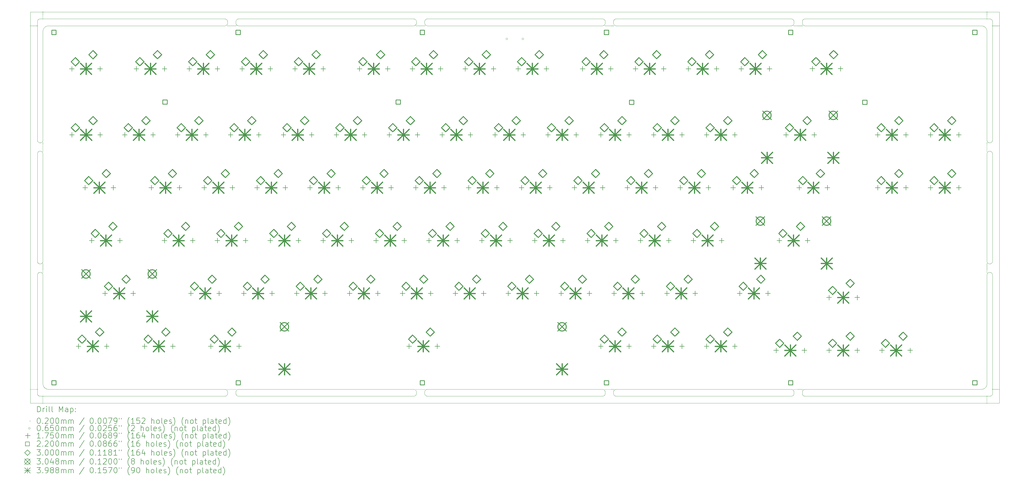
<source format=gbr>
%TF.GenerationSoftware,KiCad,Pcbnew,7.0.9*%
%TF.CreationDate,2024-07-27T11:54:42-04:00*%
%TF.ProjectId,panel,70616e65-6c2e-46b6-9963-61645f706362,0.1*%
%TF.SameCoordinates,Original*%
%TF.FileFunction,Drillmap*%
%TF.FilePolarity,Positive*%
%FSLAX45Y45*%
G04 Gerber Fmt 4.5, Leading zero omitted, Abs format (unit mm)*
G04 Created by KiCad (PCBNEW 7.0.9) date 2024-07-27 11:54:42*
%MOMM*%
%LPD*%
G01*
G04 APERTURE LIST*
%ADD10C,0.100000*%
%ADD11C,0.200000*%
%ADD12C,0.175000*%
%ADD13C,0.220000*%
%ADD14C,0.300000*%
%ADD15C,0.304800*%
%ADD16C,0.398780*%
G04 APERTURE END LIST*
D10*
X31430491Y-2498079D02*
X31425702Y-2497003D01*
X24247003Y-15774298D02*
X24245694Y-15779028D01*
X31440198Y-2499518D02*
X31435327Y-2498918D01*
X3951410Y-11069106D02*
X3947140Y-11071525D01*
X37921400Y-2541095D02*
X37915275Y-2536597D01*
X38188192Y-11436194D02*
X38190399Y-11440578D01*
X17772699Y-2286561D02*
X17775905Y-2282844D01*
X37880022Y-2516737D02*
X37877695Y-2515739D01*
X17449518Y-2340198D02*
X17449880Y-2345093D01*
X3804306Y-6645695D02*
X3802997Y-6640965D01*
X10597140Y-2261808D02*
X10601410Y-2264227D01*
X38450000Y-16098773D02*
X38450000Y-2001227D01*
X4002530Y-2668467D02*
X4002146Y-2670971D01*
X37987080Y-15470637D02*
X37987960Y-15468262D01*
X4113072Y-15580090D02*
X4119978Y-15583263D01*
X38129029Y-6712361D02*
X38124298Y-6713670D01*
X38185773Y-11034744D02*
X38183147Y-11038890D01*
X3942755Y-11073732D02*
X3938268Y-11075721D01*
X17359802Y-2499518D02*
X17354907Y-2499880D01*
X3990399Y-11440578D02*
X3992388Y-11445065D01*
X31430491Y-15848078D02*
X31425702Y-15847003D01*
X24582844Y-15625905D02*
X24586561Y-15622699D01*
X3550029Y-2000029D02*
X3550000Y-2001227D01*
X3998078Y-6636176D02*
X3997003Y-6640965D01*
X24557612Y-15661731D02*
X24559601Y-15657244D01*
X4000000Y-11483333D02*
X4000000Y-15399367D01*
X38090198Y-11082852D02*
X38085327Y-11082251D01*
X10597140Y-15838192D02*
X10592756Y-15840399D01*
X38170711Y-15820711D02*
X38167156Y-15824095D01*
X4119978Y-15583263D02*
X4122305Y-15584261D01*
X3848590Y-11397560D02*
X3852860Y-11395141D01*
X17379029Y-15845694D02*
X17374298Y-15847003D01*
X37800633Y-15599984D02*
X37808863Y-15599775D01*
X31416311Y-15844154D02*
X31411731Y-15842388D01*
X30964673Y-2251082D02*
X30969509Y-2251921D01*
X38177301Y-15813439D02*
X38174095Y-15817156D01*
X3942755Y-11392934D02*
X3947140Y-11395141D01*
X10640399Y-15657244D02*
X10642388Y-15661731D01*
X31386561Y-2272699D02*
X31390430Y-2269679D01*
X3857244Y-15840399D02*
X3852860Y-15838192D01*
X3992388Y-7078398D02*
X3994154Y-7082978D01*
X38022699Y-11419894D02*
X38025905Y-11416177D01*
X24217156Y-2275905D02*
X24220711Y-2279289D01*
X4029628Y-2595299D02*
X4025773Y-2601848D01*
X38014227Y-11034744D02*
X38011808Y-11030473D01*
X4076597Y-15557354D02*
X4078600Y-15558905D01*
X24579289Y-15629289D02*
X24582844Y-15625905D01*
X10579029Y-2254306D02*
X10583689Y-2255846D01*
X38085327Y-6715584D02*
X38080491Y-6714745D01*
X37831533Y-15597470D02*
X37839013Y-15596129D01*
X3955557Y-7033520D02*
X3959570Y-7036346D01*
X10994443Y-2483147D02*
X10990430Y-2480321D01*
X24249518Y-2340198D02*
X24249879Y-2345093D01*
X3829289Y-7045956D02*
X3832844Y-7042571D01*
X4024544Y-2604062D02*
X4021026Y-2610798D01*
X11045093Y-15849879D02*
X11040198Y-15849518D01*
X3819679Y-6676237D02*
X3816853Y-6672224D01*
X17816311Y-15605845D02*
X17820971Y-15604306D01*
X3880491Y-6714745D02*
X3875702Y-6713670D01*
X3800000Y-6616667D02*
X3800000Y-2350000D01*
X3938268Y-6709055D02*
X3933689Y-6710821D01*
X11020971Y-15845694D02*
X11016311Y-15844154D01*
X17427301Y-2463439D02*
X17424095Y-2467156D01*
X37995620Y-15441494D02*
X37996129Y-15439013D01*
X31030321Y-15640430D02*
X31033147Y-15644443D01*
X24550481Y-2409802D02*
X24550120Y-2404907D01*
X3825905Y-11416177D02*
X3829289Y-11412623D01*
X38192388Y-2311732D02*
X38194154Y-2316311D01*
X3963439Y-7039365D02*
X3967156Y-7042571D01*
X10592756Y-2490399D02*
X10588268Y-2492388D01*
X17401410Y-15614227D02*
X17405557Y-15616853D01*
X4063147Y-2554192D02*
X4061311Y-2555937D01*
X17374298Y-15847003D02*
X17369509Y-15848078D01*
X10635773Y-2451410D02*
X10633147Y-2455557D01*
X10650000Y-15700000D02*
X10650000Y-15750000D01*
X38138268Y-2257612D02*
X38142756Y-2259601D01*
X37913196Y-2535150D02*
X37906851Y-2530968D01*
X24630491Y-15601921D02*
X24635327Y-15601082D01*
X10574298Y-2497003D02*
X10569509Y-2498079D01*
X10642388Y-15661731D02*
X10644154Y-15666311D01*
X24183689Y-2494154D02*
X24179028Y-2495694D01*
X24238192Y-2447140D02*
X24235773Y-2451410D01*
X37811393Y-2500353D02*
X37808863Y-2500225D01*
X38188192Y-6663806D02*
X38185773Y-6668077D01*
X38129029Y-11387639D02*
X38133689Y-11389179D01*
X4036597Y-2584725D02*
X4035150Y-2586804D01*
X3998918Y-11468660D02*
X3999518Y-11473531D01*
X38029289Y-7045956D02*
X38032844Y-7042571D01*
X24209570Y-2480321D02*
X24205557Y-2483147D01*
X10954306Y-2429029D02*
X10952997Y-2424298D01*
X38011808Y-7069527D02*
X38014227Y-7065256D01*
X3914673Y-11082251D02*
X3909802Y-11082852D01*
X24235773Y-2451410D02*
X24233147Y-2455557D01*
X4104062Y-2524544D02*
X4101848Y-2525773D01*
X31048078Y-2419509D02*
X31047003Y-2424298D01*
X11007244Y-15840399D02*
X11002860Y-15838192D01*
X24620971Y-2495694D02*
X24616311Y-2494154D01*
X4003870Y-2660987D02*
X4002530Y-2668467D01*
X38200000Y-10983333D02*
X38199880Y-10988240D01*
X3970711Y-6687377D02*
X3967156Y-6690762D01*
X31009570Y-15619679D02*
X31013439Y-15622699D01*
X38100000Y-15850000D02*
X31450000Y-15850000D01*
X38014227Y-11431923D02*
X38016853Y-11427776D01*
X17447003Y-15675702D02*
X17448079Y-15680491D01*
X17409570Y-15619679D02*
X17413439Y-15622699D01*
X38155557Y-11400186D02*
X38159570Y-11403012D01*
X3825905Y-11050489D02*
X3822699Y-11046773D01*
X24564227Y-15801410D02*
X24561808Y-15797140D01*
X3832844Y-2275905D02*
X3836561Y-2272699D01*
X10601410Y-15614227D02*
X10605557Y-15616853D01*
X3924298Y-11386330D02*
X3929028Y-11387639D01*
X38151410Y-2264227D02*
X38155557Y-2266853D01*
X17811732Y-2257612D02*
X17816311Y-2255846D01*
X37958905Y-15521400D02*
X37963403Y-15515275D01*
X4000016Y-15400633D02*
X4000225Y-15408863D01*
X24625702Y-15847003D02*
X24620971Y-15845694D01*
X24245694Y-2320971D02*
X24247003Y-2325702D01*
X38119509Y-2251921D02*
X38124298Y-2252997D01*
X3836561Y-15827301D02*
X3832844Y-15824095D01*
X37964850Y-2586804D02*
X37963403Y-2584725D01*
X11050000Y-15850000D02*
X11045093Y-15849879D01*
X3955557Y-11400186D02*
X3959570Y-11403012D01*
X10624095Y-15632844D02*
X10627301Y-15636561D01*
X11025702Y-2252997D02*
X11030491Y-2251921D01*
X17794443Y-15616853D02*
X17798590Y-15614227D01*
X3885327Y-6715584D02*
X3880491Y-6714745D01*
X4061311Y-15544063D02*
X4063147Y-15545808D01*
X17835327Y-2498918D02*
X17830491Y-2498079D01*
X38133689Y-11077488D02*
X38129029Y-11079027D01*
X24561808Y-15797140D02*
X24559601Y-15792755D01*
X38190399Y-11026089D02*
X38188192Y-11030473D01*
X3801082Y-11468660D02*
X3801921Y-11463824D01*
X3904907Y-11383454D02*
X3909802Y-11383815D01*
X37831533Y-2502530D02*
X37829029Y-2502146D01*
X30992755Y-2490399D02*
X30988268Y-2492388D01*
X24645093Y-2250120D02*
X24650000Y-2250000D01*
X24183689Y-2255846D02*
X24188268Y-2257612D01*
X10605557Y-15833147D02*
X10601410Y-15835773D01*
X38009601Y-6659422D02*
X38007612Y-6654935D01*
X38183147Y-2294443D02*
X38185773Y-2298590D01*
X17413439Y-2477301D02*
X17409570Y-2480321D01*
X3980321Y-11042903D02*
X3977301Y-11046773D01*
X3929028Y-11387639D02*
X3933689Y-11389179D01*
X10648918Y-2414673D02*
X10648079Y-2419509D01*
X24550000Y-15700000D02*
X24550120Y-15695093D01*
X38124298Y-11386330D02*
X38129029Y-11387639D01*
X10979289Y-2470711D02*
X10975905Y-2467156D01*
X17802860Y-2488192D02*
X17798590Y-2485773D01*
X31350120Y-15695093D02*
X31350481Y-15690198D01*
X24154907Y-2499880D02*
X24150000Y-2500000D01*
X38100000Y-7016667D02*
X38104907Y-7016787D01*
X17374298Y-2497003D02*
X17369509Y-2498079D01*
X11011732Y-2257612D02*
X11016311Y-2255846D01*
X24233147Y-15805557D02*
X24230321Y-15809570D01*
X17383689Y-2494154D02*
X17379029Y-2495694D01*
X30964673Y-15601082D02*
X30969509Y-15601921D01*
X17830491Y-2251921D02*
X17835327Y-2251082D01*
X4000225Y-2691137D02*
X4000016Y-2699367D01*
X10950482Y-2409802D02*
X10950120Y-2404907D01*
X37886928Y-15580090D02*
X37889202Y-15578974D01*
X17413439Y-15827301D02*
X17409570Y-15830321D01*
X38129029Y-11079027D02*
X38124298Y-11080336D01*
X17449518Y-2409802D02*
X17448918Y-2414673D01*
X37999070Y-15418970D02*
X37999647Y-15411393D01*
X30964673Y-2498918D02*
X30959802Y-2499518D01*
X3816853Y-6672224D02*
X3814227Y-6668077D01*
X3807612Y-15788268D02*
X3805845Y-15783689D01*
X37818970Y-2500930D02*
X37811393Y-2500353D01*
X3840430Y-7036346D02*
X3844443Y-7033520D01*
X17369509Y-15848078D02*
X17364673Y-15848918D01*
X37952552Y-2570707D02*
X37950902Y-2568785D01*
X3861731Y-11075721D02*
X3857244Y-11073732D01*
X10648918Y-15764673D02*
X10648079Y-15769509D01*
X4012040Y-15468262D02*
X4012919Y-15470637D01*
X10986561Y-2272699D02*
X10990430Y-2269679D01*
X31361808Y-15652860D02*
X31364227Y-15648590D01*
X38036561Y-7039365D02*
X38040430Y-7036346D01*
X10559802Y-15600481D02*
X10564673Y-15601082D01*
X17775905Y-2467156D02*
X17772699Y-2463439D01*
X31402860Y-15838192D02*
X31398590Y-15835773D01*
X31048078Y-15680491D02*
X31048918Y-15685327D01*
X3816853Y-2294443D02*
X3819679Y-2290430D01*
X3800481Y-10993135D02*
X3800120Y-10988240D01*
X3995694Y-11454305D02*
X3997003Y-11459035D01*
X38124298Y-15847003D02*
X38119509Y-15848078D01*
X24602860Y-2261808D02*
X24607244Y-2259601D01*
X38188192Y-7069527D02*
X38190399Y-7073911D01*
X3875702Y-11080336D02*
X3870971Y-11079027D01*
X17445694Y-2429029D02*
X17444154Y-2433689D01*
X3800000Y-7116666D02*
X3800120Y-7111760D01*
X37957355Y-2576597D02*
X37952552Y-2570707D01*
X38147140Y-15838192D02*
X38142756Y-15840399D01*
X17752997Y-2325702D02*
X17754306Y-2320971D01*
X11016311Y-15605845D02*
X11020971Y-15604306D01*
X38185773Y-7065256D02*
X38188192Y-7069527D01*
X3994154Y-6650356D02*
X3992388Y-6654935D01*
X17392756Y-2490399D02*
X17388268Y-2492388D01*
X4084725Y-15563403D02*
X4086804Y-15564850D01*
X24240399Y-15657244D02*
X24242388Y-15661731D01*
X24217156Y-2474095D02*
X24213439Y-2477301D01*
X24249879Y-2404907D02*
X24249518Y-2409802D01*
X3805845Y-15783689D02*
X3804306Y-15779028D01*
X38025905Y-7049511D02*
X38029289Y-7045956D01*
X17447003Y-15774298D02*
X17445694Y-15779028D01*
X31386561Y-2477301D02*
X31382844Y-2474095D01*
X38183147Y-11038890D02*
X38180321Y-11042903D01*
X24235773Y-15801410D02*
X24233147Y-15805557D01*
X30969509Y-15848078D02*
X30964673Y-15848918D01*
X38119509Y-6714745D02*
X38114673Y-6715584D01*
X24594443Y-15833147D02*
X24590430Y-15830321D01*
X3844443Y-15833147D02*
X3840430Y-15830321D01*
X10648079Y-2330491D02*
X10648918Y-2335327D01*
X24197140Y-15611808D02*
X24201410Y-15614227D01*
X31035773Y-2298590D02*
X31038192Y-2302860D01*
X11050000Y-2500000D02*
X11045093Y-2499880D01*
X24227301Y-2463439D02*
X24224095Y-2467156D01*
X31375905Y-15817156D02*
X31372699Y-15813439D01*
X3967156Y-7042571D02*
X3970711Y-7045956D01*
X24183689Y-15844154D02*
X24179028Y-15845694D01*
X17798590Y-2264227D02*
X17802860Y-2261808D01*
X37987080Y-2629362D02*
X37984261Y-2622305D01*
X38190399Y-15792755D02*
X38188192Y-15797140D01*
X31350120Y-2345093D02*
X31350481Y-2340198D01*
X38066311Y-7022512D02*
X38070971Y-7020973D01*
X3807612Y-11021602D02*
X3805845Y-11017022D01*
X30997140Y-15838192D02*
X30992755Y-15840399D01*
X24169509Y-15601921D02*
X24174298Y-15602997D01*
X17786561Y-2272699D02*
X17790430Y-2269679D01*
X38198079Y-6636176D02*
X38197003Y-6640965D01*
X17772699Y-15813439D02*
X17769679Y-15809570D01*
X24238192Y-2302860D02*
X24240399Y-2307244D01*
X31430491Y-2251921D02*
X31435327Y-2251082D01*
X17751921Y-15769509D02*
X17751082Y-15764673D01*
X3983147Y-7061109D02*
X3985773Y-7065256D01*
X17850000Y-15850000D02*
X17845093Y-15849879D01*
X17752997Y-15675702D02*
X17754306Y-15670971D01*
X11040198Y-2499518D02*
X11035327Y-2498918D01*
X10638192Y-2302860D02*
X10640399Y-2307244D01*
X3800000Y-10983333D02*
X3800000Y-7116666D01*
X38109802Y-11383815D02*
X38114673Y-11384416D01*
X3885327Y-15848918D02*
X3880491Y-15848078D01*
X10969679Y-15809570D02*
X10966853Y-15805557D01*
X17807244Y-15840399D02*
X17802860Y-15838192D01*
X10645694Y-2320971D02*
X10647003Y-2325702D01*
X31050000Y-15700000D02*
X31050000Y-15750000D01*
X31351921Y-15680491D02*
X31352997Y-15675702D01*
X3959570Y-6696987D02*
X3955557Y-6699814D01*
X17369509Y-15601921D02*
X17374298Y-15602997D01*
X37839013Y-2503871D02*
X37831533Y-2502530D01*
X3895093Y-7016787D02*
X3900000Y-7016667D01*
X31386561Y-15622699D02*
X31390430Y-15619679D01*
X3861731Y-11390945D02*
X3866311Y-11389179D01*
X38155557Y-15833147D02*
X38151410Y-15835773D01*
X4016737Y-15480022D02*
X4019910Y-15486928D01*
X10959601Y-15657244D02*
X10961808Y-15652860D01*
X38133689Y-15844154D02*
X38129029Y-15845694D01*
X3977301Y-11046773D02*
X3974095Y-11050489D01*
X24625702Y-15602997D02*
X24630491Y-15601921D01*
X3814227Y-2298590D02*
X3816853Y-2294443D01*
X3994154Y-11017022D02*
X3992388Y-11021602D01*
X31411731Y-2257612D02*
X31416311Y-2255846D01*
X3938268Y-11075721D02*
X3933689Y-11077488D01*
X17766853Y-15805557D02*
X17764227Y-15801410D01*
X4000353Y-15411393D02*
X4000930Y-15418970D01*
X38155557Y-6699814D02*
X38151410Y-6702439D01*
X31013439Y-2272699D02*
X31017156Y-2275905D01*
X37800633Y-2500016D02*
X37799367Y-2500000D01*
X11040198Y-15600481D02*
X11045093Y-15600120D01*
X3919509Y-11385255D02*
X3924298Y-11386330D01*
X31398590Y-15835773D02*
X31394443Y-15833147D01*
X17445694Y-15670971D02*
X17447003Y-15675702D01*
X4181029Y-2500930D02*
X4178510Y-2501186D01*
X38200000Y-7116666D02*
X38200000Y-10983333D01*
X38198079Y-7097157D02*
X38198918Y-7101993D01*
X31390430Y-2480321D02*
X31386561Y-2477301D01*
X4101848Y-15574227D02*
X4104062Y-15575456D01*
X38151410Y-11397560D02*
X38155557Y-11400186D01*
X24174298Y-15847003D02*
X24169509Y-15848078D01*
X38185773Y-11431923D02*
X38188192Y-11436194D01*
X10986561Y-15622699D02*
X10990430Y-15619679D01*
X17447003Y-2424298D02*
X17445694Y-2429029D01*
X3919509Y-6714745D02*
X3914673Y-6715584D01*
X3994154Y-7082978D02*
X3995694Y-7087638D01*
X17449880Y-2345093D02*
X17450000Y-2350000D01*
X37829029Y-15597854D02*
X37831533Y-15597470D01*
X31024095Y-2467156D02*
X31020711Y-2470711D01*
X17448918Y-15764673D02*
X17448079Y-15769509D01*
X17775905Y-15632844D02*
X17779289Y-15629289D01*
X3890198Y-11082852D02*
X3885327Y-11082251D01*
X3914673Y-7017749D02*
X3919509Y-7018588D01*
X3804306Y-15779028D02*
X3802997Y-15774298D01*
X3822699Y-6680106D02*
X3819679Y-6676237D01*
X37970372Y-2595299D02*
X37969032Y-2593149D01*
X10952997Y-15774298D02*
X10951921Y-15769509D01*
X3801082Y-7101993D02*
X3801921Y-7097157D01*
X37821490Y-15598814D02*
X37829029Y-15597854D01*
X31425702Y-2252997D02*
X31430491Y-2251921D01*
X30988268Y-2257612D02*
X30992755Y-2259601D01*
X24630491Y-2498079D02*
X24625702Y-2497003D01*
X10959601Y-15792755D02*
X10957612Y-15788268D01*
X38085327Y-7017749D02*
X38090198Y-7017148D01*
X3819679Y-15809570D02*
X3816853Y-15805557D01*
X10994443Y-15833147D02*
X10990430Y-15830321D01*
X10601410Y-2264227D02*
X10605557Y-2266853D01*
X37895938Y-2524544D02*
X37889202Y-2521026D01*
X17405557Y-15616853D02*
X17409570Y-15619679D01*
X3955557Y-11066480D02*
X3951410Y-11069106D01*
X38119509Y-11081412D02*
X38114673Y-11082251D01*
X4019910Y-15486928D02*
X4021026Y-15489202D01*
X17755846Y-2316311D02*
X17757612Y-2311732D01*
X10605557Y-15616853D02*
X10609570Y-15619679D01*
X17430321Y-15809570D02*
X17427301Y-15813439D01*
X10564673Y-2251082D02*
X10569509Y-2251921D01*
X11035327Y-15848918D02*
X11030491Y-15848078D01*
X17427301Y-15636561D02*
X17430321Y-15640430D01*
X3804306Y-11454305D02*
X3805845Y-11449644D01*
X3900000Y-11083333D02*
X3895093Y-11083213D01*
X24569679Y-2459570D02*
X24566853Y-2455557D01*
X24205557Y-15616853D02*
X24209570Y-15619679D01*
X31435327Y-15848918D02*
X31430491Y-15848078D01*
X10624095Y-2282844D02*
X10627301Y-2286561D01*
X24250000Y-2350000D02*
X24250000Y-2400000D01*
X31040399Y-2442756D02*
X31038192Y-2447140D01*
X4191136Y-15599775D02*
X4199367Y-15599984D01*
X3999518Y-11473531D02*
X3999879Y-11478426D01*
X17449880Y-15754907D02*
X17449518Y-15759802D01*
X24248918Y-15764673D02*
X24248078Y-15769509D01*
X38029289Y-11412623D02*
X38032844Y-11409238D01*
X38066311Y-11077488D02*
X38061732Y-11075721D01*
X4086804Y-15564850D02*
X4093149Y-15569032D01*
X38147140Y-2261808D02*
X38151410Y-2264227D01*
X3997003Y-6640965D02*
X3995694Y-6645695D01*
X4070707Y-2547448D02*
X4068785Y-2549098D01*
X10583689Y-2255846D02*
X10588268Y-2257612D01*
X24233147Y-2294443D02*
X24235773Y-2298590D01*
X3900000Y-11383333D02*
X3904907Y-11383454D01*
X3825905Y-15817156D02*
X3822699Y-15813439D01*
X17820971Y-15604306D02*
X17825702Y-15602997D01*
X3801921Y-7097157D02*
X3802997Y-7092368D01*
X31359601Y-2307244D02*
X31361808Y-2302860D01*
X17450000Y-15750000D02*
X17449880Y-15754907D01*
X24174298Y-15602997D02*
X24179028Y-15604306D01*
X38007612Y-11021602D02*
X38005846Y-11017022D01*
X38070971Y-7020973D02*
X38075702Y-7019663D01*
X24197140Y-2488192D02*
X24192755Y-2490399D01*
X37861071Y-2509582D02*
X37858655Y-2508824D01*
X4000353Y-2688607D02*
X4000225Y-2691137D01*
X3947140Y-7028474D02*
X3951410Y-7030894D01*
X38192388Y-6654935D02*
X38190399Y-6659422D01*
X30992755Y-15609601D02*
X30997140Y-15611808D01*
X10649518Y-2409802D02*
X10648918Y-2414673D01*
X38174095Y-15817156D02*
X38170711Y-15820711D01*
X3870971Y-6712361D02*
X3866311Y-6710821D01*
X24650000Y-2250000D02*
X30950000Y-2250000D01*
X38194154Y-11017022D02*
X38192388Y-11021602D01*
X3805845Y-2316311D02*
X3807612Y-2311732D01*
X30983689Y-15605845D02*
X30988268Y-15607612D01*
X4049098Y-2568785D02*
X4047448Y-2570707D01*
X31398590Y-2485773D02*
X31394443Y-2483147D01*
X4000930Y-2681030D02*
X4000353Y-2688607D01*
X3998078Y-11463824D02*
X3998918Y-11468660D01*
X31435327Y-2251082D02*
X31440198Y-2250482D01*
X17430321Y-2459570D02*
X17427301Y-2463439D01*
X38129029Y-15845694D02*
X38124298Y-15847003D01*
X38032844Y-7042571D02*
X38036561Y-7039365D01*
X37997854Y-15429029D02*
X37998814Y-15421490D01*
X3804306Y-2320971D02*
X3805845Y-2316311D01*
X38183147Y-7061109D02*
X38185773Y-7065256D01*
X17750120Y-15695093D02*
X17750482Y-15690198D01*
X17433147Y-15805557D02*
X17430321Y-15809570D01*
X24561808Y-15652860D02*
X24564227Y-15648590D01*
X4036597Y-15515275D02*
X4041095Y-15521400D01*
X4000016Y-2699367D02*
X4000000Y-2700633D01*
X38000120Y-6621573D02*
X38000000Y-6616667D01*
X4001186Y-15421490D02*
X4002146Y-15429029D01*
X17448079Y-15769509D02*
X17447003Y-15774298D01*
X3836561Y-2272699D02*
X3840430Y-2269679D01*
X17825702Y-2497003D02*
X17820971Y-2495694D01*
X31042388Y-15788268D02*
X31040399Y-15792755D01*
X31050000Y-2350000D02*
X31050000Y-2400000D01*
X17807244Y-2490399D02*
X17802860Y-2488192D01*
X37984261Y-2622305D02*
X37983263Y-2619978D01*
X17448918Y-15685327D02*
X17449518Y-15690198D01*
X10630321Y-15809570D02*
X10627301Y-15813439D01*
X3885327Y-11384416D02*
X3890198Y-11383815D01*
X38170711Y-2279289D02*
X38174095Y-2282844D01*
X4129362Y-2512920D02*
X4122305Y-2515739D01*
X17392756Y-15840399D02*
X17388268Y-15842388D01*
X38198918Y-6631340D02*
X38198079Y-6636176D01*
X10554907Y-15600120D02*
X10559802Y-15600481D01*
X17790430Y-15619679D02*
X17794443Y-15616853D01*
X10617156Y-2275905D02*
X10620711Y-2279289D01*
X3985773Y-11431923D02*
X3988192Y-11436194D01*
X17775905Y-2282844D02*
X17779289Y-2279289D01*
X3832844Y-15824095D02*
X3829289Y-15820711D01*
X17835327Y-2251082D02*
X17840198Y-2250482D01*
X10638192Y-2447140D02*
X10635773Y-2451410D01*
X37880022Y-15583263D02*
X37886928Y-15580090D01*
X3938268Y-11390945D02*
X3942755Y-11392934D01*
X38167156Y-2275905D02*
X38170711Y-2279289D01*
X31020711Y-2470711D02*
X31017156Y-2474095D01*
X11035327Y-2498918D02*
X11030491Y-2498079D01*
X38188192Y-15797140D02*
X38185773Y-15801410D01*
X3848590Y-2264227D02*
X3852860Y-2261808D01*
X31416311Y-2255846D02*
X31420971Y-2254306D01*
X38022699Y-6680106D02*
X38019679Y-6676237D01*
X37978974Y-2610798D02*
X37975456Y-2604062D01*
X38174095Y-11050489D02*
X38170711Y-11054044D01*
X30950000Y-15850000D02*
X24650000Y-15850000D01*
X3822699Y-11419894D02*
X3825905Y-11416177D01*
X38177301Y-7053227D02*
X38180321Y-7057097D01*
X17448079Y-2330491D02*
X17448918Y-2335327D01*
X31354306Y-15779028D02*
X31352997Y-15774298D01*
X3999518Y-10993135D02*
X3998918Y-10998006D01*
X24227301Y-15636561D02*
X24230321Y-15640430D01*
X3955557Y-6699814D02*
X3951410Y-6702439D01*
X10649880Y-2345093D02*
X10650000Y-2350000D01*
X10617156Y-15824095D02*
X10613439Y-15827301D01*
X31359601Y-2442756D02*
X31357612Y-2438268D01*
X37969032Y-15506850D02*
X37970372Y-15504701D01*
X10648079Y-15680491D02*
X10648918Y-15685327D01*
X38004306Y-6645695D02*
X38002997Y-6640965D01*
X4122305Y-2515739D02*
X4119978Y-2516737D01*
X38142756Y-7026268D02*
X38147140Y-7028474D01*
X3844443Y-11066480D02*
X3840430Y-11063654D01*
X38048590Y-6702439D02*
X38044443Y-6699814D01*
X10569509Y-15848078D02*
X10564673Y-15848918D01*
X38163439Y-7039365D02*
X38167156Y-7042571D01*
X24575905Y-2467156D02*
X24572699Y-2463439D01*
X38000000Y-11483333D02*
X38000120Y-11478426D01*
X24586561Y-2272699D02*
X24590430Y-2269679D01*
X31425702Y-2497003D02*
X31420971Y-2495694D01*
X4188607Y-15599647D02*
X4191136Y-15599775D01*
X24645093Y-15600120D02*
X24650000Y-15600000D01*
X38197003Y-11007631D02*
X38195694Y-11012362D01*
X17835327Y-15848918D02*
X17830491Y-15848078D01*
X37848896Y-2506098D02*
X37841494Y-2504380D01*
X3951410Y-7030894D02*
X3955557Y-7033520D01*
X17750000Y-15750000D02*
X17750000Y-15700000D01*
X38183147Y-15805557D02*
X38180321Y-15809570D01*
X38100000Y-2250000D02*
X38104907Y-2250120D01*
X24240399Y-15792755D02*
X24238192Y-15797140D01*
X31372699Y-2463439D02*
X31369679Y-2459570D01*
X4015738Y-15477695D02*
X4016737Y-15480022D01*
X4158506Y-15595620D02*
X4160987Y-15596129D01*
X24213439Y-15827301D02*
X24209570Y-15830321D01*
X17820971Y-2495694D02*
X17816311Y-2494154D01*
X10550000Y-2500000D02*
X4200633Y-2500000D01*
X31020711Y-15629289D02*
X31024095Y-15632844D01*
X38044443Y-6699814D02*
X38040430Y-6696987D01*
X38016853Y-11038890D02*
X38014227Y-11034744D01*
X37886928Y-2519910D02*
X37880022Y-2516737D01*
X31005557Y-2483147D02*
X31001410Y-2485773D01*
X24159802Y-2250482D02*
X24164673Y-2251082D01*
X10627301Y-2463439D02*
X10624095Y-2467156D01*
X11045093Y-15600120D02*
X11050000Y-15600000D01*
X37870638Y-2512920D02*
X37868262Y-2512040D01*
X31411731Y-15842388D02*
X31407244Y-15840399D01*
X30997140Y-15611808D02*
X31001410Y-15614227D01*
X3857244Y-11073732D02*
X3852860Y-11071525D01*
X31049879Y-15754907D02*
X31049518Y-15759802D01*
X3970711Y-7045956D02*
X3974095Y-7049511D01*
X10950120Y-15754907D02*
X10950000Y-15750000D01*
X24550120Y-15754907D02*
X24550000Y-15750000D01*
X17754306Y-2320971D02*
X17755846Y-2316311D01*
X3829289Y-11412623D02*
X3832844Y-11409238D01*
X17364673Y-2498918D02*
X17359802Y-2499518D01*
X31035773Y-15648590D02*
X31038192Y-15652860D01*
X31030321Y-2459570D02*
X31027301Y-2463439D01*
X17794443Y-15833147D02*
X17790430Y-15830321D01*
X17820971Y-15845694D02*
X17816311Y-15844154D01*
X4003870Y-15439013D02*
X4004380Y-15441494D01*
X38036561Y-11060634D02*
X38032844Y-11057428D01*
X31350000Y-2400000D02*
X31350000Y-2350000D01*
X3866311Y-6710821D02*
X3861731Y-6709055D01*
X10986561Y-15827301D02*
X10982844Y-15824095D01*
X31049879Y-2404907D02*
X31049518Y-2409802D01*
X17440399Y-15657244D02*
X17442388Y-15661731D01*
X10964227Y-15648590D02*
X10966853Y-15644443D01*
X10579029Y-15604306D02*
X10583689Y-15605845D01*
X10554907Y-2499880D02*
X10550000Y-2500000D01*
X30964673Y-15848918D02*
X30959802Y-15849518D01*
X4000000Y-15399367D02*
X4000016Y-15400633D01*
X37915275Y-2536597D02*
X37913196Y-2535150D01*
X38151410Y-11069106D02*
X38147140Y-11071525D01*
X11007244Y-2490399D02*
X11002860Y-2488192D01*
X37974227Y-15498152D02*
X37975456Y-15495937D01*
X31375905Y-2282844D02*
X31379289Y-2279289D01*
X4004380Y-2658506D02*
X4003870Y-2660987D01*
X38147140Y-7028474D02*
X38151410Y-7030894D01*
X17409570Y-2269679D02*
X17413439Y-2272699D01*
X11002860Y-15611808D02*
X11007244Y-15609601D01*
X24235773Y-2298590D02*
X24238192Y-2302860D01*
X3959570Y-11403012D02*
X3963439Y-11406032D01*
X3947140Y-11395141D02*
X3951410Y-11397560D01*
X11020971Y-2254306D02*
X11025702Y-2252997D01*
X3997003Y-7092368D02*
X3998078Y-7097157D01*
X3550029Y-16099970D02*
X3551227Y-16100000D01*
X24611731Y-2257612D02*
X24616311Y-2255846D01*
X24611731Y-2492388D02*
X24607244Y-2490399D01*
X31350000Y-2350000D02*
X31350120Y-2345093D01*
X3995694Y-11012362D02*
X3994154Y-11017022D01*
X3822699Y-2286561D02*
X3825905Y-2282844D01*
X37898152Y-2525773D02*
X37895938Y-2524544D01*
X3890198Y-6716185D02*
X3885327Y-6715584D01*
X31352997Y-15774298D02*
X31351921Y-15769509D01*
X38159570Y-2269679D02*
X38163439Y-2272699D01*
X31049879Y-2345093D02*
X31050000Y-2350000D01*
X31042388Y-15661731D02*
X31044154Y-15666311D01*
X4016737Y-2619978D02*
X4015738Y-2622305D01*
X24620971Y-2254306D02*
X24625702Y-2252997D01*
X17359802Y-15600481D02*
X17364673Y-15601082D01*
X17364673Y-15601082D02*
X17369509Y-15601921D01*
X4009582Y-2638929D02*
X4008824Y-2641345D01*
X3870971Y-11387639D02*
X3875702Y-11386330D01*
X3880491Y-11081412D02*
X3875702Y-11080336D01*
X31366853Y-15805557D02*
X31364227Y-15801410D01*
X38192388Y-11445065D02*
X38194154Y-11449644D01*
X10647003Y-15675702D02*
X10648079Y-15680491D01*
X3832844Y-7042571D02*
X3836561Y-7039365D01*
X24559601Y-15792755D02*
X24557612Y-15788268D01*
X10620711Y-2470711D02*
X10617156Y-2474095D01*
X30950000Y-2250000D02*
X30954907Y-2250120D01*
X38142756Y-2259601D02*
X38147140Y-2261808D01*
X3822699Y-15813439D02*
X3819679Y-15809570D01*
X38138268Y-6709055D02*
X38133689Y-6710821D01*
X24640198Y-15600481D02*
X24645093Y-15600120D01*
X10649518Y-15690198D02*
X10649880Y-15695093D01*
X17779289Y-2470711D02*
X17775905Y-2467156D01*
X3875702Y-15847003D02*
X3870971Y-15845694D01*
X3861731Y-15842388D02*
X3857244Y-15840399D01*
X38194154Y-15783689D02*
X38192388Y-15788268D01*
X10982844Y-2474095D02*
X10979289Y-2470711D01*
X11007244Y-2259601D02*
X11011732Y-2257612D01*
X24169509Y-15848078D02*
X24164673Y-15848918D01*
X3983147Y-6672224D02*
X3980321Y-6676237D01*
X24640198Y-2250482D02*
X24645093Y-2250120D01*
X10644154Y-2433689D02*
X10642388Y-2438268D01*
X37991176Y-2641345D02*
X37990418Y-2638929D01*
X17750120Y-15754907D02*
X17750000Y-15750000D01*
X10554907Y-15849879D02*
X10550000Y-15850000D01*
X38057244Y-11073732D02*
X38052860Y-11071525D01*
X17764227Y-15648590D02*
X17766853Y-15644443D01*
X3805845Y-7082978D02*
X3807612Y-7078398D01*
X38000120Y-10988240D02*
X38000000Y-10983333D01*
X3967156Y-6690762D02*
X3963439Y-6693968D01*
X10635773Y-15648590D02*
X10638192Y-15652860D01*
X3825905Y-6683822D02*
X3822699Y-6680106D01*
X38133689Y-2255846D02*
X38138268Y-2257612D01*
X37915275Y-15563403D02*
X37921400Y-15558905D01*
X30954907Y-15600120D02*
X30959802Y-15600481D01*
X38052860Y-6704859D02*
X38048590Y-6702439D01*
X10649518Y-15759802D02*
X10648918Y-15764673D01*
X10605557Y-2483147D02*
X10601410Y-2485773D01*
X17433147Y-2294443D02*
X17435773Y-2298590D01*
X3904907Y-11083213D02*
X3900000Y-11083333D01*
X3909802Y-6716185D02*
X3904907Y-6716546D01*
X31045694Y-15670971D02*
X31047003Y-15675702D01*
X4000000Y-2700633D02*
X4000000Y-6616667D01*
X31045694Y-2320971D02*
X31047003Y-2325702D01*
X24645093Y-15849879D02*
X24640198Y-15849518D01*
X3890198Y-11383815D02*
X3895093Y-11383454D01*
X38040430Y-11403012D02*
X38044443Y-11400186D01*
X31402860Y-15611808D02*
X31407244Y-15609601D01*
X37936853Y-2554192D02*
X37931215Y-2549098D01*
X24616311Y-2255846D02*
X24620971Y-2254306D01*
X31407244Y-2490399D02*
X31402860Y-2488192D01*
X38066311Y-6710821D02*
X38061732Y-6709055D01*
X10588268Y-15607612D02*
X10592756Y-15609601D01*
X38138268Y-11075721D02*
X38133689Y-11077488D01*
X31445093Y-15849879D02*
X31440198Y-15849518D01*
X17444154Y-2316311D02*
X17445694Y-2320971D01*
X31350120Y-15754907D02*
X31350000Y-15750000D01*
X24188268Y-2492388D02*
X24183689Y-2494154D01*
X37964850Y-15513196D02*
X37969032Y-15506850D01*
X30992755Y-2259601D02*
X30997140Y-2261808D01*
X24249879Y-2345093D02*
X24250000Y-2350000D01*
X17445694Y-15779028D02*
X17444154Y-15783689D01*
X10649880Y-15754907D02*
X10649518Y-15759802D01*
X17766853Y-2294443D02*
X17769679Y-2290430D01*
X3904907Y-7016787D02*
X3909802Y-7017148D01*
X31013439Y-2477301D02*
X31009570Y-2480321D01*
X24224095Y-15817156D02*
X24220711Y-15820711D01*
X17802860Y-15611808D02*
X17807244Y-15609601D01*
X17772699Y-15636561D02*
X17775905Y-15632844D01*
X37821490Y-2501186D02*
X37818970Y-2500930D01*
X3909802Y-7017148D02*
X3914673Y-7017749D01*
X10972699Y-2286561D02*
X10975905Y-2282844D01*
X31024095Y-15817156D02*
X31020711Y-15820711D01*
X17816311Y-2255846D02*
X17820971Y-2254306D01*
X17751082Y-15764673D02*
X17750482Y-15759802D01*
X38197003Y-2325702D02*
X38198079Y-2330491D01*
X38040430Y-11063654D02*
X38036561Y-11060634D01*
X38133689Y-11389179D02*
X38138268Y-11390945D01*
X38070971Y-11387639D02*
X38075702Y-11386330D01*
X31017156Y-15625905D02*
X31020711Y-15629289D01*
X38151410Y-6702439D02*
X38147140Y-6704859D01*
X10559802Y-2499518D02*
X10554907Y-2499880D01*
X31369679Y-2290430D02*
X31372699Y-2286561D01*
X17350000Y-15600000D02*
X17354907Y-15600120D01*
X31033147Y-2455557D02*
X31030321Y-2459570D01*
X24551921Y-2419509D02*
X24551082Y-2414673D01*
X38198918Y-2335327D02*
X38199518Y-2340198D01*
X31044154Y-15783689D02*
X31042388Y-15788268D01*
X24213439Y-15622699D02*
X24217156Y-15625905D01*
X17790430Y-15830321D02*
X17786561Y-15827301D01*
X37877695Y-2515739D02*
X37870638Y-2512920D01*
X17786561Y-15827301D02*
X17782844Y-15824095D01*
X24164673Y-2251082D02*
X24169509Y-2251921D01*
X31017156Y-2474095D02*
X31013439Y-2477301D01*
X30988268Y-15842388D02*
X30983689Y-15844154D01*
X38001082Y-7101993D02*
X38001921Y-7097157D01*
X10624095Y-15817156D02*
X10620711Y-15820711D01*
X17757612Y-2311732D02*
X17759601Y-2307244D01*
X3866311Y-2255846D02*
X3870971Y-2254306D01*
X24552997Y-2325702D02*
X24554306Y-2320971D01*
X37997854Y-2670971D02*
X37997470Y-2668467D01*
X31351921Y-2419509D02*
X31351082Y-2414673D01*
X31354306Y-2320971D02*
X31355845Y-2316311D01*
X38142756Y-11392934D02*
X38147140Y-11395141D01*
X38185773Y-2298590D02*
X38188192Y-2302860D01*
X38000000Y-2700633D02*
X37999984Y-2699367D01*
X24561808Y-2447140D02*
X24559601Y-2442756D01*
X3804306Y-11012362D02*
X3802997Y-11007631D01*
X31001410Y-2264227D02*
X31005557Y-2266853D01*
X4030968Y-15506850D02*
X4035150Y-15513196D01*
X30954907Y-2499880D02*
X30950000Y-2500000D01*
X17782844Y-2474095D02*
X17779289Y-2470711D01*
X38016853Y-11427776D02*
X38019679Y-11423763D01*
X17807244Y-2259601D02*
X17811732Y-2257612D01*
X30983689Y-2255846D02*
X30988268Y-2257612D01*
X24598590Y-2264227D02*
X24602860Y-2261808D01*
X38040430Y-7036346D02*
X38044443Y-7033520D01*
X17405557Y-2483147D02*
X17401410Y-2485773D01*
X17374298Y-2252997D02*
X17379029Y-2254306D01*
X17448079Y-15680491D02*
X17448918Y-15685327D01*
X24554306Y-2429029D02*
X24552997Y-2424298D01*
X31027301Y-2463439D02*
X31024095Y-2467156D01*
X37929293Y-15552552D02*
X37931215Y-15550902D01*
X31394443Y-15833147D02*
X31390430Y-15830321D01*
X24248078Y-15680491D02*
X24248918Y-15685327D01*
X37997470Y-15431532D02*
X37997854Y-15429029D01*
X10957612Y-15788268D02*
X10955846Y-15783689D01*
X17442388Y-15661731D02*
X17444154Y-15666311D01*
X3816853Y-7061109D02*
X3819679Y-7057097D01*
X3942755Y-7026268D02*
X3947140Y-7028474D01*
X24551921Y-15680491D02*
X24552997Y-15675702D01*
X24598590Y-15614227D02*
X24602860Y-15611808D01*
X38199518Y-15759802D02*
X38198918Y-15764673D01*
X38095093Y-7016787D02*
X38100000Y-7016667D01*
X3848590Y-15835773D02*
X3844443Y-15833147D01*
X17427301Y-15813439D02*
X17424095Y-15817156D01*
X3929028Y-6712361D02*
X3924298Y-6713670D01*
X38199518Y-6626468D02*
X38198918Y-6631340D01*
X24598590Y-2485773D02*
X24594443Y-2483147D01*
X10961808Y-2302860D02*
X10964227Y-2298590D01*
X3857244Y-2259601D02*
X3861731Y-2257612D01*
X3840430Y-6696987D02*
X3836561Y-6693968D01*
X38163439Y-6693968D02*
X38159570Y-6696987D01*
X3998078Y-11002842D02*
X3997003Y-11007631D01*
X3999879Y-6621573D02*
X3999518Y-6626468D01*
X31049518Y-15690198D02*
X31049879Y-15695093D01*
X38170711Y-6687377D02*
X38167156Y-6690762D01*
X3844443Y-6699814D02*
X3840430Y-6696987D01*
X3852860Y-11071525D02*
X3848590Y-11069106D01*
X4000225Y-15408863D02*
X4000353Y-15411393D01*
X30988268Y-2492388D02*
X30983689Y-2494154D01*
X30997140Y-2488192D02*
X30992755Y-2490399D01*
X3998918Y-6631340D02*
X3998078Y-6636176D01*
X38198918Y-7101993D02*
X38199518Y-7106865D01*
X24220711Y-2279289D02*
X24224095Y-2282844D01*
X38124298Y-6713670D02*
X38119509Y-6714745D01*
X24550120Y-15695093D02*
X24550481Y-15690198D01*
X10982844Y-15625905D02*
X10986561Y-15622699D01*
X38119509Y-11385255D02*
X38124298Y-11386330D01*
X17840198Y-15849518D02*
X17835327Y-15848918D01*
X10601410Y-2485773D02*
X10597140Y-2488192D01*
X3875702Y-6713670D02*
X3870971Y-6712361D01*
X3974095Y-7049511D02*
X3977301Y-7053227D01*
X31364227Y-15648590D02*
X31366853Y-15644443D01*
X24249879Y-15695093D02*
X24250000Y-15700000D01*
X10982844Y-2275905D02*
X10986561Y-2272699D01*
X31045694Y-2429029D02*
X31044154Y-2433689D01*
X37898152Y-15574227D02*
X37904701Y-15570371D01*
X17401410Y-15835773D02*
X17397140Y-15838192D01*
X3819679Y-11042903D02*
X3816853Y-11038890D01*
X38163439Y-11406032D02*
X38167156Y-11409238D01*
X30974298Y-2497003D02*
X30969509Y-2498079D01*
X24551082Y-15685327D02*
X24551921Y-15680491D01*
X38022699Y-11046773D02*
X38019679Y-11042903D01*
X31020711Y-15820711D02*
X31017156Y-15824095D01*
X31042388Y-2311732D02*
X31044154Y-2316311D01*
X10964227Y-2451410D02*
X10961808Y-2447140D01*
X3857244Y-6707066D02*
X3852860Y-6704859D01*
X3895093Y-2250120D02*
X3900000Y-2250000D01*
X4138929Y-2509582D02*
X4131738Y-2512040D01*
X3870971Y-11079027D02*
X3866311Y-11077488D01*
X17755846Y-15666311D02*
X17757612Y-15661731D01*
X10979289Y-2279289D02*
X10982844Y-2275905D01*
X3805845Y-11449644D02*
X3807612Y-11445065D01*
X31042388Y-2438268D02*
X31040399Y-2442756D01*
X17772699Y-2463439D02*
X17769679Y-2459570D01*
X31394443Y-2266853D02*
X31398590Y-2264227D01*
X38104907Y-11383454D02*
X38109802Y-11383815D01*
X17764227Y-2298590D02*
X17766853Y-2294443D01*
X17764227Y-15801410D02*
X17761808Y-15797140D01*
X38124298Y-7019663D02*
X38129029Y-7020973D01*
X3807612Y-11445065D02*
X3809601Y-11440578D01*
X10574298Y-15602997D02*
X10579029Y-15604306D01*
X24213439Y-2272699D02*
X24217156Y-2275905D01*
X37999070Y-2681030D02*
X37998814Y-2678510D01*
X3829289Y-11054044D02*
X3825905Y-11050489D01*
X10642388Y-2311732D02*
X10644154Y-2316311D01*
X38052860Y-11395141D02*
X38057244Y-11392934D01*
X38194154Y-11449644D02*
X38195694Y-11454305D01*
X10998590Y-15614227D02*
X11002860Y-15611808D01*
X31038192Y-15652860D02*
X31040399Y-15657244D01*
X31440198Y-15849518D02*
X31435327Y-15848918D01*
X38190399Y-2307244D02*
X38192388Y-2311732D01*
X3802997Y-11007631D02*
X3801921Y-11002842D01*
X38199880Y-15754907D02*
X38199518Y-15759802D01*
X17392756Y-2259601D02*
X17397140Y-2261808D01*
X37975456Y-15495937D02*
X37978974Y-15489202D01*
X24564227Y-2298590D02*
X24566853Y-2294443D01*
X17392756Y-15609601D02*
X17397140Y-15611808D01*
X3825905Y-2282844D02*
X3829289Y-2279289D01*
X17750000Y-15700000D02*
X17750120Y-15695093D01*
X31440198Y-2250482D02*
X31445093Y-2250120D01*
X24550000Y-15750000D02*
X24550000Y-15700000D01*
X38190399Y-11440578D02*
X38192388Y-11445065D01*
X31416311Y-15605845D02*
X31420971Y-15604306D01*
X24245694Y-2429029D02*
X24244154Y-2433689D01*
X24244154Y-2433689D02*
X24242388Y-2438268D01*
X17388268Y-2257612D02*
X17392756Y-2259601D01*
X31398590Y-2264227D02*
X31402860Y-2261808D01*
X10950482Y-2340198D02*
X10951082Y-2335327D01*
X24154907Y-15600120D02*
X24159802Y-15600481D01*
X4006098Y-15448896D02*
X4006733Y-15451348D01*
X24564227Y-2451410D02*
X24561808Y-2447140D01*
X31352997Y-15675702D02*
X31354306Y-15670971D01*
X3919509Y-7018588D02*
X3924298Y-7019663D01*
X4101848Y-2525773D02*
X4095299Y-2529628D01*
X31355845Y-15666311D02*
X31357612Y-15661731D01*
X4148651Y-2506733D02*
X4141345Y-2508824D01*
X37945808Y-15536853D02*
X37950902Y-15531214D01*
X38001921Y-6636176D02*
X38001082Y-6631340D01*
X31390430Y-2269679D02*
X31394443Y-2266853D01*
X10972699Y-2463439D02*
X10969679Y-2459570D01*
X11007244Y-15609601D02*
X11011732Y-15607612D01*
X31375905Y-2467156D02*
X31372699Y-2463439D01*
X24607244Y-15609601D02*
X24611731Y-15607612D01*
X24559601Y-2442756D02*
X24557612Y-2438268D01*
X38449971Y-16099970D02*
X38450000Y-16098773D01*
X24213439Y-2477301D02*
X24209570Y-2480321D01*
X17782844Y-2275905D02*
X17786561Y-2272699D01*
X37923403Y-15557354D02*
X37929293Y-15552552D01*
X38000482Y-6626468D02*
X38000120Y-6621573D01*
X38167156Y-6690762D02*
X38163439Y-6693968D01*
X24248918Y-2414673D02*
X24248078Y-2419509D01*
X4178510Y-2501186D02*
X4170971Y-2502146D01*
X10574298Y-15847003D02*
X10569509Y-15848078D01*
X4138929Y-15590418D02*
X4141345Y-15591176D01*
X37958905Y-2578600D02*
X37957355Y-2576597D01*
X31044154Y-2316311D02*
X31045694Y-2320971D01*
X17811732Y-15607612D02*
X17816311Y-15605845D01*
X38044443Y-11066480D02*
X38040430Y-11063654D01*
X24550120Y-2345093D02*
X24550481Y-2340198D01*
X24217156Y-15625905D02*
X24220711Y-15629289D01*
X38029289Y-11054044D02*
X38025905Y-11050489D01*
X11050000Y-2250000D02*
X17350000Y-2250000D01*
X10959601Y-2442756D02*
X10957612Y-2438268D01*
X31001410Y-15835773D02*
X30997140Y-15838192D01*
X4151103Y-15593902D02*
X4158506Y-15595620D01*
X24551921Y-2330491D02*
X24552997Y-2325702D01*
X38197003Y-6640965D02*
X38195694Y-6645695D01*
X3836561Y-11060634D02*
X3832844Y-11057428D01*
X4188607Y-2500353D02*
X4181029Y-2500930D01*
X10564673Y-15848918D02*
X10559802Y-15849518D01*
X4008824Y-15458655D02*
X4009582Y-15461071D01*
X3840430Y-11063654D02*
X3836561Y-11060634D01*
X17807244Y-15609601D02*
X17811732Y-15607612D01*
X10998590Y-2264227D02*
X11002860Y-2261808D01*
X10644154Y-2316311D02*
X10645694Y-2320971D01*
X31382844Y-15625905D02*
X31386561Y-15622699D01*
X17761808Y-15797140D02*
X17759601Y-15792755D01*
X38080491Y-7018588D02*
X38085327Y-7017749D01*
X24247003Y-2325702D02*
X24248078Y-2330491D01*
X31430491Y-15601921D02*
X31435327Y-15601082D01*
X38032844Y-11409238D02*
X38036561Y-11406032D01*
X4042645Y-15523403D02*
X4047448Y-15529293D01*
X17447003Y-2325702D02*
X17448079Y-2330491D01*
X3800481Y-7106865D02*
X3801082Y-7101993D01*
X31351082Y-2335327D02*
X31351921Y-2330491D01*
X10961808Y-15652860D02*
X10964227Y-15648590D01*
X17751921Y-15680491D02*
X17752997Y-15675702D01*
X17388268Y-15842388D02*
X17383689Y-15844154D01*
X38180321Y-11042903D02*
X38177301Y-11046773D01*
X31359601Y-15792755D02*
X31357612Y-15788268D01*
X10645694Y-2429029D02*
X10644154Y-2433689D01*
X31411731Y-2492388D02*
X31407244Y-2490399D01*
X4160987Y-2503871D02*
X4158506Y-2504380D01*
X31033147Y-15805557D02*
X31030321Y-15809570D01*
X38005846Y-6650356D02*
X38004306Y-6645695D01*
X38180321Y-7057097D02*
X38183147Y-7061109D01*
X4148651Y-15593267D02*
X4151103Y-15593902D01*
X30959802Y-2250482D02*
X30964673Y-2251082D01*
X38159570Y-6696987D02*
X38155557Y-6699814D01*
X17354907Y-15849879D02*
X17350000Y-15850000D01*
X10650000Y-2350000D02*
X10650000Y-2400000D01*
X17845093Y-15849879D02*
X17840198Y-15849518D01*
X38114673Y-11384416D02*
X38119509Y-11385255D01*
X3967156Y-11409238D02*
X3970711Y-11412623D01*
X17750000Y-2350000D02*
X17750120Y-2345093D01*
X17840198Y-2499518D02*
X17835327Y-2498918D01*
X30950000Y-15600000D02*
X30954907Y-15600120D01*
X4047448Y-2570707D02*
X4042645Y-2576597D01*
X24188268Y-15842388D02*
X24183689Y-15844154D01*
X3909802Y-11082852D02*
X3904907Y-11083213D01*
X3829289Y-6687377D02*
X3825905Y-6683822D01*
X38159570Y-7036346D02*
X38163439Y-7039365D01*
X10950000Y-2400000D02*
X10950000Y-2350000D01*
X10640399Y-2442756D02*
X10638192Y-2447140D01*
X3801921Y-11002842D02*
X3801082Y-10998006D01*
X3805845Y-11017022D02*
X3804306Y-11012362D01*
X37848896Y-15593902D02*
X37851348Y-15593267D01*
X38198918Y-10998006D02*
X38198079Y-11002842D01*
X3800120Y-10988240D02*
X3800000Y-10983333D01*
X10640399Y-2307244D02*
X10642388Y-2311732D01*
X10951921Y-2419509D02*
X10951082Y-2414673D01*
X38100000Y-6716667D02*
X38095093Y-6716546D01*
X24555845Y-2316311D02*
X24557612Y-2311732D01*
X10609570Y-2269679D02*
X10613439Y-2272699D01*
X38090198Y-11383815D02*
X38095093Y-11383454D01*
X24235773Y-15648590D02*
X24238192Y-15652860D01*
X38109802Y-11082852D02*
X38104907Y-11083213D01*
X38142756Y-11073732D02*
X38138268Y-11075721D01*
X31038192Y-2302860D02*
X31040399Y-2307244D01*
X10979289Y-15629289D02*
X10982844Y-15625905D01*
X38070971Y-6712361D02*
X38066311Y-6710821D01*
X3977301Y-7053227D02*
X3980321Y-7057097D01*
X3924298Y-6713670D02*
X3919509Y-6714745D01*
X3848590Y-11069106D02*
X3844443Y-11066480D01*
X10950000Y-15750000D02*
X10950000Y-15700000D01*
X31379289Y-2279289D02*
X31382844Y-2275905D01*
X30959802Y-15600481D02*
X30964673Y-15601082D01*
X11002860Y-2261808D02*
X11007244Y-2259601D01*
X24552997Y-15774298D02*
X24551921Y-15769509D01*
X17438192Y-2447140D02*
X17435773Y-2451410D01*
X37984261Y-15477695D02*
X37987080Y-15470637D01*
X37923403Y-2542645D02*
X37921400Y-2541095D01*
X17420711Y-15820711D02*
X17417156Y-15824095D01*
X37818970Y-15599070D02*
X37821490Y-15598814D01*
X17397140Y-15611808D02*
X17401410Y-15614227D01*
X17430321Y-2290430D02*
X17433147Y-2294443D01*
X24566853Y-2455557D02*
X24564227Y-2451410D01*
X24625702Y-2497003D02*
X24620971Y-2495694D01*
X17359802Y-15849518D02*
X17354907Y-15849879D01*
X24248918Y-15685327D02*
X24249518Y-15690198D01*
X10609570Y-15619679D02*
X10613439Y-15622699D01*
X37799367Y-15600000D02*
X37800633Y-15599984D01*
X10979289Y-15820711D02*
X10975905Y-15817156D01*
X3800120Y-11478426D02*
X3800481Y-11473531D01*
X4024544Y-15495937D02*
X4025773Y-15498152D01*
X31366853Y-2294443D02*
X31369679Y-2290430D01*
X10609570Y-15830321D02*
X10605557Y-15833147D01*
X24630491Y-2251921D02*
X24635327Y-2251082D01*
X37931215Y-2549098D02*
X37929293Y-2547448D01*
X4110798Y-2521026D02*
X4104062Y-2524544D01*
X24217156Y-15824095D02*
X24213439Y-15827301D01*
X3819679Y-7057097D02*
X3822699Y-7053227D01*
X31398590Y-15614227D02*
X31402860Y-15611808D01*
X24174298Y-2497003D02*
X24169509Y-2498079D01*
X4068785Y-15550902D02*
X4070707Y-15552552D01*
X10645694Y-15779028D02*
X10644154Y-15783689D01*
X3848590Y-7030894D02*
X3852860Y-7028474D01*
X24559601Y-15657244D02*
X24561808Y-15652860D01*
X31420971Y-15604306D02*
X31425702Y-15602997D01*
X37990418Y-2638929D02*
X37987960Y-2631738D01*
X24575905Y-2282844D02*
X24579289Y-2279289D01*
X37904701Y-2529628D02*
X37898152Y-2525773D01*
X38180321Y-11423763D02*
X38183147Y-11427776D01*
X24154907Y-2250120D02*
X24159802Y-2250482D01*
X3852860Y-15838192D02*
X3848590Y-15835773D01*
X24179028Y-15604306D02*
X24183689Y-15605845D01*
X38188192Y-11030473D02*
X38185773Y-11034744D01*
X31366853Y-15644443D02*
X31369679Y-15640430D01*
X17435773Y-2298590D02*
X17438192Y-2302860D01*
X4009582Y-15461071D02*
X4012040Y-15468262D01*
X11040198Y-2250482D02*
X11045093Y-2250120D01*
X17449880Y-15695093D02*
X17450000Y-15700000D01*
X17845093Y-15600120D02*
X17850000Y-15600000D01*
X24192755Y-2490399D02*
X24188268Y-2492388D01*
X24550000Y-2350000D02*
X24550120Y-2345093D01*
X37998814Y-2678510D02*
X37997854Y-2670971D01*
X24150000Y-15850000D02*
X17850000Y-15850000D01*
X31355845Y-15783689D02*
X31354306Y-15779028D01*
X3802997Y-11459035D02*
X3804306Y-11454305D01*
X17435773Y-15648590D02*
X17438192Y-15652860D01*
X4006098Y-2651104D02*
X4004380Y-2658506D01*
X31445093Y-2499880D02*
X31440198Y-2499518D01*
X37980090Y-2613072D02*
X37978974Y-2610798D01*
X3809601Y-11440578D02*
X3811808Y-11436194D01*
X3938268Y-7024279D02*
X3942755Y-7026268D01*
X37851348Y-15593267D02*
X37858655Y-15591176D01*
X37996129Y-2660987D02*
X37995620Y-2658506D01*
X17413439Y-2272699D02*
X17417156Y-2275905D01*
X11016311Y-15844154D02*
X11011732Y-15842388D01*
X4110798Y-15578974D02*
X4113072Y-15580090D01*
X37999647Y-2688607D02*
X37999070Y-2681030D01*
X31020711Y-2279289D02*
X31024095Y-2282844D01*
X4041095Y-15521400D02*
X4042645Y-15523403D01*
X4113072Y-2519910D02*
X4110798Y-2521026D01*
X31440198Y-15600481D02*
X31445093Y-15600120D01*
X10642388Y-2438268D02*
X10640399Y-2442756D01*
X31402860Y-2261808D02*
X31407244Y-2259601D01*
X38180321Y-6676237D02*
X38177301Y-6680106D01*
X24650000Y-15850000D02*
X24645093Y-15849879D01*
X3983147Y-11427776D02*
X3985773Y-11431923D01*
X31048078Y-15769509D02*
X31047003Y-15774298D01*
X11002860Y-15838192D02*
X10998590Y-15835773D01*
X4095299Y-15570371D02*
X4101848Y-15574227D01*
X11011732Y-2492388D02*
X11007244Y-2490399D01*
X37999984Y-15400633D02*
X38000000Y-15399367D01*
X17751082Y-2335327D02*
X17751921Y-2330491D01*
X10613439Y-2272699D02*
X10617156Y-2275905D01*
X37841494Y-15595620D02*
X37848896Y-15593902D01*
X24569679Y-15809570D02*
X24566853Y-15805557D01*
X10633147Y-15805557D02*
X10630321Y-15809570D01*
X17435773Y-15801410D02*
X17433147Y-15805557D01*
X37906851Y-15569032D02*
X37913196Y-15564850D01*
X24650000Y-2500000D02*
X24645093Y-2499880D01*
X3909802Y-11383815D02*
X3914673Y-11384416D01*
X3811808Y-7069527D02*
X3814227Y-7065256D01*
X31048918Y-15685327D02*
X31049518Y-15690198D01*
X10954306Y-15779028D02*
X10952997Y-15774298D01*
X3800000Y-15750000D02*
X3800000Y-11483333D01*
X37851348Y-2506733D02*
X37848896Y-2506098D01*
X30979028Y-2495694D02*
X30974298Y-2497003D01*
X3985773Y-11034744D02*
X3983147Y-11038890D01*
X4012919Y-2629362D02*
X4012040Y-2631738D01*
X17424095Y-2467156D02*
X17420711Y-2470711D01*
X31352997Y-2424298D02*
X31351921Y-2419509D01*
X3805845Y-6650356D02*
X3804306Y-6645695D01*
X17405557Y-15833147D02*
X17401410Y-15835773D01*
X38004306Y-11454305D02*
X38005846Y-11449644D01*
X24247003Y-2424298D02*
X24245694Y-2429029D01*
X38195694Y-6645695D02*
X38194154Y-6650356D01*
X4191136Y-2500225D02*
X4188607Y-2500353D01*
X38138268Y-7024279D02*
X38142756Y-7026268D01*
X24244154Y-15666311D02*
X24245694Y-15670971D01*
X38199518Y-10993135D02*
X38198918Y-10998006D01*
X17442388Y-2438268D02*
X17440399Y-2442756D01*
X11035327Y-15601082D02*
X11040198Y-15600481D01*
X3807612Y-7078398D02*
X3809601Y-7073911D01*
X30988268Y-15607612D02*
X30992755Y-15609601D01*
X38192388Y-11021602D02*
X38190399Y-11026089D01*
X10627301Y-2286561D02*
X10630321Y-2290430D01*
X3802997Y-2325702D02*
X3804306Y-2320971D01*
X17420711Y-2279289D02*
X17424095Y-2282844D01*
X11016311Y-2494154D02*
X11011732Y-2492388D01*
X31047003Y-2325702D02*
X31048078Y-2330491D01*
X10592756Y-2259601D02*
X10597140Y-2261808D01*
X11025702Y-15847003D02*
X11020971Y-15845694D01*
X17825702Y-2252997D02*
X17830491Y-2251921D01*
X17840198Y-15600481D02*
X17845093Y-15600120D01*
X3990399Y-7073911D02*
X3992388Y-7078398D01*
X4131738Y-15587960D02*
X4138929Y-15590418D01*
X11030491Y-2498079D02*
X11025702Y-2497003D01*
X10564673Y-2498918D02*
X10559802Y-2499518D01*
X17798590Y-15614227D02*
X17802860Y-15611808D01*
X10950000Y-2350000D02*
X10950120Y-2345093D01*
X17442388Y-2311732D02*
X17444154Y-2316311D01*
X3933689Y-7022512D02*
X3938268Y-7024279D01*
X17409570Y-15830321D02*
X17405557Y-15833147D01*
X38109802Y-15849518D02*
X38104907Y-15849879D01*
X31045694Y-15779028D02*
X31044154Y-15783689D01*
X24224095Y-15632844D02*
X24227301Y-15636561D01*
X31372699Y-15813439D02*
X31369679Y-15809570D01*
X24183689Y-15605845D02*
X24188268Y-15607612D01*
X37944063Y-15538689D02*
X37945808Y-15536853D01*
X10951082Y-15685327D02*
X10951921Y-15680491D01*
X4041095Y-2578600D02*
X4036597Y-2584725D01*
X3800481Y-15759802D02*
X3800120Y-15754907D01*
X10630321Y-2459570D02*
X10627301Y-2463439D01*
X38195694Y-11454305D02*
X38197003Y-11459035D01*
X3870971Y-2254306D02*
X3875702Y-2252997D01*
X24602860Y-15611808D02*
X24607244Y-15609601D01*
X11030491Y-15848078D02*
X11025702Y-15847003D01*
X4095299Y-2529628D02*
X4093149Y-2530968D01*
X38138268Y-11390945D02*
X38142756Y-11392934D01*
X24230321Y-2459570D02*
X24227301Y-2463439D01*
X3866311Y-15844154D02*
X3861731Y-15842388D01*
X24607244Y-2259601D02*
X24611731Y-2257612D01*
X3890198Y-15849518D02*
X3885327Y-15848918D01*
X38195694Y-7087638D02*
X38197003Y-7092368D01*
X24244154Y-15783689D02*
X24242388Y-15788268D01*
X4199367Y-2500016D02*
X4191136Y-2500225D01*
X24250000Y-15700000D02*
X24250000Y-15750000D01*
X37808863Y-2500225D02*
X37800633Y-2500016D01*
X3822699Y-11046773D02*
X3819679Y-11042903D01*
X17769679Y-2459570D02*
X17766853Y-2455557D01*
X30997140Y-2261808D02*
X31001410Y-2264227D01*
X24238192Y-15652860D02*
X24240399Y-15657244D01*
X38075702Y-7019663D02*
X38080491Y-7018588D01*
X38174095Y-11416177D02*
X38177301Y-11419894D01*
X31372699Y-2286561D02*
X31375905Y-2282844D01*
X4000930Y-15418970D02*
X4001186Y-15421490D01*
X31369679Y-2459570D02*
X31366853Y-2455557D01*
X24249518Y-15690198D02*
X24249879Y-15695093D01*
X3857244Y-7026268D02*
X3861731Y-7024279D01*
X3992388Y-11445065D02*
X3994154Y-11449644D01*
X3933689Y-6710821D02*
X3929028Y-6712361D01*
X3811808Y-15797140D02*
X3809601Y-15792755D01*
X38100000Y-11383333D02*
X38104907Y-11383454D01*
X17769679Y-15809570D02*
X17766853Y-15805557D01*
X17417156Y-15625905D02*
X17420711Y-15629289D01*
X31351082Y-15685327D02*
X31351921Y-15680491D01*
X3997003Y-11007631D02*
X3995694Y-11012362D01*
X38090198Y-6716185D02*
X38085327Y-6715584D01*
X38000000Y-7116666D02*
X38000120Y-7111760D01*
X31390430Y-15619679D02*
X31394443Y-15616853D01*
X10975905Y-2467156D02*
X10972699Y-2463439D01*
X38114673Y-2251082D02*
X38119509Y-2251921D01*
X38000120Y-11478426D02*
X38000482Y-11473531D01*
X17755846Y-2433689D02*
X17754306Y-2429029D01*
X38198918Y-15764673D02*
X38198079Y-15769509D01*
X4131738Y-2512040D02*
X4129362Y-2512920D01*
X37877695Y-15584261D02*
X37880022Y-15583263D01*
X17444154Y-15783689D02*
X17442388Y-15788268D01*
X17802860Y-2261808D02*
X17807244Y-2259601D01*
X38129029Y-7020973D02*
X38133689Y-7022512D01*
X17790430Y-2269679D02*
X17794443Y-2266853D01*
X10579029Y-15845694D02*
X10574298Y-15847003D01*
X10588268Y-15842388D02*
X10583689Y-15844154D01*
X24572699Y-15636561D02*
X24575905Y-15632844D01*
X38177301Y-6680106D02*
X38174095Y-6683822D01*
X37950902Y-2568785D02*
X37945808Y-2563147D01*
X4006733Y-15451348D02*
X4008824Y-15458655D01*
X38188192Y-2302860D02*
X38190399Y-2307244D01*
X37983263Y-15480022D02*
X37984261Y-15477695D01*
X38095093Y-6716546D02*
X38090198Y-6716185D01*
X17759601Y-15792755D02*
X17757612Y-15788268D01*
X24209570Y-15830321D02*
X24205557Y-15833147D01*
X3875702Y-11386330D02*
X3880491Y-11385255D01*
X24233147Y-15644443D02*
X24235773Y-15648590D01*
X24635327Y-2498918D02*
X24630491Y-2498079D01*
X4029628Y-15504701D02*
X4030968Y-15506850D01*
X10609570Y-2480321D02*
X10605557Y-2483147D01*
X3963439Y-6693968D02*
X3959570Y-6696987D01*
X38199518Y-11473531D02*
X38199880Y-11478426D01*
X17369509Y-2251921D02*
X17374298Y-2252997D01*
X17450000Y-15700000D02*
X17450000Y-15750000D01*
X10644154Y-15666311D02*
X10645694Y-15670971D01*
X11040198Y-15849518D02*
X11035327Y-15848918D01*
X4021026Y-15489202D02*
X4024544Y-15495937D01*
X3999879Y-10988240D02*
X3999518Y-10993135D01*
X38129029Y-2254306D02*
X38133689Y-2255846D01*
X3999879Y-7111760D02*
X4000000Y-7116666D01*
X10645694Y-15670971D02*
X10647003Y-15675702D01*
X38147140Y-6704859D02*
X38142756Y-6707066D01*
X10951921Y-2330491D02*
X10952997Y-2325702D01*
X38057244Y-6707066D02*
X38052860Y-6704859D01*
X38197003Y-11459035D02*
X38198079Y-11463824D01*
X38119509Y-7018588D02*
X38124298Y-7019663D01*
X11011732Y-15842388D02*
X11007244Y-15840399D01*
X24159802Y-15849518D02*
X24154907Y-15849879D01*
X24174298Y-2252997D02*
X24179028Y-2254306D01*
X10964227Y-2298590D02*
X10966853Y-2294443D01*
X17754306Y-15670971D02*
X17755846Y-15666311D01*
X31354306Y-15670971D02*
X31355845Y-15666311D01*
X24250000Y-2400000D02*
X24249879Y-2404907D01*
X38048590Y-11397560D02*
X38052860Y-11395141D01*
X24550120Y-2404907D02*
X24550000Y-2400000D01*
X24230321Y-2290430D02*
X24233147Y-2294443D01*
X17750482Y-15759802D02*
X17750120Y-15754907D01*
X10620711Y-2279289D02*
X10624095Y-2282844D01*
X38070971Y-11079027D02*
X38066311Y-11077488D01*
X17752997Y-15774298D02*
X17751921Y-15769509D01*
X31364227Y-2451410D02*
X31361808Y-2447140D01*
X31049518Y-15759802D02*
X31048918Y-15764673D01*
X38104907Y-11083213D02*
X38100000Y-11083333D01*
X38004306Y-7087638D02*
X38005846Y-7082978D01*
X38061732Y-6709055D02*
X38057244Y-6707066D01*
X24620971Y-15604306D02*
X24625702Y-15602997D01*
X17751082Y-2414673D02*
X17750482Y-2409802D01*
X17779289Y-15629289D02*
X17782844Y-15625905D01*
X30959802Y-15849518D02*
X30954907Y-15849879D01*
X3800000Y-2350000D02*
X3800120Y-2345093D01*
X31364227Y-2298590D02*
X31366853Y-2294443D01*
X38138268Y-15842388D02*
X38133689Y-15844154D01*
X24220711Y-2470711D02*
X24217156Y-2474095D01*
X31379289Y-2470711D02*
X31375905Y-2467156D01*
X17420711Y-15629289D02*
X17424095Y-15632844D01*
X31040399Y-2307244D02*
X31042388Y-2311732D01*
X31350481Y-15690198D02*
X31351082Y-15685327D01*
X30983689Y-15844154D02*
X30979028Y-15845694D01*
X37904701Y-15570371D02*
X37906851Y-15569032D01*
X31361808Y-15797140D02*
X31359601Y-15792755D01*
X3880491Y-15848078D02*
X3875702Y-15847003D01*
X3933689Y-11389179D02*
X3938268Y-11390945D01*
X31357612Y-2311732D02*
X31359601Y-2307244D01*
X3998078Y-7097157D02*
X3998918Y-7101993D01*
X24552997Y-2424298D02*
X24551921Y-2419509D01*
X24159802Y-2499518D02*
X24154907Y-2499880D01*
X3840430Y-15830321D02*
X3836561Y-15827301D01*
X30969509Y-15601921D02*
X30974298Y-15602997D01*
X17811732Y-2492388D02*
X17807244Y-2490399D01*
X17449518Y-15690198D02*
X17449880Y-15695093D01*
X10955846Y-2433689D02*
X10954306Y-2429029D01*
X10648079Y-2419509D02*
X10647003Y-2424298D01*
X17448918Y-2335327D02*
X17449518Y-2340198D01*
X3870971Y-15845694D02*
X3866311Y-15844154D01*
X3959570Y-7036346D02*
X3963439Y-7039365D01*
X38200000Y-15750000D02*
X38199880Y-15754907D01*
X38109802Y-6716185D02*
X38104907Y-6716546D01*
X38133689Y-7022512D02*
X38138268Y-7024279D01*
X38142756Y-15840399D02*
X38138268Y-15842388D01*
X3800000Y-11483333D02*
X3800120Y-11478426D01*
X37975456Y-2604062D02*
X37974227Y-2601848D01*
X3890198Y-7017148D02*
X3895093Y-7016787D01*
X24205557Y-2266853D02*
X24209570Y-2269679D01*
X17750120Y-2345093D02*
X17750482Y-2340198D01*
X17750482Y-2340198D02*
X17751082Y-2335327D01*
X38142756Y-6707066D02*
X38138268Y-6709055D01*
X38000000Y-6616667D02*
X38000000Y-2700633D01*
X24551082Y-2335327D02*
X24551921Y-2330491D01*
X38000482Y-10993135D02*
X38000120Y-10988240D01*
X38057244Y-11392934D02*
X38061732Y-11390945D01*
X38052860Y-7028474D02*
X38057244Y-7026268D01*
X38192388Y-7078398D02*
X38194154Y-7082978D01*
X37993902Y-2651104D02*
X37993267Y-2648652D01*
X10601410Y-15835773D02*
X10597140Y-15838192D01*
X37987960Y-2631738D02*
X37987080Y-2629362D01*
X17424095Y-15817156D02*
X17420711Y-15820711D01*
X17751921Y-2419509D02*
X17751082Y-2414673D01*
X4000000Y-7116666D02*
X4000000Y-10983333D01*
X17442388Y-15788268D02*
X17440399Y-15792755D01*
X38183147Y-6672224D02*
X38180321Y-6676237D01*
X24220711Y-15629289D02*
X24224095Y-15632844D01*
X24238192Y-15797140D02*
X24235773Y-15801410D01*
X24559601Y-2307244D02*
X24561808Y-2302860D01*
X38167156Y-7042571D02*
X38170711Y-7045956D01*
X24248078Y-15769509D02*
X24247003Y-15774298D01*
X10950482Y-15690198D02*
X10951082Y-15685327D01*
X4093149Y-2530968D02*
X4086804Y-2535150D01*
X3800481Y-11473531D02*
X3801082Y-11468660D01*
X38195694Y-15779028D02*
X38194154Y-15783689D01*
X38048590Y-7030894D02*
X38052860Y-7028474D01*
X3942755Y-6707066D02*
X3938268Y-6709055D01*
X17440399Y-2442756D02*
X17438192Y-2447140D01*
X3999518Y-6626468D02*
X3998918Y-6631340D01*
X37808863Y-15599775D02*
X37811393Y-15599647D01*
X38040430Y-6696987D02*
X38036561Y-6693968D01*
X10990430Y-15619679D02*
X10994443Y-15616853D01*
X3998918Y-10998006D02*
X3998078Y-11002842D01*
X17775905Y-15817156D02*
X17772699Y-15813439D01*
X38199880Y-6621573D02*
X38199518Y-6626468D01*
X3800481Y-2340198D02*
X3801082Y-2335327D01*
X31030321Y-15809570D02*
X31027301Y-15813439D01*
X10569509Y-2251921D02*
X10574298Y-2252997D01*
X10648079Y-15769509D02*
X10647003Y-15774298D01*
X3809601Y-2307244D02*
X3811808Y-2302860D01*
X4078600Y-15558905D02*
X4084725Y-15563403D01*
X10950120Y-15695093D02*
X10950482Y-15690198D01*
X3801082Y-2335327D02*
X3801921Y-2330491D01*
X4119978Y-2516737D02*
X4113072Y-2519910D01*
X17750482Y-15690198D02*
X17751082Y-15685327D01*
X3951410Y-11397560D02*
X3955557Y-11400186D01*
X37995620Y-2658506D02*
X37993902Y-2651104D01*
X24201410Y-2264227D02*
X24205557Y-2266853D01*
X38014227Y-7065256D02*
X38016853Y-7061109D01*
X24635327Y-2251082D02*
X24640198Y-2250482D01*
X24164673Y-15601082D02*
X24169509Y-15601921D01*
X38190399Y-6659422D02*
X38188192Y-6663806D01*
X17450000Y-2350000D02*
X17450000Y-2400000D01*
X31355845Y-2433689D02*
X31354306Y-2429029D01*
X37861071Y-15590418D02*
X37868262Y-15587960D01*
X31005557Y-15616853D02*
X31009570Y-15619679D01*
X24645093Y-2499880D02*
X24640198Y-2499518D01*
X24248078Y-2330491D02*
X24248918Y-2335327D01*
X38114673Y-6715584D02*
X38109802Y-6716185D01*
X10950120Y-2345093D02*
X10950482Y-2340198D01*
X38114673Y-7017749D02*
X38119509Y-7018588D01*
X4158506Y-2504380D02*
X4151103Y-2506098D01*
X3814227Y-6668077D02*
X3811808Y-6663806D01*
X38009601Y-11026089D02*
X38007612Y-11021602D01*
X3890198Y-2250482D02*
X3895093Y-2250120D01*
X3951410Y-6702439D02*
X3947140Y-6704859D01*
X4086804Y-2535150D02*
X4084725Y-2536597D01*
X38009601Y-7073911D02*
X38011808Y-7069527D01*
X17759601Y-2307244D02*
X17761808Y-2302860D01*
X17794443Y-2266853D02*
X17798590Y-2264227D01*
X3895093Y-11083213D02*
X3890198Y-11082852D01*
X38000000Y-15399367D02*
X38000000Y-11483333D01*
X30969509Y-2498079D02*
X30964673Y-2498918D01*
X4168467Y-15597470D02*
X4170971Y-15597854D01*
X24250000Y-15750000D02*
X24249879Y-15754907D01*
X3800120Y-6621573D02*
X3800000Y-6616667D01*
X38200000Y-11483333D02*
X38200000Y-15750000D01*
X38061732Y-11075721D02*
X38057244Y-11073732D01*
X24594443Y-15616853D02*
X24598590Y-15614227D01*
X31407244Y-15840399D02*
X31402860Y-15838192D01*
X11020971Y-15604306D02*
X11025702Y-15602997D01*
X17388268Y-15607612D02*
X17392756Y-15609601D01*
X24586561Y-15827301D02*
X24582844Y-15824095D01*
X17779289Y-2279289D02*
X17782844Y-2275905D01*
X38044443Y-11400186D02*
X38048590Y-11397560D01*
X3801082Y-10998006D02*
X3800481Y-10993135D01*
X3977301Y-11419894D02*
X3980321Y-11423763D01*
X10647003Y-2424298D02*
X10645694Y-2429029D01*
X31364227Y-15801410D02*
X31361808Y-15797140D01*
X31425702Y-15847003D02*
X31420971Y-15845694D01*
X3800120Y-15754907D02*
X3800000Y-15750000D01*
X3990399Y-6659422D02*
X3988192Y-6663806D01*
X31369679Y-15640430D02*
X31372699Y-15636561D01*
X24582844Y-15824095D02*
X24579289Y-15820711D01*
X30974298Y-15847003D02*
X30969509Y-15848078D01*
X24575905Y-15632844D02*
X24579289Y-15629289D01*
X24566853Y-2294443D02*
X24569679Y-2290430D01*
X38001921Y-7097157D02*
X38002997Y-7092368D01*
X10635773Y-15801410D02*
X10633147Y-15805557D01*
X4049098Y-15531214D02*
X4054192Y-15536853D01*
X17825702Y-15847003D02*
X17820971Y-15845694D01*
X4019910Y-2613072D02*
X4016737Y-2619978D01*
X31017156Y-15824095D02*
X31013439Y-15827301D01*
X17786561Y-2477301D02*
X17782844Y-2474095D01*
X3816853Y-11038890D02*
X3814227Y-11034744D01*
X10588268Y-2257612D02*
X10592756Y-2259601D01*
X38019679Y-11423763D02*
X38022699Y-11419894D01*
X3844443Y-7033520D02*
X3848590Y-7030894D01*
X3852860Y-2261808D02*
X3857244Y-2259601D01*
X31407244Y-15609601D02*
X31411731Y-15607612D01*
X38005846Y-7082978D02*
X38007612Y-7078398D01*
X3802997Y-15774298D02*
X3801921Y-15769509D01*
X38075702Y-6713670D02*
X38070971Y-6712361D01*
X37991176Y-15458655D02*
X37993267Y-15451348D01*
X10959601Y-2307244D02*
X10961808Y-2302860D01*
X38197003Y-7092368D02*
X38198079Y-7097157D01*
X37944063Y-2561311D02*
X37938689Y-2555937D01*
X38198079Y-15769509D02*
X38197003Y-15774298D01*
X31033147Y-2294443D02*
X31035773Y-2298590D01*
X31416311Y-2494154D02*
X31411731Y-2492388D01*
X3866311Y-11389179D02*
X3870971Y-11387639D01*
X3809601Y-6659422D02*
X3807612Y-6654935D01*
X3974095Y-11416177D02*
X3977301Y-11419894D01*
X4055937Y-2561311D02*
X4054192Y-2563147D01*
X17448079Y-2419509D02*
X17447003Y-2424298D01*
X4151103Y-2506098D02*
X4148651Y-2506733D01*
X38080491Y-11081412D02*
X38075702Y-11080336D01*
X4012919Y-15470637D02*
X4015738Y-15477695D01*
X4061311Y-2555937D02*
X4055937Y-2561311D01*
X37938689Y-2555937D02*
X37936853Y-2554192D01*
X17830491Y-2498079D02*
X17825702Y-2497003D01*
X31372699Y-15636561D02*
X31375905Y-15632844D01*
X17845093Y-2250120D02*
X17850000Y-2250000D01*
X17397140Y-2261808D02*
X17401410Y-2264227D01*
X4200633Y-15600000D02*
X10550000Y-15600000D01*
X3802997Y-7092368D02*
X3804306Y-7087638D01*
X11045093Y-2499880D02*
X11040198Y-2499518D01*
X24590430Y-2269679D02*
X24594443Y-2266853D01*
X37936853Y-15545808D02*
X37938689Y-15544063D01*
X24154907Y-15849879D02*
X24150000Y-15850000D01*
X10952997Y-2424298D02*
X10951921Y-2419509D01*
X17417156Y-15824095D02*
X17413439Y-15827301D01*
X38114673Y-15848918D02*
X38109802Y-15849518D01*
X38133689Y-6710821D02*
X38129029Y-6712361D01*
X38114673Y-11082251D02*
X38109802Y-11082852D01*
X24554306Y-15779028D02*
X24552997Y-15774298D01*
X4054192Y-2563147D02*
X4049098Y-2568785D01*
X38007612Y-7078398D02*
X38009601Y-7073911D01*
X10986561Y-2477301D02*
X10982844Y-2474095D01*
X3836561Y-11406032D02*
X3840430Y-11403012D01*
X3811808Y-6663806D02*
X3809601Y-6659422D01*
X3852860Y-11395141D02*
X3857244Y-11392934D01*
X17757612Y-15788268D02*
X17755846Y-15783689D01*
X30979028Y-15604306D02*
X30983689Y-15605845D01*
X38044443Y-7033520D02*
X38048590Y-7030894D01*
X38195694Y-2320971D02*
X38197003Y-2325702D01*
X17354907Y-15600120D02*
X17359802Y-15600481D01*
X3811808Y-11030473D02*
X3809601Y-11026089D01*
X31049518Y-2340198D02*
X31049879Y-2345093D01*
X10620711Y-15820711D02*
X10617156Y-15824095D01*
X31361808Y-2447140D02*
X31359601Y-2442756D01*
X31024095Y-2282844D02*
X31027301Y-2286561D01*
X4129362Y-15587080D02*
X4131738Y-15587960D01*
X10952997Y-15675702D02*
X10954306Y-15670971D01*
X11045093Y-2250120D02*
X11050000Y-2250000D01*
X38001082Y-6631340D02*
X38000482Y-6626468D01*
X37799367Y-2500000D02*
X31450000Y-2500000D01*
X3852860Y-6704859D02*
X3848590Y-6702439D01*
X10605557Y-2266853D02*
X10609570Y-2269679D01*
X3997003Y-11459035D02*
X3998078Y-11463824D01*
X24164673Y-2498918D02*
X24159802Y-2499518D01*
X38061732Y-11390945D02*
X38066311Y-11389179D01*
X24227301Y-2286561D02*
X24230321Y-2290430D01*
X17409570Y-2480321D02*
X17405557Y-2483147D01*
X31009570Y-15830321D02*
X31005557Y-15833147D01*
X38198079Y-2330491D02*
X38198918Y-2335327D01*
X31017156Y-2275905D02*
X31020711Y-2279289D01*
X31394443Y-2483147D02*
X31390430Y-2480321D01*
X4035150Y-15513196D02*
X4036597Y-15515275D01*
X17754306Y-2429029D02*
X17752997Y-2424298D01*
X3900000Y-7016667D02*
X3904907Y-7016787D01*
X37921400Y-15558905D02*
X37923403Y-15557354D01*
X37980090Y-15486928D02*
X37983263Y-15480022D01*
X31386561Y-15827301D02*
X31382844Y-15824095D01*
X38004306Y-11012362D02*
X38002997Y-11007631D01*
X24224095Y-2467156D02*
X24220711Y-2470711D01*
X30954907Y-15849879D02*
X30950000Y-15850000D01*
X24150000Y-2250000D02*
X24154907Y-2250120D01*
X17435773Y-2451410D02*
X17433147Y-2455557D01*
X17397140Y-15838192D02*
X17392756Y-15840399D01*
X17388268Y-2492388D02*
X17383689Y-2494154D01*
X3900000Y-2250000D02*
X10550000Y-2250000D01*
X4047448Y-15529293D02*
X4049098Y-15531214D01*
X17450000Y-2400000D02*
X17449880Y-2404907D01*
X31027301Y-15636561D02*
X31030321Y-15640430D01*
X31351082Y-2414673D02*
X31350481Y-2409802D01*
X38185773Y-6668077D02*
X38183147Y-6672224D01*
X37952552Y-15529293D02*
X37957355Y-15523403D01*
X24616311Y-15605845D02*
X24620971Y-15604306D01*
X17449880Y-2404907D02*
X17449518Y-2409802D01*
X24240399Y-2442756D02*
X24238192Y-2447140D01*
X10969679Y-2459570D02*
X10966853Y-2455557D01*
X10617156Y-15625905D02*
X10620711Y-15629289D01*
X38007612Y-11445065D02*
X38009601Y-11440578D01*
X31390430Y-15830321D02*
X31386561Y-15827301D01*
X17417156Y-2474095D02*
X17413439Y-2477301D01*
X17359802Y-2250482D02*
X17364673Y-2251082D01*
X31450000Y-2250000D02*
X38100000Y-2250000D01*
X3992388Y-6654935D02*
X3990399Y-6659422D01*
X17433147Y-15644443D02*
X17435773Y-15648590D01*
X38192388Y-15788268D02*
X38190399Y-15792755D01*
X17350000Y-2500000D02*
X11050000Y-2500000D01*
X38199880Y-11478426D02*
X38200000Y-11483333D01*
X31048918Y-2335327D02*
X31049518Y-2340198D01*
X38448773Y-16100000D02*
X38449970Y-16099970D01*
X3963439Y-11060634D02*
X3959570Y-11063654D01*
X11002860Y-2488192D02*
X10998590Y-2485773D01*
X31435327Y-15601082D02*
X31440198Y-15600481D01*
X37889202Y-15578974D02*
X37895938Y-15575456D01*
X17354907Y-2250120D02*
X17359802Y-2250482D01*
X24244154Y-2316311D02*
X24245694Y-2320971D01*
X31038192Y-15797140D02*
X31035773Y-15801410D01*
X31027301Y-2286561D02*
X31030321Y-2290430D01*
X31030321Y-2290430D02*
X31033147Y-2294443D01*
X31040399Y-15657244D02*
X31042388Y-15661731D01*
X31033147Y-15644443D02*
X31035773Y-15648590D01*
X31350481Y-2340198D02*
X31351082Y-2335327D01*
X17766853Y-15644443D02*
X17769679Y-15640430D01*
X10550000Y-2250000D02*
X10554907Y-2250120D01*
X24205557Y-2483147D02*
X24201410Y-2485773D01*
X4002530Y-15431532D02*
X4003870Y-15439013D01*
X38159570Y-15830321D02*
X38155557Y-15833147D01*
X38177301Y-11046773D02*
X38174095Y-11050489D01*
X17438192Y-15797140D02*
X17435773Y-15801410D01*
X10627301Y-15813439D02*
X10624095Y-15817156D01*
X3807612Y-2311732D02*
X3809601Y-2307244D01*
X3816853Y-11427776D02*
X3819679Y-11423763D01*
X10648918Y-15685327D02*
X10649518Y-15690198D01*
X38180321Y-15809570D02*
X38177301Y-15813439D01*
X4054192Y-15536853D02*
X4055937Y-15538689D01*
X38167156Y-15824095D02*
X38163439Y-15827301D01*
X10588268Y-2492388D02*
X10583689Y-2494154D01*
X37868262Y-15587960D02*
X37870638Y-15587080D01*
X3914673Y-11384416D02*
X3919509Y-11385255D01*
X38011808Y-11030473D02*
X38009601Y-11026089D01*
X38194154Y-2316311D02*
X38195694Y-2320971D01*
X38000120Y-7111760D02*
X38000482Y-7106865D01*
X24179028Y-2495694D02*
X24174298Y-2497003D01*
X31024095Y-15632844D02*
X31027301Y-15636561D01*
X17413439Y-15622699D02*
X17417156Y-15625905D01*
X24201410Y-15614227D02*
X24205557Y-15616853D01*
X31049518Y-2409802D02*
X31048918Y-2414673D01*
X24590430Y-15830321D02*
X24586561Y-15827301D01*
X24579289Y-2470711D02*
X24575905Y-2467156D01*
X3900000Y-6716667D02*
X3895093Y-6716546D01*
X17786561Y-15622699D02*
X17790430Y-15619679D01*
X4000000Y-6616667D02*
X3999879Y-6621573D01*
X31357612Y-15788268D02*
X31355845Y-15783689D01*
X38032844Y-6690762D02*
X38029289Y-6687377D01*
X3861731Y-7024279D02*
X3866311Y-7022512D01*
X37957355Y-15523403D02*
X37958905Y-15521400D01*
X38450000Y-2001227D02*
X38449971Y-2000029D01*
X24220711Y-15820711D02*
X24217156Y-15824095D01*
X24625702Y-2252997D02*
X24630491Y-2251921D01*
X17383689Y-15844154D02*
X17379029Y-15845694D01*
X10624095Y-2467156D02*
X10620711Y-2470711D01*
X31379289Y-15629289D02*
X31382844Y-15625905D01*
X3840430Y-11403012D02*
X3844443Y-11400186D01*
X37858655Y-2508824D02*
X37851348Y-2506733D01*
X38199880Y-2345093D02*
X38200000Y-2350000D01*
X17811732Y-15842388D02*
X17807244Y-15840399D01*
X3985773Y-6668077D02*
X3983147Y-6672224D01*
X38052860Y-11071525D02*
X38048590Y-11069106D01*
X10966853Y-15805557D02*
X10964227Y-15801410D01*
X31420971Y-2495694D02*
X31416311Y-2494154D01*
X10613439Y-15827301D02*
X10609570Y-15830321D01*
X30992755Y-15840399D02*
X30988268Y-15842388D01*
X31357612Y-15661731D02*
X31359601Y-15657244D01*
X38007612Y-6654935D02*
X38005846Y-6650356D01*
X24248078Y-2419509D02*
X24247003Y-2424298D01*
X24602860Y-2488192D02*
X24598590Y-2485773D01*
X17379029Y-2254306D02*
X17383689Y-2255846D01*
X10957612Y-2311732D02*
X10959601Y-2307244D01*
X4030968Y-2593149D02*
X4029628Y-2595299D01*
X10990430Y-2269679D02*
X10994443Y-2266853D01*
X38170711Y-11412623D02*
X38174095Y-11416177D01*
X31359601Y-15657244D02*
X31361808Y-15652860D01*
X3861731Y-6709055D02*
X3857244Y-6707066D01*
X24579289Y-2279289D02*
X24582844Y-2275905D01*
X31350000Y-15700000D02*
X31350120Y-15695093D01*
X38177301Y-2286561D02*
X38180321Y-2290430D01*
X38198918Y-11468660D02*
X38199518Y-11473531D01*
X24650000Y-15600000D02*
X30950000Y-15600000D01*
X4122305Y-15584261D02*
X4129362Y-15587080D01*
X31040399Y-15792755D02*
X31038192Y-15797140D01*
X31038192Y-2447140D02*
X31035773Y-2451410D01*
X24569679Y-2290430D02*
X24572699Y-2286561D01*
X3977301Y-6680106D02*
X3974095Y-6683822D01*
X24557612Y-2311732D02*
X24559601Y-2307244D01*
X10554907Y-2250120D02*
X10559802Y-2250482D01*
X17379029Y-15604306D02*
X17383689Y-15605845D01*
X17802860Y-15838192D02*
X17798590Y-15835773D01*
X17850000Y-15600000D02*
X24150000Y-15600000D01*
X17761808Y-15652860D02*
X17764227Y-15648590D01*
X37999775Y-15408863D02*
X37999984Y-15400633D01*
X38019679Y-11042903D02*
X38016853Y-11038890D01*
X3809601Y-7073911D02*
X3811808Y-7069527D01*
X10952997Y-2325702D02*
X10954306Y-2320971D01*
X3880491Y-11385255D02*
X3885327Y-11384416D01*
X17440399Y-15792755D02*
X17438192Y-15797140D01*
X17401410Y-2485773D02*
X17397140Y-2488192D01*
X37829029Y-2502146D02*
X37821490Y-2501186D01*
X10998590Y-15835773D02*
X10994443Y-15833147D01*
X17755846Y-15783689D02*
X17754306Y-15779028D01*
X3990399Y-11026089D02*
X3988192Y-11030473D01*
X10950482Y-15759802D02*
X10950120Y-15754907D01*
X38190399Y-7073911D02*
X38192388Y-7078398D01*
X10647003Y-15774298D02*
X10645694Y-15779028D01*
X10613439Y-2477301D02*
X10609570Y-2480321D01*
X4141345Y-2508824D02*
X4138929Y-2509582D01*
X3895093Y-15849879D02*
X3890198Y-15849518D01*
X38025905Y-6683822D02*
X38022699Y-6680106D01*
X37929293Y-2547448D02*
X37923403Y-2542645D01*
X24242388Y-15661731D02*
X24244154Y-15666311D01*
X17751921Y-2330491D02*
X17752997Y-2325702D01*
X24164673Y-15848918D02*
X24159802Y-15849518D01*
X31048918Y-2414673D02*
X31048078Y-2419509D01*
X38080491Y-11385255D02*
X38085327Y-11384416D01*
X10957612Y-15661731D02*
X10959601Y-15657244D01*
X11030491Y-2251921D02*
X11035327Y-2251082D01*
X10955846Y-15783689D02*
X10954306Y-15779028D01*
X3988192Y-6663806D02*
X3985773Y-6668077D01*
X38001082Y-11468660D02*
X38001921Y-11463824D01*
X30979028Y-2254306D02*
X30983689Y-2255846D01*
X17830491Y-15848078D02*
X17825702Y-15847003D01*
X24582844Y-2275905D02*
X24586561Y-2272699D01*
X38066311Y-11389179D02*
X38070971Y-11387639D01*
X17816311Y-15844154D02*
X17811732Y-15842388D01*
X38104907Y-6716546D02*
X38100000Y-6716667D01*
X24598590Y-15835773D02*
X24594443Y-15833147D01*
X31425702Y-15602997D02*
X31430491Y-15601921D01*
X24249518Y-15759802D02*
X24248918Y-15764673D01*
X11030491Y-15601921D02*
X11035327Y-15601082D01*
X38002997Y-7092368D02*
X38004306Y-7087638D01*
X4170971Y-2502146D02*
X4168467Y-2502530D01*
X3947140Y-11071525D02*
X3942755Y-11073732D01*
X24209570Y-15619679D02*
X24213439Y-15622699D01*
X4160987Y-15596129D02*
X4168467Y-15597470D01*
X3832844Y-11057428D02*
X3829289Y-11054044D01*
X10650000Y-15750000D02*
X10649880Y-15754907D01*
X10569509Y-2498079D02*
X10564673Y-2498918D01*
X24616311Y-2494154D02*
X24611731Y-2492388D01*
X17417156Y-2275905D02*
X17420711Y-2279289D01*
X3974095Y-6683822D02*
X3970711Y-6687377D01*
X24590430Y-15619679D02*
X24594443Y-15616853D01*
X3980321Y-7057097D02*
X3983147Y-7061109D01*
X10583689Y-15844154D02*
X10579029Y-15845694D01*
X17764227Y-2451410D02*
X17761808Y-2447140D01*
X38011808Y-11436194D02*
X38014227Y-11431923D01*
X4200633Y-2500000D02*
X4199367Y-2500016D01*
X24197140Y-15838192D02*
X24192755Y-15840399D01*
X31450000Y-15600000D02*
X37799367Y-15600000D01*
X37895938Y-15575456D02*
X37898152Y-15574227D01*
X38155557Y-2266853D02*
X38159570Y-2269679D01*
X17779289Y-15820711D02*
X17775905Y-15817156D01*
X38195694Y-11012362D02*
X38194154Y-11017022D01*
X31050000Y-2400000D02*
X31049879Y-2404907D01*
X3816853Y-15805557D02*
X3814227Y-15801410D01*
X10951082Y-15764673D02*
X10950482Y-15759802D01*
X10990430Y-15830321D02*
X10986561Y-15827301D01*
X24611731Y-15607612D02*
X24616311Y-15605845D01*
X4199367Y-15599984D02*
X4200633Y-15600000D01*
X3829289Y-15820711D02*
X3825905Y-15817156D01*
X38185773Y-15801410D02*
X38183147Y-15805557D01*
X3992388Y-11021602D02*
X3990399Y-11026089D01*
X38200000Y-2350000D02*
X38200000Y-6616667D01*
X10638192Y-15797140D02*
X10635773Y-15801410D01*
X38199880Y-7111760D02*
X38200000Y-7116666D01*
X10617156Y-2474095D02*
X10613439Y-2477301D01*
X10559802Y-15849518D02*
X10554907Y-15849879D01*
X24201410Y-2485773D02*
X24197140Y-2488192D01*
X3885327Y-2251082D02*
X3890198Y-2250482D01*
X3829289Y-2279289D02*
X3832844Y-2275905D01*
X30974298Y-2252997D02*
X30979028Y-2254306D01*
X3875702Y-2252997D02*
X3880491Y-2251921D01*
X3870971Y-7020973D02*
X3875702Y-7019663D01*
X38174095Y-7049511D02*
X38177301Y-7053227D01*
X17761808Y-2447140D02*
X17759601Y-2442756D01*
X38000000Y-10983333D02*
X38000000Y-7116666D01*
X31375905Y-15632844D02*
X31379289Y-15629289D01*
X37969032Y-2593149D02*
X37964850Y-2586804D01*
X38109802Y-7017148D02*
X38114673Y-7017749D01*
X17761808Y-2302860D02*
X17764227Y-2298590D01*
X17374298Y-15602997D02*
X17379029Y-15604306D01*
X38002997Y-6640965D02*
X38001921Y-6636176D01*
X31369679Y-15809570D02*
X31366853Y-15805557D01*
X10957612Y-2438268D02*
X10955846Y-2433689D01*
X37858655Y-15591176D02*
X37861071Y-15590418D01*
X37999647Y-15411393D02*
X37999775Y-15408863D01*
X4006733Y-2648652D02*
X4006098Y-2651104D01*
X17750482Y-2409802D02*
X17750120Y-2404907D01*
X3819679Y-2290430D02*
X3822699Y-2286561D01*
X31001410Y-15614227D02*
X31005557Y-15616853D01*
X38009601Y-11440578D02*
X38011808Y-11436194D01*
X11025702Y-2497003D02*
X11020971Y-2495694D01*
X3866311Y-7022512D02*
X3870971Y-7020973D01*
X30979028Y-15845694D02*
X30974298Y-15847003D01*
X17759601Y-2442756D02*
X17757612Y-2438268D01*
X4084725Y-2536597D02*
X4078600Y-2541095D01*
X4168467Y-2502530D02*
X4160987Y-2503871D01*
X24586561Y-15622699D02*
X24590430Y-15619679D01*
X24242388Y-2311732D02*
X24244154Y-2316311D01*
X10633147Y-15644443D02*
X10635773Y-15648590D01*
X31351921Y-15769509D02*
X31351082Y-15764673D01*
X3988192Y-7069527D02*
X3990399Y-7073911D01*
X10648918Y-2335327D02*
X10649518Y-2340198D01*
X37950902Y-15531214D02*
X37952552Y-15529293D01*
X4021026Y-2610798D02*
X4019910Y-2613072D01*
X4035150Y-2586804D02*
X4030968Y-2593149D01*
X10630321Y-2290430D02*
X10633147Y-2294443D01*
X24594443Y-2483147D02*
X24590430Y-2480321D01*
X24230321Y-15809570D02*
X24227301Y-15813439D01*
X24169509Y-2251921D02*
X24174298Y-2252997D01*
X10969679Y-2290430D02*
X10972699Y-2286561D01*
X10951082Y-2335327D02*
X10951921Y-2330491D01*
X24630491Y-15848078D02*
X24625702Y-15847003D01*
X24555845Y-15783689D02*
X24554306Y-15779028D01*
X17835327Y-15601082D02*
X17840198Y-15600481D01*
X3822699Y-7053227D02*
X3825905Y-7049511D01*
X38198079Y-11463824D02*
X38198918Y-11468660D01*
X10955846Y-15666311D02*
X10957612Y-15661731D01*
X10950120Y-2404907D02*
X10950000Y-2400000D01*
X24557612Y-15788268D02*
X24555845Y-15783689D01*
X3804306Y-7087638D02*
X3805845Y-7082978D01*
X30974298Y-15602997D02*
X30979028Y-15604306D01*
X4104062Y-15575456D02*
X4110798Y-15578974D01*
X37990418Y-15461071D02*
X37991176Y-15458655D01*
X38002997Y-11007631D02*
X38001921Y-11002842D01*
X3947140Y-6704859D02*
X3942755Y-6707066D01*
X17448918Y-2414673D02*
X17448079Y-2419509D01*
X17383689Y-2255846D02*
X17388268Y-2257612D01*
X24564227Y-15648590D02*
X24566853Y-15644443D01*
X10990430Y-2480321D02*
X10986561Y-2477301D01*
X24192755Y-15840399D02*
X24188268Y-15842388D01*
X3852860Y-7028474D02*
X3857244Y-7026268D01*
X24554306Y-15670971D02*
X24555845Y-15666311D01*
X24554306Y-2320971D02*
X24555845Y-2316311D01*
X3974095Y-11050489D02*
X3970711Y-11054044D01*
X38085327Y-11082251D02*
X38080491Y-11081412D01*
X17430321Y-15640430D02*
X17433147Y-15644443D01*
X24572699Y-15813439D02*
X24569679Y-15809570D01*
X3801921Y-15769509D02*
X3801082Y-15764673D01*
X17798590Y-2485773D02*
X17794443Y-2483147D01*
X4001186Y-2678510D02*
X4000930Y-2681030D01*
X17850000Y-2250000D02*
X24150000Y-2250000D01*
X31379289Y-15820711D02*
X31375905Y-15817156D01*
X24550481Y-15759802D02*
X24550120Y-15754907D01*
X10550000Y-15600000D02*
X10554907Y-15600120D01*
X17379029Y-2495694D02*
X17374298Y-2497003D01*
X31420971Y-2254306D02*
X31425702Y-2252997D01*
X24150000Y-15600000D02*
X24154907Y-15600120D01*
X37870638Y-15587080D02*
X37877695Y-15584261D01*
X4093149Y-15569032D02*
X4095299Y-15570371D01*
X4025773Y-2601848D02*
X4024544Y-2604062D01*
X38095093Y-11383454D02*
X38100000Y-11383333D01*
X31382844Y-2474095D02*
X31379289Y-2470711D01*
X4012040Y-2631738D02*
X4009582Y-2638929D01*
X3994154Y-11449644D02*
X3995694Y-11454305D01*
X31382844Y-2275905D02*
X31386561Y-2272699D01*
X3988192Y-11436194D02*
X3990399Y-11440578D01*
X3814227Y-11431923D02*
X3816853Y-11427776D01*
X37993267Y-15451348D02*
X37993902Y-15448896D01*
X24552997Y-15675702D02*
X24554306Y-15670971D01*
X10592756Y-15609601D02*
X10597140Y-15611808D01*
X31435327Y-2498918D02*
X31430491Y-2498079D01*
X10647003Y-2325702D02*
X10648079Y-2330491D01*
X3980321Y-6676237D02*
X3977301Y-6680106D01*
X38100000Y-11083333D02*
X38095093Y-11083213D01*
X24557612Y-2438268D02*
X24555845Y-2433689D01*
X3999879Y-11478426D02*
X4000000Y-11483333D01*
X31048918Y-15764673D02*
X31048078Y-15769509D01*
X17440399Y-2307244D02*
X17442388Y-2311732D01*
X24575905Y-15817156D02*
X24572699Y-15813439D01*
X10975905Y-2282844D02*
X10979289Y-2279289D01*
X4063147Y-15545808D02*
X4068785Y-15550902D01*
X3983147Y-11038890D02*
X3980321Y-11042903D01*
X3844443Y-2266853D02*
X3848590Y-2264227D01*
X38174095Y-2282844D02*
X38177301Y-2286561D01*
X38197003Y-15774298D02*
X38195694Y-15779028D01*
X10961808Y-15797140D02*
X10959601Y-15792755D01*
X3924298Y-11080336D02*
X3919509Y-11081412D01*
X38011808Y-6663806D02*
X38009601Y-6659422D01*
X3801921Y-2330491D02*
X3802997Y-2325702D01*
X3880491Y-2251921D02*
X3885327Y-2251082D01*
X10954306Y-2320971D02*
X10955846Y-2316311D01*
X17424095Y-2282844D02*
X17427301Y-2286561D01*
X24550000Y-2400000D02*
X24550000Y-2350000D01*
X31407244Y-2259601D02*
X31411731Y-2257612D01*
X38075702Y-11080336D02*
X38070971Y-11079027D01*
X24550481Y-2340198D02*
X24551082Y-2335327D01*
X17401410Y-2264227D02*
X17405557Y-2266853D01*
X31350000Y-15750000D02*
X31350000Y-15700000D01*
X30969509Y-2251921D02*
X30974298Y-2252997D01*
X38104907Y-7016787D02*
X38109802Y-7017148D01*
X24230321Y-15640430D02*
X24233147Y-15644443D01*
X3995694Y-7087638D02*
X3997003Y-7092368D01*
X10951921Y-15680491D02*
X10952997Y-15675702D01*
X3895093Y-11383454D02*
X3900000Y-11383333D01*
X24640198Y-2499518D02*
X24635327Y-2498918D01*
X17354907Y-2499880D02*
X17350000Y-2500000D01*
X38448773Y-2000000D02*
X3551227Y-2000000D01*
X17845093Y-2499880D02*
X17840198Y-2499518D01*
X17427301Y-2286561D02*
X17430321Y-2290430D01*
X31035773Y-2451410D02*
X31033147Y-2455557D01*
X38163439Y-11060634D02*
X38159570Y-11063654D01*
X38199518Y-7106865D02*
X38199880Y-7111760D01*
X3832844Y-6690762D02*
X3829289Y-6687377D01*
X38159570Y-11403012D02*
X38163439Y-11406032D01*
X38025905Y-11416177D02*
X38029289Y-11412623D01*
X24227301Y-15813439D02*
X24224095Y-15817156D01*
X10569509Y-15601921D02*
X10574298Y-15602997D01*
X24242388Y-2438268D02*
X24240399Y-2442756D01*
X10955846Y-2316311D02*
X10957612Y-2311732D01*
X11025702Y-15602997D02*
X11030491Y-15601921D01*
X3861731Y-2257612D02*
X3866311Y-2255846D01*
X3836561Y-6693968D02*
X3832844Y-6690762D01*
X3814227Y-7065256D02*
X3816853Y-7061109D01*
X38061732Y-7024279D02*
X38066311Y-7022512D01*
X10954306Y-15670971D02*
X10955846Y-15666311D01*
X3801082Y-15764673D02*
X3800481Y-15759802D01*
X38048590Y-11069106D02*
X38044443Y-11066480D01*
X31044154Y-2433689D02*
X31042388Y-2438268D01*
X10649880Y-15695093D02*
X10650000Y-15700000D01*
X10998590Y-2485773D02*
X10994443Y-2483147D01*
X10613439Y-15622699D02*
X10617156Y-15625905D01*
X38085327Y-11384416D02*
X38090198Y-11383815D01*
X38109802Y-2250482D02*
X38114673Y-2251082D01*
X24240399Y-2307244D02*
X24242388Y-2311732D01*
X17750120Y-2404907D02*
X17750000Y-2400000D01*
X10597140Y-2488192D02*
X10592756Y-2490399D01*
X17383689Y-15605845D02*
X17388268Y-15607612D01*
X38124298Y-11080336D02*
X38119509Y-11081412D01*
X37963403Y-2584725D02*
X37958905Y-2578600D01*
X24550481Y-15690198D02*
X24551082Y-15685327D01*
X24188268Y-15607612D02*
X24192755Y-15609601D01*
X17798590Y-15835773D02*
X17794443Y-15833147D01*
X31445093Y-2250120D02*
X31450000Y-2250000D01*
X38124298Y-2252997D02*
X38129029Y-2254306D01*
X3914673Y-6715584D02*
X3909802Y-6716185D01*
X37983263Y-2619978D02*
X37980090Y-2613072D01*
X24555845Y-15666311D02*
X24557612Y-15661731D01*
X38002997Y-11459035D02*
X38004306Y-11454305D01*
X17850000Y-2500000D02*
X17845093Y-2499880D01*
X31044154Y-15666311D02*
X31045694Y-15670971D01*
X10951082Y-2414673D02*
X10950482Y-2409802D01*
X10630321Y-15640430D02*
X10633147Y-15644443D01*
X3814227Y-15801410D02*
X3811808Y-15797140D01*
X38016853Y-7061109D02*
X38019679Y-7057097D01*
X17350000Y-15850000D02*
X11050000Y-15850000D01*
X3866311Y-11077488D02*
X3861731Y-11075721D01*
X10975905Y-15817156D02*
X10972699Y-15813439D01*
X3807612Y-6654935D02*
X3805845Y-6650356D01*
X24192755Y-15609601D02*
X24197140Y-15611808D01*
X24242388Y-15788268D02*
X24240399Y-15792755D01*
X37913196Y-15564850D02*
X37915275Y-15563403D01*
X3875702Y-7019663D02*
X3880491Y-7018588D01*
X11011732Y-15607612D02*
X11016311Y-15605845D01*
X4068785Y-2549098D02*
X4063147Y-2554192D01*
X10550000Y-15850000D02*
X3900000Y-15850000D01*
X17782844Y-15625905D02*
X17786561Y-15622699D01*
X10975905Y-15632844D02*
X10979289Y-15629289D01*
X17444154Y-2433689D02*
X17442388Y-2438268D01*
X24569679Y-15640430D02*
X24572699Y-15636561D01*
X38151410Y-7030894D02*
X38155557Y-7033520D01*
X24159802Y-15600481D02*
X24164673Y-15601082D01*
X24620971Y-15845694D02*
X24616311Y-15844154D01*
X24188268Y-2257612D02*
X24192755Y-2259601D01*
X37993267Y-2648652D02*
X37991176Y-2641345D01*
X10972699Y-15636561D02*
X10975905Y-15632844D01*
X17757612Y-15661731D02*
X17759601Y-15657244D01*
X3929028Y-11079027D02*
X3924298Y-11080336D01*
X3895093Y-6716546D02*
X3890198Y-6716185D01*
X17782844Y-15824095D02*
X17779289Y-15820711D01*
X38014227Y-6668077D02*
X38011808Y-6663806D01*
X24635327Y-15848918D02*
X24630491Y-15848078D01*
X4025773Y-15498152D02*
X4029628Y-15504701D01*
X24590430Y-2480321D02*
X24586561Y-2477301D01*
X17766853Y-2455557D02*
X17764227Y-2451410D01*
X31350481Y-15759802D02*
X31350120Y-15754907D01*
X31009570Y-2269679D02*
X31013439Y-2272699D01*
X24607244Y-2490399D02*
X24602860Y-2488192D01*
X24602860Y-15838192D02*
X24598590Y-15835773D01*
X3933689Y-11077488D02*
X3929028Y-11079027D01*
X38005846Y-11449644D02*
X38007612Y-11445065D01*
X17830491Y-15601921D02*
X17835327Y-15601082D01*
X31047003Y-2424298D02*
X31045694Y-2429029D01*
X11020971Y-2495694D02*
X11016311Y-2494154D01*
X24566853Y-15644443D02*
X24569679Y-15640430D01*
X24150000Y-2500000D02*
X17850000Y-2500000D01*
X31394443Y-15616853D02*
X31398590Y-15614227D01*
X3967156Y-11057428D02*
X3963439Y-11060634D01*
X38180321Y-2290430D02*
X38183147Y-2294443D01*
X38199880Y-10988240D02*
X38199518Y-10993135D01*
X31001410Y-2485773D02*
X30997140Y-2488192D01*
X17350000Y-2250000D02*
X17354907Y-2250120D01*
X38170711Y-7045956D02*
X38174095Y-7049511D01*
X37974227Y-2601848D02*
X37970372Y-2595299D01*
X3801921Y-6636176D02*
X3801082Y-6631340D01*
X4170971Y-15597854D02*
X4178510Y-15598814D01*
X10649880Y-2404907D02*
X10649518Y-2409802D01*
X24594443Y-2266853D02*
X24598590Y-2264227D01*
X24555845Y-2433689D02*
X24554306Y-2429029D01*
X17369509Y-2498079D02*
X17364673Y-2498918D01*
X31049879Y-15695093D02*
X31050000Y-15700000D01*
X17397140Y-2488192D02*
X17392756Y-2490399D01*
X31382844Y-15824095D02*
X31379289Y-15820711D01*
X38036561Y-11406032D02*
X38040430Y-11403012D01*
X31050000Y-15750000D02*
X31049879Y-15754907D01*
X4178510Y-15598814D02*
X4181029Y-15599070D01*
X37999984Y-2699367D02*
X37999775Y-2691137D01*
X24640198Y-15849518D02*
X24635327Y-15848918D01*
X24566853Y-15805557D02*
X24564227Y-15801410D01*
X37978974Y-15489202D02*
X37980090Y-15486928D01*
X38167156Y-11409238D02*
X38170711Y-11412623D01*
X10966853Y-2455557D02*
X10964227Y-2451410D01*
X10564673Y-15601082D02*
X10569509Y-15601921D01*
X3800481Y-6626468D02*
X3800120Y-6621573D01*
X10649518Y-2340198D02*
X10649880Y-2345093D01*
X38016853Y-6672224D02*
X38014227Y-6668077D01*
X37938689Y-15544063D02*
X37944063Y-15538689D01*
X37999775Y-2691137D02*
X37999647Y-2688607D01*
X38095093Y-11083213D02*
X38090198Y-11082852D01*
X3885327Y-11082251D02*
X3880491Y-11081412D01*
X17769679Y-15640430D02*
X17772699Y-15636561D01*
X24247003Y-15675702D02*
X24248078Y-15680491D01*
X4002146Y-2670971D02*
X4001186Y-2678510D01*
X24233147Y-2455557D02*
X24230321Y-2459570D01*
X17794443Y-2483147D02*
X17790430Y-2480321D01*
X37841494Y-2504380D02*
X37839013Y-2503871D01*
X3801082Y-6631340D02*
X3800481Y-6626468D01*
X31350120Y-2404907D02*
X31350000Y-2400000D01*
X38147140Y-11071525D02*
X38142756Y-11073732D01*
X38183147Y-11427776D02*
X38185773Y-11431923D01*
X17405557Y-2266853D02*
X17409570Y-2269679D01*
X10966853Y-2294443D02*
X10969679Y-2290430D01*
X31357612Y-2438268D02*
X31355845Y-2433689D01*
X3985773Y-7065256D02*
X3988192Y-7069527D01*
X17433147Y-2455557D02*
X17430321Y-2459570D01*
X17759601Y-15657244D02*
X17761808Y-15652860D01*
X3800120Y-2345093D02*
X3800481Y-2340198D01*
X24572699Y-2286561D02*
X24575905Y-2282844D01*
X38000482Y-7106865D02*
X38001082Y-7101993D01*
X38449970Y-2000029D02*
X38448773Y-2000000D01*
X3809601Y-11026089D02*
X3807612Y-11021602D01*
X10961808Y-2447140D02*
X10959601Y-2442756D01*
X24572699Y-2463439D02*
X24569679Y-2459570D01*
X38001921Y-11002842D02*
X38001082Y-10998006D01*
X31420971Y-15845694D02*
X31416311Y-15844154D01*
X37998814Y-15421490D02*
X37999070Y-15418970D01*
X31352997Y-2325702D02*
X31354306Y-2320971D01*
X24582844Y-2474095D02*
X24579289Y-2470711D01*
X24579289Y-15820711D02*
X24575905Y-15817156D01*
X10583689Y-15605845D02*
X10588268Y-15607612D01*
X38075702Y-11386330D02*
X38080491Y-11385255D01*
X17444154Y-15666311D02*
X17445694Y-15670971D01*
X4078600Y-2541095D02*
X4076597Y-2542645D01*
X17424095Y-15632844D02*
X17427301Y-15636561D01*
X3811808Y-2302860D02*
X3814227Y-2298590D01*
X38057244Y-7026268D02*
X38061732Y-7024279D01*
X31350481Y-2409802D02*
X31350120Y-2404907D01*
X38036561Y-6693968D02*
X38032844Y-6690762D01*
X24551082Y-2414673D02*
X24550481Y-2409802D01*
X24179028Y-2254306D02*
X24183689Y-2255846D01*
X3857244Y-11392934D02*
X3861731Y-11390945D01*
X10966853Y-15644443D02*
X10969679Y-15640430D01*
X17449518Y-15759802D02*
X17448918Y-15764673D01*
X31366853Y-2455557D02*
X31364227Y-2451410D01*
X10627301Y-15636561D02*
X10630321Y-15640430D01*
X31354306Y-2429029D02*
X31352997Y-2424298D01*
X31027301Y-15813439D02*
X31024095Y-15817156D01*
X4008824Y-2641345D02*
X4006733Y-2648652D01*
X10644154Y-15783689D02*
X10642388Y-15788268D01*
X3963439Y-11406032D02*
X3967156Y-11409238D01*
X37993902Y-15448896D02*
X37995620Y-15441494D01*
X3885327Y-7017749D02*
X3890198Y-7017148D01*
X38090198Y-7017148D02*
X38095093Y-7016787D01*
X38163439Y-15827301D02*
X38159570Y-15830321D01*
X4004380Y-15441494D02*
X4006098Y-15448896D01*
X17769679Y-2290430D02*
X17772699Y-2286561D01*
X31005557Y-2266853D02*
X31009570Y-2269679D01*
X10633147Y-2294443D02*
X10635773Y-2298590D01*
X38029289Y-6687377D02*
X38025905Y-6683822D01*
X3970711Y-11054044D02*
X3967156Y-11057428D01*
X17825702Y-15602997D02*
X17830491Y-15601921D01*
X4076597Y-2542645D02*
X4070707Y-2547448D01*
X10574298Y-2252997D02*
X10579029Y-2254306D01*
X38177301Y-11419894D02*
X38180321Y-11423763D01*
X38151410Y-15835773D02*
X38147140Y-15838192D01*
X17820971Y-2254306D02*
X17825702Y-2252997D01*
X24586561Y-2477301D02*
X24582844Y-2474095D01*
X38080491Y-6714745D02*
X38075702Y-6713670D01*
X4181029Y-15599070D02*
X4188607Y-15599647D01*
X38032844Y-11057428D02*
X38029289Y-11054044D01*
X37811393Y-15599647D02*
X37818970Y-15599070D01*
X3999518Y-7106865D02*
X3999879Y-7111760D01*
X38200000Y-6616667D02*
X38199880Y-6621573D01*
X10583689Y-2494154D02*
X10579029Y-2495694D01*
X31351921Y-2330491D02*
X31352997Y-2325702D01*
X10650000Y-2400000D02*
X10649880Y-2404907D01*
X24551082Y-15764673D02*
X24550481Y-15759802D01*
X11016311Y-2255846D02*
X11020971Y-2254306D01*
X3836561Y-7039365D02*
X3840430Y-7036346D01*
X24224095Y-2282844D02*
X24227301Y-2286561D01*
X4055937Y-15538689D02*
X4061311Y-15544063D01*
X10950000Y-15700000D02*
X10950120Y-15695093D01*
X17420711Y-2470711D02*
X17417156Y-2474095D01*
X31047003Y-15675702D02*
X31048078Y-15680491D01*
X17438192Y-15652860D02*
X17440399Y-15657244D01*
X24551921Y-15769509D02*
X24551082Y-15764673D01*
X38025905Y-11050489D02*
X38022699Y-11046773D01*
X38019679Y-7057097D02*
X38022699Y-7053227D01*
X3980321Y-11423763D02*
X3983147Y-11427776D01*
X10597140Y-15611808D02*
X10601410Y-15614227D01*
X3995694Y-6645695D02*
X3994154Y-6650356D01*
X3819679Y-11423763D02*
X3822699Y-11419894D01*
X10964227Y-15801410D02*
X10961808Y-15797140D01*
X10642388Y-15788268D02*
X10640399Y-15792755D01*
X10579029Y-2495694D02*
X10574298Y-2497003D01*
X24249879Y-15754907D02*
X24249518Y-15759802D01*
X37906851Y-2530968D02*
X37904701Y-2529628D01*
X38167156Y-11057428D02*
X38163439Y-11060634D01*
X10592756Y-15840399D02*
X10588268Y-15842388D01*
X3551227Y-16100000D02*
X38448773Y-16100000D01*
X37945808Y-2563147D02*
X37944063Y-2561311D01*
X4000000Y-10983333D02*
X3999879Y-10988240D01*
X17840198Y-2250482D02*
X17845093Y-2250120D01*
X38159570Y-11063654D02*
X38155557Y-11066480D01*
X10640399Y-15792755D02*
X10638192Y-15797140D01*
X10635773Y-2298590D02*
X10638192Y-2302860D01*
X3811808Y-11436194D02*
X3814227Y-11431923D01*
X3844443Y-11400186D02*
X3848590Y-11397560D01*
X38104907Y-15849879D02*
X38100000Y-15850000D01*
X24635327Y-15601082D02*
X24640198Y-15600481D01*
X37889202Y-2521026D02*
X37886928Y-2519910D01*
X3970711Y-11412623D02*
X3974095Y-11416177D01*
X38198079Y-11002842D02*
X38197003Y-11007631D01*
X10972699Y-15813439D02*
X10969679Y-15809570D01*
X4015738Y-2622305D02*
X4012919Y-2629362D01*
X17757612Y-2438268D02*
X17755846Y-2433689D01*
X31013439Y-15827301D02*
X31009570Y-15830321D01*
X30950000Y-2500000D02*
X24650000Y-2500000D01*
X38170711Y-11054044D02*
X38167156Y-11057428D01*
X31009570Y-2480321D02*
X31005557Y-2483147D01*
X30983689Y-2494154D02*
X30979028Y-2495694D01*
X31351082Y-15764673D02*
X31350481Y-15759802D01*
X4002146Y-15429029D02*
X4002530Y-15431532D01*
X37987960Y-15468262D02*
X37990418Y-15461071D01*
X10951921Y-15769509D02*
X10951082Y-15764673D01*
X24209570Y-2269679D02*
X24213439Y-2272699D01*
X3880491Y-7018588D02*
X3885327Y-7017749D01*
X38119509Y-15848078D02*
X38114673Y-15848918D01*
X10969679Y-15640430D02*
X10972699Y-15636561D01*
X4070707Y-15552552D02*
X4076597Y-15557354D01*
X3809601Y-15792755D02*
X3807612Y-15788268D01*
X3959570Y-11063654D02*
X3955557Y-11066480D01*
X24197140Y-2261808D02*
X24201410Y-2264227D01*
X10620711Y-15629289D02*
X10624095Y-15632844D01*
X31013439Y-15622699D02*
X31017156Y-15625905D01*
X10994443Y-15616853D02*
X10998590Y-15614227D01*
X31445093Y-15600120D02*
X31450000Y-15600000D01*
X38155557Y-7033520D02*
X38159570Y-7036346D01*
X3802997Y-6640965D02*
X3801921Y-6636176D01*
X30959802Y-2499518D02*
X30954907Y-2499880D01*
X37963403Y-15515275D02*
X37964850Y-15513196D01*
X3550000Y-2001227D02*
X3550000Y-16098773D01*
X37839013Y-15596129D02*
X37841494Y-15595620D01*
X17438192Y-2302860D02*
X17440399Y-2307244D01*
X31355845Y-2316311D02*
X31357612Y-2311732D01*
X37970372Y-15504701D02*
X37974227Y-15498152D01*
X10982844Y-15824095D02*
X10979289Y-15820711D01*
X11035327Y-2251082D02*
X11040198Y-2250482D01*
X38019679Y-6676237D02*
X38016853Y-6672224D01*
X24245694Y-15670971D02*
X24247003Y-15675702D01*
X31411731Y-15607612D02*
X31416311Y-15605845D01*
X3998918Y-7101993D02*
X3999518Y-7106865D01*
X3848590Y-6702439D02*
X3844443Y-6699814D01*
X38001921Y-11463824D02*
X38002997Y-11459035D01*
X4141345Y-15591176D02*
X4148651Y-15593267D01*
X10638192Y-15652860D02*
X10640399Y-15657244D01*
X38022699Y-7053227D02*
X38025905Y-7049511D01*
X3801921Y-11463824D02*
X3802997Y-11459035D01*
X24169509Y-2498079D02*
X24164673Y-2498918D01*
X17750000Y-2400000D02*
X17750000Y-2350000D01*
X3551227Y-2000000D02*
X3550029Y-2000029D01*
X30954907Y-2250120D02*
X30959802Y-2250482D01*
X31035773Y-15801410D02*
X31033147Y-15805557D01*
X38005846Y-11017022D02*
X38004306Y-11012362D01*
X38000482Y-11473531D02*
X38001082Y-11468660D01*
X24192755Y-2259601D02*
X24197140Y-2261808D01*
X31450000Y-2500000D02*
X31445093Y-2499880D01*
X38194154Y-6650356D02*
X38192388Y-6654935D01*
X17816311Y-2494154D02*
X17811732Y-2492388D01*
X10633147Y-2455557D02*
X10630321Y-2459570D01*
X38155557Y-11066480D02*
X38151410Y-11069106D01*
X10994443Y-2266853D02*
X10998590Y-2264227D01*
X31361808Y-2302860D02*
X31364227Y-2298590D01*
X17754306Y-15779028D02*
X17752997Y-15774298D01*
X17364673Y-15848918D02*
X17359802Y-15849518D01*
X24616311Y-15844154D02*
X24611731Y-15842388D01*
X24201410Y-15835773D02*
X24197140Y-15838192D01*
X10559802Y-2250482D02*
X10564673Y-2251082D01*
X3832844Y-11409238D02*
X3836561Y-11406032D01*
X4042645Y-2576597D02*
X4041095Y-2578600D01*
X31450000Y-15850000D02*
X31445093Y-15849879D01*
X38194154Y-7082978D02*
X38195694Y-7087638D01*
X24248918Y-2335327D02*
X24249518Y-2340198D01*
X3825905Y-7049511D02*
X3829289Y-7045956D01*
X38104907Y-2250120D02*
X38109802Y-2250482D01*
X24205557Y-15833147D02*
X24201410Y-15835773D01*
X3919509Y-11081412D02*
X3914673Y-11082251D01*
X31005557Y-15833147D02*
X31001410Y-15835773D01*
X37997470Y-2668467D02*
X37996129Y-2660987D01*
X24245694Y-15779028D02*
X24244154Y-15783689D01*
X37868262Y-2512040D02*
X37861071Y-2509582D01*
X24179028Y-15845694D02*
X24174298Y-15847003D01*
X17790430Y-2480321D02*
X17786561Y-2477301D01*
X3924298Y-7019663D02*
X3929028Y-7020973D01*
X3900000Y-15850000D02*
X3895093Y-15849879D01*
X38174095Y-6683822D02*
X38170711Y-6687377D01*
X38163439Y-2272699D02*
X38167156Y-2275905D01*
X31048078Y-2330491D02*
X31048918Y-2335327D01*
X3814227Y-11034744D02*
X3811808Y-11030473D01*
X24611731Y-15842388D02*
X24607244Y-15840399D01*
X24561808Y-2302860D02*
X24564227Y-2298590D01*
X3800120Y-7111760D02*
X3800481Y-7106865D01*
X3988192Y-11030473D02*
X3985773Y-11034744D01*
X31402860Y-2488192D02*
X31398590Y-2485773D01*
X24249518Y-2409802D02*
X24248918Y-2414673D01*
X11050000Y-15600000D02*
X17350000Y-15600000D01*
X31047003Y-15774298D02*
X31045694Y-15779028D01*
X17364673Y-2251082D02*
X17369509Y-2251921D01*
X24607244Y-15840399D02*
X24602860Y-15838192D01*
X38147140Y-11395141D02*
X38151410Y-11397560D01*
X38001082Y-10998006D02*
X38000482Y-10993135D01*
X37931215Y-15550902D02*
X37936853Y-15545808D01*
X3550000Y-16098773D02*
X3550029Y-16099970D01*
X3840430Y-2269679D02*
X3844443Y-2266853D01*
X17751082Y-15685327D02*
X17751921Y-15680491D01*
X3904907Y-6716546D02*
X3900000Y-6716667D01*
X38199518Y-2340198D02*
X38199880Y-2345093D01*
X17445694Y-2320971D02*
X17447003Y-2325702D01*
X3929028Y-7020973D02*
X3933689Y-7022512D01*
X37996129Y-15439013D02*
X37997470Y-15431532D01*
X17752997Y-2424298D02*
X17751921Y-2419509D01*
D11*
D10*
X3540000Y-2490000D02*
X3560000Y-2510000D01*
X3560000Y-2490000D02*
X3540000Y-2510000D01*
X3540000Y-15590000D02*
X3560000Y-15610000D01*
X3560000Y-15590000D02*
X3540000Y-15610000D01*
X3581667Y-2490000D02*
X3601667Y-2510000D01*
X3601667Y-2490000D02*
X3581667Y-2510000D01*
X3581667Y-15590000D02*
X3601667Y-15610000D01*
X3601667Y-15590000D02*
X3581667Y-15610000D01*
X3623333Y-2490000D02*
X3643333Y-2510000D01*
X3643333Y-2490000D02*
X3623333Y-2510000D01*
X3623333Y-15590000D02*
X3643333Y-15610000D01*
X3643333Y-15590000D02*
X3623333Y-15610000D01*
X3665000Y-2490000D02*
X3685000Y-2510000D01*
X3685000Y-2490000D02*
X3665000Y-2510000D01*
X3665000Y-15590000D02*
X3685000Y-15610000D01*
X3685000Y-15590000D02*
X3665000Y-15610000D01*
X3706667Y-2490000D02*
X3726667Y-2510000D01*
X3726667Y-2490000D02*
X3706667Y-2510000D01*
X3706667Y-15590000D02*
X3726667Y-15610000D01*
X3726667Y-15590000D02*
X3706667Y-15610000D01*
X3748333Y-2490000D02*
X3768333Y-2510000D01*
X3768333Y-2490000D02*
X3748333Y-2510000D01*
X3748333Y-15590000D02*
X3768333Y-15610000D01*
X3768333Y-15590000D02*
X3748333Y-15610000D01*
X3790000Y-2490000D02*
X3810000Y-2510000D01*
X3810000Y-2490000D02*
X3790000Y-2510000D01*
X3790000Y-15590000D02*
X3810000Y-15610000D01*
X3810000Y-15590000D02*
X3790000Y-15610000D01*
X3990000Y-1990000D02*
X4010000Y-2010000D01*
X4010000Y-1990000D02*
X3990000Y-2010000D01*
X3990000Y-2031667D02*
X4010000Y-2051667D01*
X4010000Y-2031667D02*
X3990000Y-2051667D01*
X3990000Y-2073333D02*
X4010000Y-2093333D01*
X4010000Y-2073333D02*
X3990000Y-2093333D01*
X3990000Y-2115000D02*
X4010000Y-2135000D01*
X4010000Y-2115000D02*
X3990000Y-2135000D01*
X3990000Y-2156667D02*
X4010000Y-2176667D01*
X4010000Y-2156667D02*
X3990000Y-2176667D01*
X3990000Y-2198333D02*
X4010000Y-2218333D01*
X4010000Y-2198333D02*
X3990000Y-2218333D01*
X3990000Y-2240000D02*
X4010000Y-2260000D01*
X4010000Y-2240000D02*
X3990000Y-2260000D01*
X3990000Y-6706667D02*
X4010000Y-6726667D01*
X4010000Y-6706667D02*
X3990000Y-6726667D01*
X3990000Y-6749524D02*
X4010000Y-6769524D01*
X4010000Y-6749524D02*
X3990000Y-6769524D01*
X3990000Y-6792381D02*
X4010000Y-6812381D01*
X4010000Y-6792381D02*
X3990000Y-6812381D01*
X3990000Y-6835238D02*
X4010000Y-6855238D01*
X4010000Y-6835238D02*
X3990000Y-6855238D01*
X3990000Y-6878095D02*
X4010000Y-6898095D01*
X4010000Y-6878095D02*
X3990000Y-6898095D01*
X3990000Y-6920952D02*
X4010000Y-6940952D01*
X4010000Y-6920952D02*
X3990000Y-6940952D01*
X3990000Y-6963810D02*
X4010000Y-6983810D01*
X4010000Y-6963810D02*
X3990000Y-6983810D01*
X3990000Y-7006667D02*
X4010000Y-7026667D01*
X4010000Y-7006667D02*
X3990000Y-7026667D01*
X3990000Y-11073333D02*
X4010000Y-11093333D01*
X4010000Y-11073333D02*
X3990000Y-11093333D01*
X3990000Y-11116190D02*
X4010000Y-11136190D01*
X4010000Y-11116190D02*
X3990000Y-11136190D01*
X3990000Y-11159048D02*
X4010000Y-11179048D01*
X4010000Y-11159048D02*
X3990000Y-11179048D01*
X3990000Y-11201905D02*
X4010000Y-11221905D01*
X4010000Y-11201905D02*
X3990000Y-11221905D01*
X3990000Y-11244762D02*
X4010000Y-11264762D01*
X4010000Y-11244762D02*
X3990000Y-11264762D01*
X3990000Y-11287619D02*
X4010000Y-11307619D01*
X4010000Y-11287619D02*
X3990000Y-11307619D01*
X3990000Y-11330476D02*
X4010000Y-11350476D01*
X4010000Y-11330476D02*
X3990000Y-11350476D01*
X3990000Y-11373333D02*
X4010000Y-11393333D01*
X4010000Y-11373333D02*
X3990000Y-11393333D01*
X3990000Y-15840000D02*
X4010000Y-15860000D01*
X4010000Y-15840000D02*
X3990000Y-15860000D01*
X3990000Y-15881667D02*
X4010000Y-15901667D01*
X4010000Y-15881667D02*
X3990000Y-15901667D01*
X3990000Y-15923333D02*
X4010000Y-15943333D01*
X4010000Y-15923333D02*
X3990000Y-15943333D01*
X3990000Y-15965000D02*
X4010000Y-15985000D01*
X4010000Y-15965000D02*
X3990000Y-15985000D01*
X3990000Y-16006667D02*
X4010000Y-16026667D01*
X4010000Y-16006667D02*
X3990000Y-16026667D01*
X3990000Y-16048333D02*
X4010000Y-16068333D01*
X4010000Y-16048333D02*
X3990000Y-16068333D01*
X3990000Y-16090000D02*
X4010000Y-16110000D01*
X4010000Y-16090000D02*
X3990000Y-16110000D01*
X10640000Y-2490000D02*
X10660000Y-2510000D01*
X10660000Y-2490000D02*
X10640000Y-2510000D01*
X10640000Y-15590000D02*
X10660000Y-15610000D01*
X10660000Y-15590000D02*
X10640000Y-15610000D01*
X10682857Y-2490000D02*
X10702857Y-2510000D01*
X10702857Y-2490000D02*
X10682857Y-2510000D01*
X10682857Y-15590000D02*
X10702857Y-15610000D01*
X10702857Y-15590000D02*
X10682857Y-15610000D01*
X10725714Y-2490000D02*
X10745714Y-2510000D01*
X10745714Y-2490000D02*
X10725714Y-2510000D01*
X10725714Y-15590000D02*
X10745714Y-15610000D01*
X10745714Y-15590000D02*
X10725714Y-15610000D01*
X10768572Y-2490000D02*
X10788572Y-2510000D01*
X10788572Y-2490000D02*
X10768572Y-2510000D01*
X10768572Y-15590000D02*
X10788572Y-15610000D01*
X10788572Y-15590000D02*
X10768572Y-15610000D01*
X10811429Y-2490000D02*
X10831429Y-2510000D01*
X10831429Y-2490000D02*
X10811429Y-2510000D01*
X10811429Y-15590000D02*
X10831429Y-15610000D01*
X10831429Y-15590000D02*
X10811429Y-15610000D01*
X10854286Y-2490000D02*
X10874286Y-2510000D01*
X10874286Y-2490000D02*
X10854286Y-2510000D01*
X10854286Y-15590000D02*
X10874286Y-15610000D01*
X10874286Y-15590000D02*
X10854286Y-15610000D01*
X10897143Y-2490000D02*
X10917143Y-2510000D01*
X10917143Y-2490000D02*
X10897143Y-2510000D01*
X10897143Y-15590000D02*
X10917143Y-15610000D01*
X10917143Y-15590000D02*
X10897143Y-15610000D01*
X10940000Y-2490000D02*
X10960000Y-2510000D01*
X10960000Y-2490000D02*
X10940000Y-2510000D01*
X10940000Y-15590000D02*
X10960000Y-15610000D01*
X10960000Y-15590000D02*
X10940000Y-15610000D01*
X17440000Y-2490000D02*
X17460000Y-2510000D01*
X17460000Y-2490000D02*
X17440000Y-2510000D01*
X17440000Y-15590000D02*
X17460000Y-15610000D01*
X17460000Y-15590000D02*
X17440000Y-15610000D01*
X17482857Y-2490000D02*
X17502857Y-2510000D01*
X17502857Y-2490000D02*
X17482857Y-2510000D01*
X17482857Y-15590000D02*
X17502857Y-15610000D01*
X17502857Y-15590000D02*
X17482857Y-15610000D01*
X17525714Y-2490000D02*
X17545714Y-2510000D01*
X17545714Y-2490000D02*
X17525714Y-2510000D01*
X17525714Y-15590000D02*
X17545714Y-15610000D01*
X17545714Y-15590000D02*
X17525714Y-15610000D01*
X17568572Y-2490000D02*
X17588572Y-2510000D01*
X17588572Y-2490000D02*
X17568572Y-2510000D01*
X17568572Y-15590000D02*
X17588572Y-15610000D01*
X17588572Y-15590000D02*
X17568572Y-15610000D01*
X17611429Y-2490000D02*
X17631429Y-2510000D01*
X17631429Y-2490000D02*
X17611429Y-2510000D01*
X17611429Y-15590000D02*
X17631429Y-15610000D01*
X17631429Y-15590000D02*
X17611429Y-15610000D01*
X17654286Y-2490000D02*
X17674286Y-2510000D01*
X17674286Y-2490000D02*
X17654286Y-2510000D01*
X17654286Y-15590000D02*
X17674286Y-15610000D01*
X17674286Y-15590000D02*
X17654286Y-15610000D01*
X17697143Y-2490000D02*
X17717143Y-2510000D01*
X17717143Y-2490000D02*
X17697143Y-2510000D01*
X17697143Y-15590000D02*
X17717143Y-15610000D01*
X17717143Y-15590000D02*
X17697143Y-15610000D01*
X17740000Y-2490000D02*
X17760000Y-2510000D01*
X17760000Y-2490000D02*
X17740000Y-2510000D01*
X17740000Y-15590000D02*
X17760000Y-15610000D01*
X17760000Y-15590000D02*
X17740000Y-15610000D01*
X24240000Y-2490000D02*
X24260000Y-2510000D01*
X24260000Y-2490000D02*
X24240000Y-2510000D01*
X24240000Y-15590000D02*
X24260000Y-15610000D01*
X24260000Y-15590000D02*
X24240000Y-15610000D01*
X24282857Y-2490000D02*
X24302857Y-2510000D01*
X24302857Y-2490000D02*
X24282857Y-2510000D01*
X24282857Y-15590000D02*
X24302857Y-15610000D01*
X24302857Y-15590000D02*
X24282857Y-15610000D01*
X24325714Y-2490000D02*
X24345714Y-2510000D01*
X24345714Y-2490000D02*
X24325714Y-2510000D01*
X24325714Y-15590000D02*
X24345714Y-15610000D01*
X24345714Y-15590000D02*
X24325714Y-15610000D01*
X24368571Y-2490000D02*
X24388571Y-2510000D01*
X24388571Y-2490000D02*
X24368571Y-2510000D01*
X24368571Y-15590000D02*
X24388571Y-15610000D01*
X24388571Y-15590000D02*
X24368571Y-15610000D01*
X24411428Y-2490000D02*
X24431428Y-2510000D01*
X24431428Y-2490000D02*
X24411428Y-2510000D01*
X24411428Y-15590000D02*
X24431428Y-15610000D01*
X24431428Y-15590000D02*
X24411428Y-15610000D01*
X24454286Y-2490000D02*
X24474286Y-2510000D01*
X24474286Y-2490000D02*
X24454286Y-2510000D01*
X24454286Y-15590000D02*
X24474286Y-15610000D01*
X24474286Y-15590000D02*
X24454286Y-15610000D01*
X24497143Y-2490000D02*
X24517143Y-2510000D01*
X24517143Y-2490000D02*
X24497143Y-2510000D01*
X24497143Y-15590000D02*
X24517143Y-15610000D01*
X24517143Y-15590000D02*
X24497143Y-15610000D01*
X24540000Y-2490000D02*
X24560000Y-2510000D01*
X24560000Y-2490000D02*
X24540000Y-2510000D01*
X24540000Y-15590000D02*
X24560000Y-15610000D01*
X24560000Y-15590000D02*
X24540000Y-15610000D01*
X31040000Y-2490000D02*
X31060000Y-2510000D01*
X31060000Y-2490000D02*
X31040000Y-2510000D01*
X31040000Y-15590000D02*
X31060000Y-15610000D01*
X31060000Y-15590000D02*
X31040000Y-15610000D01*
X31082857Y-2490000D02*
X31102857Y-2510000D01*
X31102857Y-2490000D02*
X31082857Y-2510000D01*
X31082857Y-15590000D02*
X31102857Y-15610000D01*
X31102857Y-15590000D02*
X31082857Y-15610000D01*
X31125714Y-2490000D02*
X31145714Y-2510000D01*
X31145714Y-2490000D02*
X31125714Y-2510000D01*
X31125714Y-15590000D02*
X31145714Y-15610000D01*
X31145714Y-15590000D02*
X31125714Y-15610000D01*
X31168571Y-2490000D02*
X31188571Y-2510000D01*
X31188571Y-2490000D02*
X31168571Y-2510000D01*
X31168571Y-15590000D02*
X31188571Y-15610000D01*
X31188571Y-15590000D02*
X31168571Y-15610000D01*
X31211428Y-2490000D02*
X31231428Y-2510000D01*
X31231428Y-2490000D02*
X31211428Y-2510000D01*
X31211428Y-15590000D02*
X31231428Y-15610000D01*
X31231428Y-15590000D02*
X31211428Y-15610000D01*
X31254286Y-2490000D02*
X31274286Y-2510000D01*
X31274286Y-2490000D02*
X31254286Y-2510000D01*
X31254286Y-15590000D02*
X31274286Y-15610000D01*
X31274286Y-15590000D02*
X31254286Y-15610000D01*
X31297143Y-2490000D02*
X31317143Y-2510000D01*
X31317143Y-2490000D02*
X31297143Y-2510000D01*
X31297143Y-15590000D02*
X31317143Y-15610000D01*
X31317143Y-15590000D02*
X31297143Y-15610000D01*
X31340000Y-2490000D02*
X31360000Y-2510000D01*
X31360000Y-2490000D02*
X31340000Y-2510000D01*
X31340000Y-15590000D02*
X31360000Y-15610000D01*
X31360000Y-15590000D02*
X31340000Y-15610000D01*
X37990000Y-1990000D02*
X38010000Y-2010000D01*
X38010000Y-1990000D02*
X37990000Y-2010000D01*
X37990000Y-2031667D02*
X38010000Y-2051667D01*
X38010000Y-2031667D02*
X37990000Y-2051667D01*
X37990000Y-2073333D02*
X38010000Y-2093333D01*
X38010000Y-2073333D02*
X37990000Y-2093333D01*
X37990000Y-2115000D02*
X38010000Y-2135000D01*
X38010000Y-2115000D02*
X37990000Y-2135000D01*
X37990000Y-2156667D02*
X38010000Y-2176667D01*
X38010000Y-2156667D02*
X37990000Y-2176667D01*
X37990000Y-2198333D02*
X38010000Y-2218333D01*
X38010000Y-2198333D02*
X37990000Y-2218333D01*
X37990000Y-2240000D02*
X38010000Y-2260000D01*
X38010000Y-2240000D02*
X37990000Y-2260000D01*
X37990000Y-6706667D02*
X38010000Y-6726667D01*
X38010000Y-6706667D02*
X37990000Y-6726667D01*
X37990000Y-6749524D02*
X38010000Y-6769524D01*
X38010000Y-6749524D02*
X37990000Y-6769524D01*
X37990000Y-6792381D02*
X38010000Y-6812381D01*
X38010000Y-6792381D02*
X37990000Y-6812381D01*
X37990000Y-6835238D02*
X38010000Y-6855238D01*
X38010000Y-6835238D02*
X37990000Y-6855238D01*
X37990000Y-6878095D02*
X38010000Y-6898095D01*
X38010000Y-6878095D02*
X37990000Y-6898095D01*
X37990000Y-6920952D02*
X38010000Y-6940952D01*
X38010000Y-6920952D02*
X37990000Y-6940952D01*
X37990000Y-6963810D02*
X38010000Y-6983810D01*
X38010000Y-6963810D02*
X37990000Y-6983810D01*
X37990000Y-7006667D02*
X38010000Y-7026667D01*
X38010000Y-7006667D02*
X37990000Y-7026667D01*
X37990000Y-11073333D02*
X38010000Y-11093333D01*
X38010000Y-11073333D02*
X37990000Y-11093333D01*
X37990000Y-11116190D02*
X38010000Y-11136190D01*
X38010000Y-11116190D02*
X37990000Y-11136190D01*
X37990000Y-11159048D02*
X38010000Y-11179048D01*
X38010000Y-11159048D02*
X37990000Y-11179048D01*
X37990000Y-11201905D02*
X38010000Y-11221905D01*
X38010000Y-11201905D02*
X37990000Y-11221905D01*
X37990000Y-11244762D02*
X38010000Y-11264762D01*
X38010000Y-11244762D02*
X37990000Y-11264762D01*
X37990000Y-11287619D02*
X38010000Y-11307619D01*
X38010000Y-11287619D02*
X37990000Y-11307619D01*
X37990000Y-11330476D02*
X38010000Y-11350476D01*
X38010000Y-11330476D02*
X37990000Y-11350476D01*
X37990000Y-11373333D02*
X38010000Y-11393333D01*
X38010000Y-11373333D02*
X37990000Y-11393333D01*
X37990000Y-15840000D02*
X38010000Y-15860000D01*
X38010000Y-15840000D02*
X37990000Y-15860000D01*
X37990000Y-15881667D02*
X38010000Y-15901667D01*
X38010000Y-15881667D02*
X37990000Y-15901667D01*
X37990000Y-15923333D02*
X38010000Y-15943333D01*
X38010000Y-15923333D02*
X37990000Y-15943333D01*
X37990000Y-15965000D02*
X38010000Y-15985000D01*
X38010000Y-15965000D02*
X37990000Y-15985000D01*
X37990000Y-16006667D02*
X38010000Y-16026667D01*
X38010000Y-16006667D02*
X37990000Y-16026667D01*
X37990000Y-16048333D02*
X38010000Y-16068333D01*
X38010000Y-16048333D02*
X37990000Y-16068333D01*
X37990000Y-16090000D02*
X38010000Y-16110000D01*
X38010000Y-16090000D02*
X37990000Y-16110000D01*
X38190000Y-2490000D02*
X38210000Y-2510000D01*
X38210000Y-2490000D02*
X38190000Y-2510000D01*
X38190000Y-15590000D02*
X38210000Y-15610000D01*
X38210000Y-15590000D02*
X38190000Y-15610000D01*
X38231667Y-2490000D02*
X38251667Y-2510000D01*
X38251667Y-2490000D02*
X38231667Y-2510000D01*
X38231667Y-15590000D02*
X38251667Y-15610000D01*
X38251667Y-15590000D02*
X38231667Y-15610000D01*
X38273333Y-2490000D02*
X38293333Y-2510000D01*
X38293333Y-2490000D02*
X38273333Y-2510000D01*
X38273333Y-15590000D02*
X38293333Y-15610000D01*
X38293333Y-15590000D02*
X38273333Y-15610000D01*
X38315000Y-2490000D02*
X38335000Y-2510000D01*
X38335000Y-2490000D02*
X38315000Y-2510000D01*
X38315000Y-15590000D02*
X38335000Y-15610000D01*
X38335000Y-15590000D02*
X38315000Y-15610000D01*
X38356667Y-2490000D02*
X38376667Y-2510000D01*
X38376667Y-2490000D02*
X38356667Y-2510000D01*
X38356667Y-15590000D02*
X38376667Y-15610000D01*
X38376667Y-15590000D02*
X38356667Y-15610000D01*
X38398333Y-2490000D02*
X38418333Y-2510000D01*
X38418333Y-2490000D02*
X38398333Y-2510000D01*
X38398333Y-15590000D02*
X38418333Y-15610000D01*
X38418333Y-15590000D02*
X38398333Y-15610000D01*
X38440000Y-2490000D02*
X38460000Y-2510000D01*
X38460000Y-2490000D02*
X38440000Y-2510000D01*
X38440000Y-15590000D02*
X38460000Y-15610000D01*
X38460000Y-15590000D02*
X38440000Y-15610000D01*
X20742300Y-2973600D02*
G75*
G03*
X20742300Y-2973600I-32500J0D01*
G01*
X21320300Y-2973600D02*
G75*
G03*
X21320300Y-2973600I-32500J0D01*
G01*
D12*
X5043800Y-3964800D02*
X5043800Y-4139800D01*
X4956300Y-4052300D02*
X5131300Y-4052300D01*
X5047700Y-6341800D02*
X5047700Y-6516800D01*
X4960200Y-6429300D02*
X5135200Y-6429300D01*
X5285650Y-13961800D02*
X5285650Y-14136800D01*
X5198150Y-14049300D02*
X5373150Y-14049300D01*
X5523950Y-8246800D02*
X5523950Y-8421800D01*
X5436450Y-8334300D02*
X5611450Y-8334300D01*
X5762050Y-10151800D02*
X5762050Y-10326800D01*
X5674550Y-10239300D02*
X5849550Y-10239300D01*
X6059800Y-3964800D02*
X6059800Y-4139800D01*
X5972300Y-4052300D02*
X6147300Y-4052300D01*
X6063700Y-6341800D02*
X6063700Y-6516800D01*
X5976200Y-6429300D02*
X6151200Y-6429300D01*
X6238350Y-12056800D02*
X6238350Y-12231800D01*
X6150850Y-12144300D02*
X6325850Y-12144300D01*
X6301650Y-13961800D02*
X6301650Y-14136800D01*
X6214150Y-14049300D02*
X6389150Y-14049300D01*
X6539950Y-8246800D02*
X6539950Y-8421800D01*
X6452450Y-8334300D02*
X6627450Y-8334300D01*
X6778050Y-10151800D02*
X6778050Y-10326800D01*
X6690550Y-10239300D02*
X6865550Y-10239300D01*
X6952700Y-6341800D02*
X6952700Y-6516800D01*
X6865200Y-6429300D02*
X7040200Y-6429300D01*
X7254350Y-12056800D02*
X7254350Y-12231800D01*
X7166850Y-12144300D02*
X7341850Y-12144300D01*
X7366300Y-3962600D02*
X7366300Y-4137600D01*
X7278800Y-4050100D02*
X7453800Y-4050100D01*
X7666950Y-13961800D02*
X7666950Y-14136800D01*
X7579450Y-14049300D02*
X7754450Y-14049300D01*
X7905250Y-8246800D02*
X7905250Y-8421800D01*
X7817750Y-8334300D02*
X7992750Y-8334300D01*
X7968700Y-6341800D02*
X7968700Y-6516800D01*
X7881200Y-6429300D02*
X8056200Y-6429300D01*
X8381450Y-10151800D02*
X8381450Y-10326800D01*
X8293950Y-10239300D02*
X8468950Y-10239300D01*
X8382300Y-3962600D02*
X8382300Y-4137600D01*
X8294800Y-4050100D02*
X8469800Y-4050100D01*
X8682950Y-13961800D02*
X8682950Y-14136800D01*
X8595450Y-14049300D02*
X8770450Y-14049300D01*
X8857700Y-6341800D02*
X8857700Y-6516800D01*
X8770200Y-6429300D02*
X8945200Y-6429300D01*
X8921250Y-8246800D02*
X8921250Y-8421800D01*
X8833750Y-8334300D02*
X9008750Y-8334300D01*
X9271300Y-3962600D02*
X9271300Y-4137600D01*
X9183800Y-4050100D02*
X9358800Y-4050100D01*
X9333950Y-12056800D02*
X9333950Y-12231800D01*
X9246450Y-12144300D02*
X9421450Y-12144300D01*
X9397450Y-10151800D02*
X9397450Y-10326800D01*
X9309950Y-10239300D02*
X9484950Y-10239300D01*
X9810250Y-8246800D02*
X9810250Y-8421800D01*
X9722750Y-8334300D02*
X9897750Y-8334300D01*
X9873700Y-6341800D02*
X9873700Y-6516800D01*
X9786200Y-6429300D02*
X9961200Y-6429300D01*
X10048250Y-13961800D02*
X10048250Y-14136800D01*
X9960750Y-14049300D02*
X10135750Y-14049300D01*
X10286450Y-10151800D02*
X10286450Y-10326800D01*
X10198950Y-10239300D02*
X10373950Y-10239300D01*
X10287300Y-3962600D02*
X10287300Y-4137600D01*
X10199800Y-4050100D02*
X10374800Y-4050100D01*
X10349950Y-12056800D02*
X10349950Y-12231800D01*
X10262450Y-12144300D02*
X10437450Y-12144300D01*
X10762700Y-6341800D02*
X10762700Y-6516800D01*
X10675200Y-6429300D02*
X10850200Y-6429300D01*
X10826250Y-8246800D02*
X10826250Y-8421800D01*
X10738750Y-8334300D02*
X10913750Y-8334300D01*
X11064250Y-13961800D02*
X11064250Y-14136800D01*
X10976750Y-14049300D02*
X11151750Y-14049300D01*
X11176300Y-3962600D02*
X11176300Y-4137600D01*
X11088800Y-4050100D02*
X11263800Y-4050100D01*
X11238950Y-12056800D02*
X11238950Y-12231800D01*
X11151450Y-12144300D02*
X11326450Y-12144300D01*
X11302450Y-10151800D02*
X11302450Y-10326800D01*
X11214950Y-10239300D02*
X11389950Y-10239300D01*
X11715250Y-8246800D02*
X11715250Y-8421800D01*
X11627750Y-8334300D02*
X11802750Y-8334300D01*
X11778700Y-6341800D02*
X11778700Y-6516800D01*
X11691200Y-6429300D02*
X11866200Y-6429300D01*
X12191450Y-10151800D02*
X12191450Y-10326800D01*
X12103950Y-10239300D02*
X12278950Y-10239300D01*
X12192300Y-3962600D02*
X12192300Y-4137600D01*
X12104800Y-4050100D02*
X12279800Y-4050100D01*
X12254950Y-12056800D02*
X12254950Y-12231800D01*
X12167450Y-12144300D02*
X12342450Y-12144300D01*
X12667700Y-6341800D02*
X12667700Y-6516800D01*
X12580200Y-6429300D02*
X12755200Y-6429300D01*
X12731250Y-8246800D02*
X12731250Y-8421800D01*
X12643750Y-8334300D02*
X12818750Y-8334300D01*
X13081300Y-3962600D02*
X13081300Y-4137600D01*
X12993800Y-4050100D02*
X13168800Y-4050100D01*
X13143950Y-12056800D02*
X13143950Y-12231800D01*
X13056450Y-12144300D02*
X13231450Y-12144300D01*
X13207450Y-10151800D02*
X13207450Y-10326800D01*
X13119950Y-10239300D02*
X13294950Y-10239300D01*
X13620250Y-8246800D02*
X13620250Y-8421800D01*
X13532750Y-8334300D02*
X13707750Y-8334300D01*
X13683700Y-6341800D02*
X13683700Y-6516800D01*
X13596200Y-6429300D02*
X13771200Y-6429300D01*
X14096450Y-10151800D02*
X14096450Y-10326800D01*
X14008950Y-10239300D02*
X14183950Y-10239300D01*
X14097300Y-3962600D02*
X14097300Y-4137600D01*
X14009800Y-4050100D02*
X14184800Y-4050100D01*
X14159950Y-12056800D02*
X14159950Y-12231800D01*
X14072450Y-12144300D02*
X14247450Y-12144300D01*
X14572700Y-6341800D02*
X14572700Y-6516800D01*
X14485200Y-6429300D02*
X14660200Y-6429300D01*
X14636250Y-8246800D02*
X14636250Y-8421800D01*
X14548750Y-8334300D02*
X14723750Y-8334300D01*
X15048950Y-12056800D02*
X15048950Y-12231800D01*
X14961450Y-12144300D02*
X15136450Y-12144300D01*
X15112450Y-10151800D02*
X15112450Y-10326800D01*
X15024950Y-10239300D02*
X15199950Y-10239300D01*
X15403800Y-3962600D02*
X15403800Y-4137600D01*
X15316300Y-4050100D02*
X15491300Y-4050100D01*
X15525250Y-8246800D02*
X15525250Y-8421800D01*
X15437750Y-8334300D02*
X15612750Y-8334300D01*
X15588700Y-6341800D02*
X15588700Y-6516800D01*
X15501200Y-6429300D02*
X15676200Y-6429300D01*
X16001450Y-10151800D02*
X16001450Y-10326800D01*
X15913950Y-10239300D02*
X16088950Y-10239300D01*
X16064950Y-12056800D02*
X16064950Y-12231800D01*
X15977450Y-12144300D02*
X16152450Y-12144300D01*
X16419800Y-3962600D02*
X16419800Y-4137600D01*
X16332300Y-4050100D02*
X16507300Y-4050100D01*
X16477700Y-6341800D02*
X16477700Y-6516800D01*
X16390200Y-6429300D02*
X16565200Y-6429300D01*
X16541250Y-8246800D02*
X16541250Y-8421800D01*
X16453750Y-8334300D02*
X16628750Y-8334300D01*
X16953950Y-12056800D02*
X16953950Y-12231800D01*
X16866450Y-12144300D02*
X17041450Y-12144300D01*
X17017450Y-10151800D02*
X17017450Y-10326800D01*
X16929950Y-10239300D02*
X17104950Y-10239300D01*
X17192050Y-13961800D02*
X17192050Y-14136800D01*
X17104550Y-14049300D02*
X17279550Y-14049300D01*
X17308800Y-3962600D02*
X17308800Y-4137600D01*
X17221300Y-4050100D02*
X17396300Y-4050100D01*
X17430250Y-8246800D02*
X17430250Y-8421800D01*
X17342750Y-8334300D02*
X17517750Y-8334300D01*
X17493700Y-6341800D02*
X17493700Y-6516800D01*
X17406200Y-6429300D02*
X17581200Y-6429300D01*
X17906450Y-10151800D02*
X17906450Y-10326800D01*
X17818950Y-10239300D02*
X17993950Y-10239300D01*
X17969950Y-12056800D02*
X17969950Y-12231800D01*
X17882450Y-12144300D02*
X18057450Y-12144300D01*
X18208050Y-13961800D02*
X18208050Y-14136800D01*
X18120550Y-14049300D02*
X18295550Y-14049300D01*
X18324800Y-3962600D02*
X18324800Y-4137600D01*
X18237300Y-4050100D02*
X18412300Y-4050100D01*
X18382700Y-6341800D02*
X18382700Y-6516800D01*
X18295200Y-6429300D02*
X18470200Y-6429300D01*
X18446250Y-8246800D02*
X18446250Y-8421800D01*
X18358750Y-8334300D02*
X18533750Y-8334300D01*
X18858950Y-12056800D02*
X18858950Y-12231800D01*
X18771450Y-12144300D02*
X18946450Y-12144300D01*
X18922450Y-10151800D02*
X18922450Y-10326800D01*
X18834950Y-10239300D02*
X19009950Y-10239300D01*
X19213800Y-3962600D02*
X19213800Y-4137600D01*
X19126300Y-4050100D02*
X19301300Y-4050100D01*
X19335250Y-8246800D02*
X19335250Y-8421800D01*
X19247750Y-8334300D02*
X19422750Y-8334300D01*
X19398700Y-6341800D02*
X19398700Y-6516800D01*
X19311200Y-6429300D02*
X19486200Y-6429300D01*
X19811450Y-10151800D02*
X19811450Y-10326800D01*
X19723950Y-10239300D02*
X19898950Y-10239300D01*
X19874950Y-12056800D02*
X19874950Y-12231800D01*
X19787450Y-12144300D02*
X19962450Y-12144300D01*
X20229800Y-3962600D02*
X20229800Y-4137600D01*
X20142300Y-4050100D02*
X20317300Y-4050100D01*
X20287700Y-6341800D02*
X20287700Y-6516800D01*
X20200200Y-6429300D02*
X20375200Y-6429300D01*
X20351250Y-8246800D02*
X20351250Y-8421800D01*
X20263750Y-8334300D02*
X20438750Y-8334300D01*
X20763950Y-12056800D02*
X20763950Y-12231800D01*
X20676450Y-12144300D02*
X20851450Y-12144300D01*
X20827450Y-10151800D02*
X20827450Y-10326800D01*
X20739950Y-10239300D02*
X20914950Y-10239300D01*
X21118800Y-3962600D02*
X21118800Y-4137600D01*
X21031300Y-4050100D02*
X21206300Y-4050100D01*
X21240250Y-8246800D02*
X21240250Y-8421800D01*
X21152750Y-8334300D02*
X21327750Y-8334300D01*
X21303700Y-6341800D02*
X21303700Y-6516800D01*
X21216200Y-6429300D02*
X21391200Y-6429300D01*
X21716450Y-10151800D02*
X21716450Y-10326800D01*
X21628950Y-10239300D02*
X21803950Y-10239300D01*
X21779950Y-12056800D02*
X21779950Y-12231800D01*
X21692450Y-12144300D02*
X21867450Y-12144300D01*
X22134800Y-3962600D02*
X22134800Y-4137600D01*
X22047300Y-4050100D02*
X22222300Y-4050100D01*
X22192700Y-6341800D02*
X22192700Y-6516800D01*
X22105200Y-6429300D02*
X22280200Y-6429300D01*
X22256250Y-8246800D02*
X22256250Y-8421800D01*
X22168750Y-8334300D02*
X22343750Y-8334300D01*
X22668950Y-12056800D02*
X22668950Y-12231800D01*
X22581450Y-12144300D02*
X22756450Y-12144300D01*
X22732450Y-10151800D02*
X22732450Y-10326800D01*
X22644950Y-10239300D02*
X22819950Y-10239300D01*
X23145250Y-8246800D02*
X23145250Y-8421800D01*
X23057750Y-8334300D02*
X23232750Y-8334300D01*
X23208700Y-6341800D02*
X23208700Y-6516800D01*
X23121200Y-6429300D02*
X23296200Y-6429300D01*
X23441300Y-3962600D02*
X23441300Y-4137600D01*
X23353800Y-4050100D02*
X23528800Y-4050100D01*
X23621450Y-10151800D02*
X23621450Y-10326800D01*
X23533950Y-10239300D02*
X23708950Y-10239300D01*
X23684950Y-12056800D02*
X23684950Y-12231800D01*
X23597450Y-12144300D02*
X23772450Y-12144300D01*
X24097650Y-13961800D02*
X24097650Y-14136800D01*
X24010150Y-14049300D02*
X24185150Y-14049300D01*
X24097700Y-6341800D02*
X24097700Y-6516800D01*
X24010200Y-6429300D02*
X24185200Y-6429300D01*
X24161250Y-8246800D02*
X24161250Y-8421800D01*
X24073750Y-8334300D02*
X24248750Y-8334300D01*
X24457300Y-3962600D02*
X24457300Y-4137600D01*
X24369800Y-4050100D02*
X24544800Y-4050100D01*
X24573950Y-12056800D02*
X24573950Y-12231800D01*
X24486450Y-12144300D02*
X24661450Y-12144300D01*
X24637450Y-10151800D02*
X24637450Y-10326800D01*
X24549950Y-10239300D02*
X24724950Y-10239300D01*
X25050250Y-8246800D02*
X25050250Y-8421800D01*
X24962750Y-8334300D02*
X25137750Y-8334300D01*
X25113650Y-13961800D02*
X25113650Y-14136800D01*
X25026150Y-14049300D02*
X25201150Y-14049300D01*
X25113700Y-6341800D02*
X25113700Y-6516800D01*
X25026200Y-6429300D02*
X25201200Y-6429300D01*
X25346300Y-3962600D02*
X25346300Y-4137600D01*
X25258800Y-4050100D02*
X25433800Y-4050100D01*
X25526450Y-10151800D02*
X25526450Y-10326800D01*
X25438950Y-10239300D02*
X25613950Y-10239300D01*
X25589950Y-12056800D02*
X25589950Y-12231800D01*
X25502450Y-12144300D02*
X25677450Y-12144300D01*
X26002650Y-13961800D02*
X26002650Y-14136800D01*
X25915150Y-14049300D02*
X26090150Y-14049300D01*
X26002700Y-6341800D02*
X26002700Y-6516800D01*
X25915200Y-6429300D02*
X26090200Y-6429300D01*
X26066250Y-8246800D02*
X26066250Y-8421800D01*
X25978750Y-8334300D02*
X26153750Y-8334300D01*
X26362300Y-3962600D02*
X26362300Y-4137600D01*
X26274800Y-4050100D02*
X26449800Y-4050100D01*
X26478950Y-12056800D02*
X26478950Y-12231800D01*
X26391450Y-12144300D02*
X26566450Y-12144300D01*
X26542450Y-10151800D02*
X26542450Y-10326800D01*
X26454950Y-10239300D02*
X26629950Y-10239300D01*
X26955250Y-8246800D02*
X26955250Y-8421800D01*
X26867750Y-8334300D02*
X27042750Y-8334300D01*
X27018650Y-13961800D02*
X27018650Y-14136800D01*
X26931150Y-14049300D02*
X27106150Y-14049300D01*
X27018700Y-6341800D02*
X27018700Y-6516800D01*
X26931200Y-6429300D02*
X27106200Y-6429300D01*
X27251300Y-3962600D02*
X27251300Y-4137600D01*
X27163800Y-4050100D02*
X27338800Y-4050100D01*
X27431450Y-10151800D02*
X27431450Y-10326800D01*
X27343950Y-10239300D02*
X27518950Y-10239300D01*
X27494950Y-12056800D02*
X27494950Y-12231800D01*
X27407450Y-12144300D02*
X27582450Y-12144300D01*
X27907650Y-13961800D02*
X27907650Y-14136800D01*
X27820150Y-14049300D02*
X27995150Y-14049300D01*
X27907700Y-6341800D02*
X27907700Y-6516800D01*
X27820200Y-6429300D02*
X27995200Y-6429300D01*
X27971250Y-8246800D02*
X27971250Y-8421800D01*
X27883750Y-8334300D02*
X28058750Y-8334300D01*
X28267300Y-3962600D02*
X28267300Y-4137600D01*
X28179800Y-4050100D02*
X28354800Y-4050100D01*
X28447450Y-10151800D02*
X28447450Y-10326800D01*
X28359950Y-10239300D02*
X28534950Y-10239300D01*
X28860250Y-8246800D02*
X28860250Y-8421800D01*
X28772750Y-8334300D02*
X28947750Y-8334300D01*
X28923650Y-13961800D02*
X28923650Y-14136800D01*
X28836150Y-14049300D02*
X29011150Y-14049300D01*
X28923700Y-6341800D02*
X28923700Y-6516800D01*
X28836200Y-6429300D02*
X29011200Y-6429300D01*
X29098350Y-12056800D02*
X29098350Y-12231800D01*
X29010850Y-12144300D02*
X29185850Y-12144300D01*
X29156300Y-3962600D02*
X29156300Y-4137600D01*
X29068800Y-4050100D02*
X29243800Y-4050100D01*
X29876250Y-8246800D02*
X29876250Y-8421800D01*
X29788750Y-8334300D02*
X29963750Y-8334300D01*
X30114350Y-12056800D02*
X30114350Y-12231800D01*
X30026850Y-12144300D02*
X30201850Y-12144300D01*
X30172300Y-3962600D02*
X30172300Y-4137600D01*
X30084800Y-4050100D02*
X30259800Y-4050100D01*
X30411000Y-14110700D02*
X30411000Y-14285700D01*
X30323500Y-14198200D02*
X30498500Y-14198200D01*
X30527050Y-10151800D02*
X30527050Y-10326800D01*
X30439550Y-10239300D02*
X30614550Y-10239300D01*
X30765200Y-6341800D02*
X30765200Y-6516800D01*
X30677700Y-6429300D02*
X30852700Y-6429300D01*
X31241550Y-8246800D02*
X31241550Y-8421800D01*
X31154050Y-8334300D02*
X31329050Y-8334300D01*
X31427000Y-14110700D02*
X31427000Y-14285700D01*
X31339500Y-14198200D02*
X31514500Y-14198200D01*
X31543050Y-10151800D02*
X31543050Y-10326800D01*
X31455550Y-10239300D02*
X31630550Y-10239300D01*
X31715700Y-3960600D02*
X31715700Y-4135600D01*
X31628200Y-4048100D02*
X31803200Y-4048100D01*
X31781200Y-6341800D02*
X31781200Y-6516800D01*
X31693700Y-6429300D02*
X31868700Y-6429300D01*
X32257550Y-8246800D02*
X32257550Y-8421800D01*
X32170050Y-8334300D02*
X32345050Y-8334300D01*
X32316000Y-12205700D02*
X32316000Y-12380700D01*
X32228500Y-12293200D02*
X32403500Y-12293200D01*
X32316000Y-14110700D02*
X32316000Y-14285700D01*
X32228500Y-14198200D02*
X32403500Y-14198200D01*
X32731700Y-3960600D02*
X32731700Y-4135600D01*
X32644200Y-4048100D02*
X32819200Y-4048100D01*
X33332000Y-12205700D02*
X33332000Y-12380700D01*
X33244500Y-12293200D02*
X33419500Y-12293200D01*
X33332000Y-14110700D02*
X33332000Y-14285700D01*
X33244500Y-14198200D02*
X33419500Y-14198200D01*
X34067100Y-6340900D02*
X34067100Y-6515900D01*
X33979600Y-6428400D02*
X34154600Y-6428400D01*
X34067100Y-8245900D02*
X34067100Y-8420900D01*
X33979600Y-8333400D02*
X34154600Y-8333400D01*
X34221000Y-14110700D02*
X34221000Y-14285700D01*
X34133500Y-14198200D02*
X34308500Y-14198200D01*
X35083100Y-6340900D02*
X35083100Y-6515900D01*
X34995600Y-6428400D02*
X35170600Y-6428400D01*
X35083100Y-8245900D02*
X35083100Y-8420900D01*
X34995600Y-8333400D02*
X35170600Y-8333400D01*
X35237000Y-14110700D02*
X35237000Y-14285700D01*
X35149500Y-14198200D02*
X35324500Y-14198200D01*
X35972100Y-6340900D02*
X35972100Y-6515900D01*
X35884600Y-6428400D02*
X36059600Y-6428400D01*
X35972100Y-8245900D02*
X35972100Y-8420900D01*
X35884600Y-8333400D02*
X36059600Y-8333400D01*
X36988100Y-6340900D02*
X36988100Y-6515900D01*
X36900600Y-6428400D02*
X37075600Y-6428400D01*
X36988100Y-8245900D02*
X36988100Y-8420900D01*
X36900600Y-8333400D02*
X37075600Y-8333400D01*
D13*
X4475083Y-2813282D02*
X4475083Y-2657718D01*
X4319518Y-2657718D01*
X4319518Y-2813282D01*
X4475083Y-2813282D01*
X4475783Y-15440782D02*
X4475783Y-15285217D01*
X4320218Y-15285217D01*
X4320218Y-15440782D01*
X4475783Y-15440782D01*
X8473883Y-5325083D02*
X8473883Y-5169518D01*
X8318317Y-5169518D01*
X8318317Y-5325083D01*
X8473883Y-5325083D01*
X11108383Y-2813282D02*
X11108383Y-2657718D01*
X10952818Y-2657718D01*
X10952818Y-2813282D01*
X11108383Y-2813282D01*
X11109083Y-15440782D02*
X11109083Y-15285217D01*
X10953518Y-15285217D01*
X10953518Y-15440782D01*
X11109083Y-15440782D01*
X16873883Y-5325083D02*
X16873883Y-5169518D01*
X16718317Y-5169518D01*
X16718317Y-5325083D01*
X16873883Y-5325083D01*
X17741683Y-2813282D02*
X17741683Y-2657718D01*
X17586118Y-2657718D01*
X17586118Y-2813282D01*
X17741683Y-2813282D01*
X17742383Y-15440782D02*
X17742383Y-15285217D01*
X17586818Y-15285217D01*
X17586818Y-15440782D01*
X17742383Y-15440782D01*
X24374982Y-2813282D02*
X24374982Y-2657718D01*
X24219417Y-2657718D01*
X24219417Y-2813282D01*
X24374982Y-2813282D01*
X24375682Y-15440782D02*
X24375682Y-15285217D01*
X24220117Y-15285217D01*
X24220117Y-15440782D01*
X24375682Y-15440782D01*
X25279882Y-5333783D02*
X25279882Y-5178218D01*
X25124317Y-5178218D01*
X25124317Y-5333783D01*
X25279882Y-5333783D01*
X31008282Y-2813282D02*
X31008282Y-2657718D01*
X30852717Y-2657718D01*
X30852717Y-2813282D01*
X31008282Y-2813282D01*
X31008982Y-15440782D02*
X31008982Y-15285217D01*
X30853417Y-15285217D01*
X30853417Y-15440782D01*
X31008982Y-15440782D01*
X33679883Y-5333783D02*
X33679883Y-5178218D01*
X33524317Y-5178218D01*
X33524317Y-5333783D01*
X33679883Y-5333783D01*
X37641583Y-2813282D02*
X37641583Y-2657718D01*
X37486018Y-2657718D01*
X37486018Y-2813282D01*
X37641583Y-2813282D01*
X37642283Y-15440782D02*
X37642283Y-15285217D01*
X37486718Y-15285217D01*
X37486718Y-15440782D01*
X37642283Y-15440782D01*
D14*
X5170800Y-3948300D02*
X5320800Y-3798300D01*
X5170800Y-3648300D01*
X5020800Y-3798300D01*
X5170800Y-3948300D01*
X5174700Y-6325300D02*
X5324700Y-6175300D01*
X5174700Y-6025300D01*
X5024700Y-6175300D01*
X5174700Y-6325300D01*
X5412650Y-13945300D02*
X5562650Y-13795300D01*
X5412650Y-13645300D01*
X5262650Y-13795300D01*
X5412650Y-13945300D01*
X5650950Y-8230300D02*
X5800950Y-8080300D01*
X5650950Y-7930300D01*
X5500950Y-8080300D01*
X5650950Y-8230300D01*
X5805800Y-3694300D02*
X5955800Y-3544300D01*
X5805800Y-3394300D01*
X5655800Y-3544300D01*
X5805800Y-3694300D01*
X5809700Y-6071300D02*
X5959700Y-5921300D01*
X5809700Y-5771300D01*
X5659700Y-5921300D01*
X5809700Y-6071300D01*
X5889050Y-10135300D02*
X6039050Y-9985300D01*
X5889050Y-9835300D01*
X5739050Y-9985300D01*
X5889050Y-10135300D01*
X6047650Y-13691300D02*
X6197650Y-13541300D01*
X6047650Y-13391300D01*
X5897650Y-13541300D01*
X6047650Y-13691300D01*
X6285950Y-7976300D02*
X6435950Y-7826300D01*
X6285950Y-7676300D01*
X6135950Y-7826300D01*
X6285950Y-7976300D01*
X6365350Y-12040300D02*
X6515350Y-11890300D01*
X6365350Y-11740300D01*
X6215350Y-11890300D01*
X6365350Y-12040300D01*
X6524050Y-9881300D02*
X6674050Y-9731300D01*
X6524050Y-9581300D01*
X6374050Y-9731300D01*
X6524050Y-9881300D01*
X7000350Y-11786300D02*
X7150350Y-11636300D01*
X7000350Y-11486300D01*
X6850350Y-11636300D01*
X7000350Y-11786300D01*
X7079700Y-6325300D02*
X7229700Y-6175300D01*
X7079700Y-6025300D01*
X6929700Y-6175300D01*
X7079700Y-6325300D01*
X7493300Y-3946100D02*
X7643300Y-3796100D01*
X7493300Y-3646100D01*
X7343300Y-3796100D01*
X7493300Y-3946100D01*
X7714700Y-6071300D02*
X7864700Y-5921300D01*
X7714700Y-5771300D01*
X7564700Y-5921300D01*
X7714700Y-6071300D01*
X7793950Y-13945300D02*
X7943950Y-13795300D01*
X7793950Y-13645300D01*
X7643950Y-13795300D01*
X7793950Y-13945300D01*
X8032250Y-8230300D02*
X8182250Y-8080300D01*
X8032250Y-7930300D01*
X7882250Y-8080300D01*
X8032250Y-8230300D01*
X8128300Y-3692100D02*
X8278300Y-3542100D01*
X8128300Y-3392100D01*
X7978300Y-3542100D01*
X8128300Y-3692100D01*
X8428950Y-13691300D02*
X8578950Y-13541300D01*
X8428950Y-13391300D01*
X8278950Y-13541300D01*
X8428950Y-13691300D01*
X8508450Y-10135300D02*
X8658450Y-9985300D01*
X8508450Y-9835300D01*
X8358450Y-9985300D01*
X8508450Y-10135300D01*
X8667250Y-7976300D02*
X8817250Y-7826300D01*
X8667250Y-7676300D01*
X8517250Y-7826300D01*
X8667250Y-7976300D01*
X8984700Y-6325300D02*
X9134700Y-6175300D01*
X8984700Y-6025300D01*
X8834700Y-6175300D01*
X8984700Y-6325300D01*
X9143450Y-9881300D02*
X9293450Y-9731300D01*
X9143450Y-9581300D01*
X8993450Y-9731300D01*
X9143450Y-9881300D01*
X9398300Y-3946100D02*
X9548300Y-3796100D01*
X9398300Y-3646100D01*
X9248300Y-3796100D01*
X9398300Y-3946100D01*
X9460950Y-12040300D02*
X9610950Y-11890300D01*
X9460950Y-11740300D01*
X9310950Y-11890300D01*
X9460950Y-12040300D01*
X9619700Y-6071300D02*
X9769700Y-5921300D01*
X9619700Y-5771300D01*
X9469700Y-5921300D01*
X9619700Y-6071300D01*
X9937250Y-8230300D02*
X10087250Y-8080300D01*
X9937250Y-7930300D01*
X9787250Y-8080300D01*
X9937250Y-8230300D01*
X10033300Y-3692100D02*
X10183300Y-3542100D01*
X10033300Y-3392100D01*
X9883300Y-3542100D01*
X10033300Y-3692100D01*
X10095950Y-11786300D02*
X10245950Y-11636300D01*
X10095950Y-11486300D01*
X9945950Y-11636300D01*
X10095950Y-11786300D01*
X10175250Y-13945300D02*
X10325250Y-13795300D01*
X10175250Y-13645300D01*
X10025250Y-13795300D01*
X10175250Y-13945300D01*
X10413450Y-10135300D02*
X10563450Y-9985300D01*
X10413450Y-9835300D01*
X10263450Y-9985300D01*
X10413450Y-10135300D01*
X10572250Y-7976300D02*
X10722250Y-7826300D01*
X10572250Y-7676300D01*
X10422250Y-7826300D01*
X10572250Y-7976300D01*
X10810250Y-13691300D02*
X10960250Y-13541300D01*
X10810250Y-13391300D01*
X10660250Y-13541300D01*
X10810250Y-13691300D01*
X10889700Y-6325300D02*
X11039700Y-6175300D01*
X10889700Y-6025300D01*
X10739700Y-6175300D01*
X10889700Y-6325300D01*
X11048450Y-9881300D02*
X11198450Y-9731300D01*
X11048450Y-9581300D01*
X10898450Y-9731300D01*
X11048450Y-9881300D01*
X11303300Y-3946100D02*
X11453300Y-3796100D01*
X11303300Y-3646100D01*
X11153300Y-3796100D01*
X11303300Y-3946100D01*
X11365950Y-12040300D02*
X11515950Y-11890300D01*
X11365950Y-11740300D01*
X11215950Y-11890300D01*
X11365950Y-12040300D01*
X11524700Y-6071300D02*
X11674700Y-5921300D01*
X11524700Y-5771300D01*
X11374700Y-5921300D01*
X11524700Y-6071300D01*
X11842250Y-8230300D02*
X11992250Y-8080300D01*
X11842250Y-7930300D01*
X11692250Y-8080300D01*
X11842250Y-8230300D01*
X11938300Y-3692100D02*
X12088300Y-3542100D01*
X11938300Y-3392100D01*
X11788300Y-3542100D01*
X11938300Y-3692100D01*
X12000950Y-11786300D02*
X12150950Y-11636300D01*
X12000950Y-11486300D01*
X11850950Y-11636300D01*
X12000950Y-11786300D01*
X12318450Y-10135300D02*
X12468450Y-9985300D01*
X12318450Y-9835300D01*
X12168450Y-9985300D01*
X12318450Y-10135300D01*
X12477250Y-7976300D02*
X12627250Y-7826300D01*
X12477250Y-7676300D01*
X12327250Y-7826300D01*
X12477250Y-7976300D01*
X12794700Y-6325300D02*
X12944700Y-6175300D01*
X12794700Y-6025300D01*
X12644700Y-6175300D01*
X12794700Y-6325300D01*
X12953450Y-9881300D02*
X13103450Y-9731300D01*
X12953450Y-9581300D01*
X12803450Y-9731300D01*
X12953450Y-9881300D01*
X13208300Y-3946100D02*
X13358300Y-3796100D01*
X13208300Y-3646100D01*
X13058300Y-3796100D01*
X13208300Y-3946100D01*
X13270950Y-12040300D02*
X13420950Y-11890300D01*
X13270950Y-11740300D01*
X13120950Y-11890300D01*
X13270950Y-12040300D01*
X13429700Y-6071300D02*
X13579700Y-5921300D01*
X13429700Y-5771300D01*
X13279700Y-5921300D01*
X13429700Y-6071300D01*
X13747250Y-8230300D02*
X13897250Y-8080300D01*
X13747250Y-7930300D01*
X13597250Y-8080300D01*
X13747250Y-8230300D01*
X13843300Y-3692100D02*
X13993300Y-3542100D01*
X13843300Y-3392100D01*
X13693300Y-3542100D01*
X13843300Y-3692100D01*
X13905950Y-11786300D02*
X14055950Y-11636300D01*
X13905950Y-11486300D01*
X13755950Y-11636300D01*
X13905950Y-11786300D01*
X14223450Y-10135300D02*
X14373450Y-9985300D01*
X14223450Y-9835300D01*
X14073450Y-9985300D01*
X14223450Y-10135300D01*
X14382250Y-7976300D02*
X14532250Y-7826300D01*
X14382250Y-7676300D01*
X14232250Y-7826300D01*
X14382250Y-7976300D01*
X14699700Y-6325300D02*
X14849700Y-6175300D01*
X14699700Y-6025300D01*
X14549700Y-6175300D01*
X14699700Y-6325300D01*
X14858450Y-9881300D02*
X15008450Y-9731300D01*
X14858450Y-9581300D01*
X14708450Y-9731300D01*
X14858450Y-9881300D01*
X15175950Y-12040300D02*
X15325950Y-11890300D01*
X15175950Y-11740300D01*
X15025950Y-11890300D01*
X15175950Y-12040300D01*
X15334700Y-6071300D02*
X15484700Y-5921300D01*
X15334700Y-5771300D01*
X15184700Y-5921300D01*
X15334700Y-6071300D01*
X15530800Y-3946100D02*
X15680800Y-3796100D01*
X15530800Y-3646100D01*
X15380800Y-3796100D01*
X15530800Y-3946100D01*
X15652250Y-8230300D02*
X15802250Y-8080300D01*
X15652250Y-7930300D01*
X15502250Y-8080300D01*
X15652250Y-8230300D01*
X15810950Y-11786300D02*
X15960950Y-11636300D01*
X15810950Y-11486300D01*
X15660950Y-11636300D01*
X15810950Y-11786300D01*
X16128450Y-10135300D02*
X16278450Y-9985300D01*
X16128450Y-9835300D01*
X15978450Y-9985300D01*
X16128450Y-10135300D01*
X16165800Y-3692100D02*
X16315800Y-3542100D01*
X16165800Y-3392100D01*
X16015800Y-3542100D01*
X16165800Y-3692100D01*
X16287250Y-7976300D02*
X16437250Y-7826300D01*
X16287250Y-7676300D01*
X16137250Y-7826300D01*
X16287250Y-7976300D01*
X16604700Y-6325300D02*
X16754700Y-6175300D01*
X16604700Y-6025300D01*
X16454700Y-6175300D01*
X16604700Y-6325300D01*
X16763450Y-9881300D02*
X16913450Y-9731300D01*
X16763450Y-9581300D01*
X16613450Y-9731300D01*
X16763450Y-9881300D01*
X17080950Y-12040300D02*
X17230950Y-11890300D01*
X17080950Y-11740300D01*
X16930950Y-11890300D01*
X17080950Y-12040300D01*
X17239700Y-6071300D02*
X17389700Y-5921300D01*
X17239700Y-5771300D01*
X17089700Y-5921300D01*
X17239700Y-6071300D01*
X17319050Y-13945300D02*
X17469050Y-13795300D01*
X17319050Y-13645300D01*
X17169050Y-13795300D01*
X17319050Y-13945300D01*
X17435800Y-3946100D02*
X17585800Y-3796100D01*
X17435800Y-3646100D01*
X17285800Y-3796100D01*
X17435800Y-3946100D01*
X17557250Y-8230300D02*
X17707250Y-8080300D01*
X17557250Y-7930300D01*
X17407250Y-8080300D01*
X17557250Y-8230300D01*
X17715950Y-11786300D02*
X17865950Y-11636300D01*
X17715950Y-11486300D01*
X17565950Y-11636300D01*
X17715950Y-11786300D01*
X17954050Y-13691300D02*
X18104050Y-13541300D01*
X17954050Y-13391300D01*
X17804050Y-13541300D01*
X17954050Y-13691300D01*
X18033450Y-10135300D02*
X18183450Y-9985300D01*
X18033450Y-9835300D01*
X17883450Y-9985300D01*
X18033450Y-10135300D01*
X18070800Y-3692100D02*
X18220800Y-3542100D01*
X18070800Y-3392100D01*
X17920800Y-3542100D01*
X18070800Y-3692100D01*
X18192250Y-7976300D02*
X18342250Y-7826300D01*
X18192250Y-7676300D01*
X18042250Y-7826300D01*
X18192250Y-7976300D01*
X18509700Y-6325300D02*
X18659700Y-6175300D01*
X18509700Y-6025300D01*
X18359700Y-6175300D01*
X18509700Y-6325300D01*
X18668450Y-9881300D02*
X18818450Y-9731300D01*
X18668450Y-9581300D01*
X18518450Y-9731300D01*
X18668450Y-9881300D01*
X18985950Y-12040300D02*
X19135950Y-11890300D01*
X18985950Y-11740300D01*
X18835950Y-11890300D01*
X18985950Y-12040300D01*
X19144700Y-6071300D02*
X19294700Y-5921300D01*
X19144700Y-5771300D01*
X18994700Y-5921300D01*
X19144700Y-6071300D01*
X19340800Y-3946100D02*
X19490800Y-3796100D01*
X19340800Y-3646100D01*
X19190800Y-3796100D01*
X19340800Y-3946100D01*
X19462250Y-8230300D02*
X19612250Y-8080300D01*
X19462250Y-7930300D01*
X19312250Y-8080300D01*
X19462250Y-8230300D01*
X19620950Y-11786300D02*
X19770950Y-11636300D01*
X19620950Y-11486300D01*
X19470950Y-11636300D01*
X19620950Y-11786300D01*
X19938450Y-10135300D02*
X20088450Y-9985300D01*
X19938450Y-9835300D01*
X19788450Y-9985300D01*
X19938450Y-10135300D01*
X19975800Y-3692100D02*
X20125800Y-3542100D01*
X19975800Y-3392100D01*
X19825800Y-3542100D01*
X19975800Y-3692100D01*
X20097250Y-7976300D02*
X20247250Y-7826300D01*
X20097250Y-7676300D01*
X19947250Y-7826300D01*
X20097250Y-7976300D01*
X20414700Y-6325300D02*
X20564700Y-6175300D01*
X20414700Y-6025300D01*
X20264700Y-6175300D01*
X20414700Y-6325300D01*
X20573450Y-9881300D02*
X20723450Y-9731300D01*
X20573450Y-9581300D01*
X20423450Y-9731300D01*
X20573450Y-9881300D01*
X20890950Y-12040300D02*
X21040950Y-11890300D01*
X20890950Y-11740300D01*
X20740950Y-11890300D01*
X20890950Y-12040300D01*
X21049700Y-6071300D02*
X21199700Y-5921300D01*
X21049700Y-5771300D01*
X20899700Y-5921300D01*
X21049700Y-6071300D01*
X21245800Y-3946100D02*
X21395800Y-3796100D01*
X21245800Y-3646100D01*
X21095800Y-3796100D01*
X21245800Y-3946100D01*
X21367250Y-8230300D02*
X21517250Y-8080300D01*
X21367250Y-7930300D01*
X21217250Y-8080300D01*
X21367250Y-8230300D01*
X21525950Y-11786300D02*
X21675950Y-11636300D01*
X21525950Y-11486300D01*
X21375950Y-11636300D01*
X21525950Y-11786300D01*
X21843450Y-10135300D02*
X21993450Y-9985300D01*
X21843450Y-9835300D01*
X21693450Y-9985300D01*
X21843450Y-10135300D01*
X21880800Y-3692100D02*
X22030800Y-3542100D01*
X21880800Y-3392100D01*
X21730800Y-3542100D01*
X21880800Y-3692100D01*
X22002250Y-7976300D02*
X22152250Y-7826300D01*
X22002250Y-7676300D01*
X21852250Y-7826300D01*
X22002250Y-7976300D01*
X22319700Y-6325300D02*
X22469700Y-6175300D01*
X22319700Y-6025300D01*
X22169700Y-6175300D01*
X22319700Y-6325300D01*
X22478450Y-9881300D02*
X22628450Y-9731300D01*
X22478450Y-9581300D01*
X22328450Y-9731300D01*
X22478450Y-9881300D01*
X22795950Y-12040300D02*
X22945950Y-11890300D01*
X22795950Y-11740300D01*
X22645950Y-11890300D01*
X22795950Y-12040300D01*
X22954700Y-6071300D02*
X23104700Y-5921300D01*
X22954700Y-5771300D01*
X22804700Y-5921300D01*
X22954700Y-6071300D01*
X23272250Y-8230300D02*
X23422250Y-8080300D01*
X23272250Y-7930300D01*
X23122250Y-8080300D01*
X23272250Y-8230300D01*
X23430950Y-11786300D02*
X23580950Y-11636300D01*
X23430950Y-11486300D01*
X23280950Y-11636300D01*
X23430950Y-11786300D01*
X23568300Y-3946100D02*
X23718300Y-3796100D01*
X23568300Y-3646100D01*
X23418300Y-3796100D01*
X23568300Y-3946100D01*
X23748450Y-10135300D02*
X23898450Y-9985300D01*
X23748450Y-9835300D01*
X23598450Y-9985300D01*
X23748450Y-10135300D01*
X23907250Y-7976300D02*
X24057250Y-7826300D01*
X23907250Y-7676300D01*
X23757250Y-7826300D01*
X23907250Y-7976300D01*
X24203300Y-3692100D02*
X24353300Y-3542100D01*
X24203300Y-3392100D01*
X24053300Y-3542100D01*
X24203300Y-3692100D01*
X24224650Y-13945300D02*
X24374650Y-13795300D01*
X24224650Y-13645300D01*
X24074650Y-13795300D01*
X24224650Y-13945300D01*
X24224700Y-6325300D02*
X24374700Y-6175300D01*
X24224700Y-6025300D01*
X24074700Y-6175300D01*
X24224700Y-6325300D01*
X24383450Y-9881300D02*
X24533450Y-9731300D01*
X24383450Y-9581300D01*
X24233450Y-9731300D01*
X24383450Y-9881300D01*
X24700950Y-12040300D02*
X24850950Y-11890300D01*
X24700950Y-11740300D01*
X24550950Y-11890300D01*
X24700950Y-12040300D01*
X24859650Y-13691300D02*
X25009650Y-13541300D01*
X24859650Y-13391300D01*
X24709650Y-13541300D01*
X24859650Y-13691300D01*
X24859700Y-6071300D02*
X25009700Y-5921300D01*
X24859700Y-5771300D01*
X24709700Y-5921300D01*
X24859700Y-6071300D01*
X25177250Y-8230300D02*
X25327250Y-8080300D01*
X25177250Y-7930300D01*
X25027250Y-8080300D01*
X25177250Y-8230300D01*
X25335950Y-11786300D02*
X25485950Y-11636300D01*
X25335950Y-11486300D01*
X25185950Y-11636300D01*
X25335950Y-11786300D01*
X25473300Y-3946100D02*
X25623300Y-3796100D01*
X25473300Y-3646100D01*
X25323300Y-3796100D01*
X25473300Y-3946100D01*
X25653450Y-10135300D02*
X25803450Y-9985300D01*
X25653450Y-9835300D01*
X25503450Y-9985300D01*
X25653450Y-10135300D01*
X25812250Y-7976300D02*
X25962250Y-7826300D01*
X25812250Y-7676300D01*
X25662250Y-7826300D01*
X25812250Y-7976300D01*
X26108300Y-3692100D02*
X26258300Y-3542100D01*
X26108300Y-3392100D01*
X25958300Y-3542100D01*
X26108300Y-3692100D01*
X26129650Y-13945300D02*
X26279650Y-13795300D01*
X26129650Y-13645300D01*
X25979650Y-13795300D01*
X26129650Y-13945300D01*
X26129700Y-6325300D02*
X26279700Y-6175300D01*
X26129700Y-6025300D01*
X25979700Y-6175300D01*
X26129700Y-6325300D01*
X26288450Y-9881300D02*
X26438450Y-9731300D01*
X26288450Y-9581300D01*
X26138450Y-9731300D01*
X26288450Y-9881300D01*
X26605950Y-12040300D02*
X26755950Y-11890300D01*
X26605950Y-11740300D01*
X26455950Y-11890300D01*
X26605950Y-12040300D01*
X26764650Y-13691300D02*
X26914650Y-13541300D01*
X26764650Y-13391300D01*
X26614650Y-13541300D01*
X26764650Y-13691300D01*
X26764700Y-6071300D02*
X26914700Y-5921300D01*
X26764700Y-5771300D01*
X26614700Y-5921300D01*
X26764700Y-6071300D01*
X27082250Y-8230300D02*
X27232250Y-8080300D01*
X27082250Y-7930300D01*
X26932250Y-8080300D01*
X27082250Y-8230300D01*
X27240950Y-11786300D02*
X27390950Y-11636300D01*
X27240950Y-11486300D01*
X27090950Y-11636300D01*
X27240950Y-11786300D01*
X27378300Y-3946100D02*
X27528300Y-3796100D01*
X27378300Y-3646100D01*
X27228300Y-3796100D01*
X27378300Y-3946100D01*
X27558450Y-10135300D02*
X27708450Y-9985300D01*
X27558450Y-9835300D01*
X27408450Y-9985300D01*
X27558450Y-10135300D01*
X27717250Y-7976300D02*
X27867250Y-7826300D01*
X27717250Y-7676300D01*
X27567250Y-7826300D01*
X27717250Y-7976300D01*
X28013300Y-3692100D02*
X28163300Y-3542100D01*
X28013300Y-3392100D01*
X27863300Y-3542100D01*
X28013300Y-3692100D01*
X28034650Y-13945300D02*
X28184650Y-13795300D01*
X28034650Y-13645300D01*
X27884650Y-13795300D01*
X28034650Y-13945300D01*
X28034700Y-6325300D02*
X28184700Y-6175300D01*
X28034700Y-6025300D01*
X27884700Y-6175300D01*
X28034700Y-6325300D01*
X28193450Y-9881300D02*
X28343450Y-9731300D01*
X28193450Y-9581300D01*
X28043450Y-9731300D01*
X28193450Y-9881300D01*
X28669650Y-13691300D02*
X28819650Y-13541300D01*
X28669650Y-13391300D01*
X28519650Y-13541300D01*
X28669650Y-13691300D01*
X28669700Y-6071300D02*
X28819700Y-5921300D01*
X28669700Y-5771300D01*
X28519700Y-5921300D01*
X28669700Y-6071300D01*
X28987250Y-8230300D02*
X29137250Y-8080300D01*
X28987250Y-7930300D01*
X28837250Y-8080300D01*
X28987250Y-8230300D01*
X29225350Y-12040300D02*
X29375350Y-11890300D01*
X29225350Y-11740300D01*
X29075350Y-11890300D01*
X29225350Y-12040300D01*
X29283300Y-3946100D02*
X29433300Y-3796100D01*
X29283300Y-3646100D01*
X29133300Y-3796100D01*
X29283300Y-3946100D01*
X29622250Y-7976300D02*
X29772250Y-7826300D01*
X29622250Y-7676300D01*
X29472250Y-7826300D01*
X29622250Y-7976300D01*
X29860350Y-11786300D02*
X30010350Y-11636300D01*
X29860350Y-11486300D01*
X29710350Y-11636300D01*
X29860350Y-11786300D01*
X29918300Y-3692100D02*
X30068300Y-3542100D01*
X29918300Y-3392100D01*
X29768300Y-3542100D01*
X29918300Y-3692100D01*
X30538000Y-14094200D02*
X30688000Y-13944200D01*
X30538000Y-13794200D01*
X30388000Y-13944200D01*
X30538000Y-14094200D01*
X30654050Y-10135300D02*
X30804050Y-9985300D01*
X30654050Y-9835300D01*
X30504050Y-9985300D01*
X30654050Y-10135300D01*
X30892200Y-6325300D02*
X31042200Y-6175300D01*
X30892200Y-6025300D01*
X30742200Y-6175300D01*
X30892200Y-6325300D01*
X31173000Y-13840200D02*
X31323000Y-13690200D01*
X31173000Y-13540200D01*
X31023000Y-13690200D01*
X31173000Y-13840200D01*
X31289050Y-9881300D02*
X31439050Y-9731300D01*
X31289050Y-9581300D01*
X31139050Y-9731300D01*
X31289050Y-9881300D01*
X31368550Y-8230300D02*
X31518550Y-8080300D01*
X31368550Y-7930300D01*
X31218550Y-8080300D01*
X31368550Y-8230300D01*
X31527200Y-6071300D02*
X31677200Y-5921300D01*
X31527200Y-5771300D01*
X31377200Y-5921300D01*
X31527200Y-6071300D01*
X31842700Y-3944100D02*
X31992700Y-3794100D01*
X31842700Y-3644100D01*
X31692700Y-3794100D01*
X31842700Y-3944100D01*
X32003550Y-7976300D02*
X32153550Y-7826300D01*
X32003550Y-7676300D01*
X31853550Y-7826300D01*
X32003550Y-7976300D01*
X32443000Y-12189200D02*
X32593000Y-12039200D01*
X32443000Y-11889200D01*
X32293000Y-12039200D01*
X32443000Y-12189200D01*
X32443000Y-14094200D02*
X32593000Y-13944200D01*
X32443000Y-13794200D01*
X32293000Y-13944200D01*
X32443000Y-14094200D01*
X32477700Y-3690100D02*
X32627700Y-3540100D01*
X32477700Y-3390100D01*
X32327700Y-3540100D01*
X32477700Y-3690100D01*
X33078000Y-11935200D02*
X33228000Y-11785200D01*
X33078000Y-11635200D01*
X32928000Y-11785200D01*
X33078000Y-11935200D01*
X33078000Y-13840200D02*
X33228000Y-13690200D01*
X33078000Y-13540200D01*
X32928000Y-13690200D01*
X33078000Y-13840200D01*
X34194100Y-6324400D02*
X34344100Y-6174400D01*
X34194100Y-6024400D01*
X34044100Y-6174400D01*
X34194100Y-6324400D01*
X34194100Y-8229400D02*
X34344100Y-8079400D01*
X34194100Y-7929400D01*
X34044100Y-8079400D01*
X34194100Y-8229400D01*
X34348000Y-14094200D02*
X34498000Y-13944200D01*
X34348000Y-13794200D01*
X34198000Y-13944200D01*
X34348000Y-14094200D01*
X34829100Y-6070400D02*
X34979100Y-5920400D01*
X34829100Y-5770400D01*
X34679100Y-5920400D01*
X34829100Y-6070400D01*
X34829100Y-7975400D02*
X34979100Y-7825400D01*
X34829100Y-7675400D01*
X34679100Y-7825400D01*
X34829100Y-7975400D01*
X34983000Y-13840200D02*
X35133000Y-13690200D01*
X34983000Y-13540200D01*
X34833000Y-13690200D01*
X34983000Y-13840200D01*
X36099100Y-6324400D02*
X36249100Y-6174400D01*
X36099100Y-6024400D01*
X35949100Y-6174400D01*
X36099100Y-6324400D01*
X36099100Y-8229400D02*
X36249100Y-8079400D01*
X36099100Y-7929400D01*
X35949100Y-8079400D01*
X36099100Y-8229400D01*
X36734100Y-6070400D02*
X36884100Y-5920400D01*
X36734100Y-5770400D01*
X36584100Y-5920400D01*
X36734100Y-6070400D01*
X36734100Y-7975400D02*
X36884100Y-7825400D01*
X36734100Y-7675400D01*
X36584100Y-7825400D01*
X36734100Y-7975400D01*
D15*
X5400150Y-11293400D02*
X5704950Y-11598200D01*
X5704950Y-11293400D02*
X5400150Y-11598200D01*
X5704950Y-11445800D02*
G75*
G03*
X5704950Y-11445800I-152400J0D01*
G01*
X7787750Y-11293400D02*
X8092550Y-11598200D01*
X8092550Y-11293400D02*
X7787750Y-11598200D01*
X8092550Y-11445800D02*
G75*
G03*
X8092550Y-11445800I-152400J0D01*
G01*
X12547660Y-13198400D02*
X12852460Y-13503200D01*
X12852460Y-13198400D02*
X12547660Y-13503200D01*
X12852460Y-13350800D02*
G75*
G03*
X12852460Y-13350800I-152400J0D01*
G01*
X22547640Y-13198400D02*
X22852440Y-13503200D01*
X22852440Y-13198400D02*
X22547640Y-13503200D01*
X22852440Y-13350800D02*
G75*
G03*
X22852440Y-13350800I-152400J0D01*
G01*
X29688850Y-9388400D02*
X29993650Y-9693200D01*
X29993650Y-9388400D02*
X29688850Y-9693200D01*
X29993650Y-9540800D02*
G75*
G03*
X29993650Y-9540800I-152400J0D01*
G01*
X29927000Y-5578400D02*
X30231800Y-5883200D01*
X30231800Y-5578400D02*
X29927000Y-5883200D01*
X30231800Y-5730800D02*
G75*
G03*
X30231800Y-5730800I-152400J0D01*
G01*
X32076450Y-9388400D02*
X32381250Y-9693200D01*
X32381250Y-9388400D02*
X32076450Y-9693200D01*
X32381250Y-9540800D02*
G75*
G03*
X32381250Y-9540800I-152400J0D01*
G01*
X32314600Y-5578400D02*
X32619400Y-5883200D01*
X32619400Y-5578400D02*
X32314600Y-5883200D01*
X32619400Y-5730800D02*
G75*
G03*
X32619400Y-5730800I-152400J0D01*
G01*
D16*
X5352410Y-3852910D02*
X5751190Y-4251690D01*
X5751190Y-3852910D02*
X5352410Y-4251690D01*
X5551800Y-3852910D02*
X5551800Y-4251690D01*
X5352410Y-4052300D02*
X5751190Y-4052300D01*
X5353160Y-12770410D02*
X5751940Y-13169190D01*
X5751940Y-12770410D02*
X5353160Y-13169190D01*
X5552550Y-12770410D02*
X5552550Y-13169190D01*
X5353160Y-12969800D02*
X5751940Y-12969800D01*
X5356310Y-6229910D02*
X5755090Y-6628690D01*
X5755090Y-6229910D02*
X5356310Y-6628690D01*
X5555700Y-6229910D02*
X5555700Y-6628690D01*
X5356310Y-6429300D02*
X5755090Y-6429300D01*
X5594260Y-13849910D02*
X5993040Y-14248690D01*
X5993040Y-13849910D02*
X5594260Y-14248690D01*
X5793650Y-13849910D02*
X5793650Y-14248690D01*
X5594260Y-14049300D02*
X5993040Y-14049300D01*
X5832560Y-8134910D02*
X6231340Y-8533690D01*
X6231340Y-8134910D02*
X5832560Y-8533690D01*
X6031950Y-8134910D02*
X6031950Y-8533690D01*
X5832560Y-8334300D02*
X6231340Y-8334300D01*
X6070660Y-10039910D02*
X6469440Y-10438690D01*
X6469440Y-10039910D02*
X6070660Y-10438690D01*
X6270050Y-10039910D02*
X6270050Y-10438690D01*
X6070660Y-10239300D02*
X6469440Y-10239300D01*
X6546960Y-11944910D02*
X6945740Y-12343690D01*
X6945740Y-11944910D02*
X6546960Y-12343690D01*
X6746350Y-11944910D02*
X6746350Y-12343690D01*
X6546960Y-12144300D02*
X6945740Y-12144300D01*
X7261310Y-6229910D02*
X7660090Y-6628690D01*
X7660090Y-6229910D02*
X7261310Y-6628690D01*
X7460700Y-6229910D02*
X7460700Y-6628690D01*
X7261310Y-6429300D02*
X7660090Y-6429300D01*
X7674910Y-3850710D02*
X8073690Y-4249490D01*
X8073690Y-3850710D02*
X7674910Y-4249490D01*
X7874300Y-3850710D02*
X7874300Y-4249490D01*
X7674910Y-4050100D02*
X8073690Y-4050100D01*
X7740760Y-12770410D02*
X8139540Y-13169190D01*
X8139540Y-12770410D02*
X7740760Y-13169190D01*
X7940150Y-12770410D02*
X7940150Y-13169190D01*
X7740760Y-12969800D02*
X8139540Y-12969800D01*
X7975560Y-13849910D02*
X8374340Y-14248690D01*
X8374340Y-13849910D02*
X7975560Y-14248690D01*
X8174950Y-13849910D02*
X8174950Y-14248690D01*
X7975560Y-14049300D02*
X8374340Y-14049300D01*
X8213860Y-8134910D02*
X8612640Y-8533690D01*
X8612640Y-8134910D02*
X8213860Y-8533690D01*
X8413250Y-8134910D02*
X8413250Y-8533690D01*
X8213860Y-8334300D02*
X8612640Y-8334300D01*
X8690060Y-10039910D02*
X9088840Y-10438690D01*
X9088840Y-10039910D02*
X8690060Y-10438690D01*
X8889450Y-10039910D02*
X8889450Y-10438690D01*
X8690060Y-10239300D02*
X9088840Y-10239300D01*
X9166310Y-6229910D02*
X9565090Y-6628690D01*
X9565090Y-6229910D02*
X9166310Y-6628690D01*
X9365700Y-6229910D02*
X9365700Y-6628690D01*
X9166310Y-6429300D02*
X9565090Y-6429300D01*
X9579910Y-3850710D02*
X9978690Y-4249490D01*
X9978690Y-3850710D02*
X9579910Y-4249490D01*
X9779300Y-3850710D02*
X9779300Y-4249490D01*
X9579910Y-4050100D02*
X9978690Y-4050100D01*
X9642560Y-11944910D02*
X10041340Y-12343690D01*
X10041340Y-11944910D02*
X9642560Y-12343690D01*
X9841950Y-11944910D02*
X9841950Y-12343690D01*
X9642560Y-12144300D02*
X10041340Y-12144300D01*
X10118860Y-8134910D02*
X10517640Y-8533690D01*
X10517640Y-8134910D02*
X10118860Y-8533690D01*
X10318250Y-8134910D02*
X10318250Y-8533690D01*
X10118860Y-8334300D02*
X10517640Y-8334300D01*
X10356860Y-13849910D02*
X10755640Y-14248690D01*
X10755640Y-13849910D02*
X10356860Y-14248690D01*
X10556250Y-13849910D02*
X10556250Y-14248690D01*
X10356860Y-14049300D02*
X10755640Y-14049300D01*
X10595060Y-10039910D02*
X10993840Y-10438690D01*
X10993840Y-10039910D02*
X10595060Y-10438690D01*
X10794450Y-10039910D02*
X10794450Y-10438690D01*
X10595060Y-10239300D02*
X10993840Y-10239300D01*
X11071310Y-6229910D02*
X11470090Y-6628690D01*
X11470090Y-6229910D02*
X11071310Y-6628690D01*
X11270700Y-6229910D02*
X11270700Y-6628690D01*
X11071310Y-6429300D02*
X11470090Y-6429300D01*
X11484910Y-3850710D02*
X11883690Y-4249490D01*
X11883690Y-3850710D02*
X11484910Y-4249490D01*
X11684300Y-3850710D02*
X11684300Y-4249490D01*
X11484910Y-4050100D02*
X11883690Y-4050100D01*
X11547560Y-11944910D02*
X11946340Y-12343690D01*
X11946340Y-11944910D02*
X11547560Y-12343690D01*
X11746950Y-11944910D02*
X11746950Y-12343690D01*
X11547560Y-12144300D02*
X11946340Y-12144300D01*
X12023860Y-8134910D02*
X12422640Y-8533690D01*
X12422640Y-8134910D02*
X12023860Y-8533690D01*
X12223250Y-8134910D02*
X12223250Y-8533690D01*
X12023860Y-8334300D02*
X12422640Y-8334300D01*
X12500060Y-10039910D02*
X12898840Y-10438690D01*
X12898840Y-10039910D02*
X12500060Y-10438690D01*
X12699450Y-10039910D02*
X12699450Y-10438690D01*
X12500060Y-10239300D02*
X12898840Y-10239300D01*
X12500670Y-14675410D02*
X12899450Y-15074190D01*
X12899450Y-14675410D02*
X12500670Y-15074190D01*
X12700060Y-14675410D02*
X12700060Y-15074190D01*
X12500670Y-14874800D02*
X12899450Y-14874800D01*
X12976310Y-6229910D02*
X13375090Y-6628690D01*
X13375090Y-6229910D02*
X12976310Y-6628690D01*
X13175700Y-6229910D02*
X13175700Y-6628690D01*
X12976310Y-6429300D02*
X13375090Y-6429300D01*
X13389910Y-3850710D02*
X13788690Y-4249490D01*
X13788690Y-3850710D02*
X13389910Y-4249490D01*
X13589300Y-3850710D02*
X13589300Y-4249490D01*
X13389910Y-4050100D02*
X13788690Y-4050100D01*
X13452560Y-11944910D02*
X13851340Y-12343690D01*
X13851340Y-11944910D02*
X13452560Y-12343690D01*
X13651950Y-11944910D02*
X13651950Y-12343690D01*
X13452560Y-12144300D02*
X13851340Y-12144300D01*
X13928860Y-8134910D02*
X14327640Y-8533690D01*
X14327640Y-8134910D02*
X13928860Y-8533690D01*
X14128250Y-8134910D02*
X14128250Y-8533690D01*
X13928860Y-8334300D02*
X14327640Y-8334300D01*
X14405060Y-10039910D02*
X14803840Y-10438690D01*
X14803840Y-10039910D02*
X14405060Y-10438690D01*
X14604450Y-10039910D02*
X14604450Y-10438690D01*
X14405060Y-10239300D02*
X14803840Y-10239300D01*
X14881310Y-6229910D02*
X15280090Y-6628690D01*
X15280090Y-6229910D02*
X14881310Y-6628690D01*
X15080700Y-6229910D02*
X15080700Y-6628690D01*
X14881310Y-6429300D02*
X15280090Y-6429300D01*
X15357560Y-11944910D02*
X15756340Y-12343690D01*
X15756340Y-11944910D02*
X15357560Y-12343690D01*
X15556950Y-11944910D02*
X15556950Y-12343690D01*
X15357560Y-12144300D02*
X15756340Y-12144300D01*
X15712410Y-3850710D02*
X16111190Y-4249490D01*
X16111190Y-3850710D02*
X15712410Y-4249490D01*
X15911800Y-3850710D02*
X15911800Y-4249490D01*
X15712410Y-4050100D02*
X16111190Y-4050100D01*
X15833860Y-8134910D02*
X16232640Y-8533690D01*
X16232640Y-8134910D02*
X15833860Y-8533690D01*
X16033250Y-8134910D02*
X16033250Y-8533690D01*
X15833860Y-8334300D02*
X16232640Y-8334300D01*
X16310060Y-10039910D02*
X16708840Y-10438690D01*
X16708840Y-10039910D02*
X16310060Y-10438690D01*
X16509450Y-10039910D02*
X16509450Y-10438690D01*
X16310060Y-10239300D02*
X16708840Y-10239300D01*
X16786310Y-6229910D02*
X17185090Y-6628690D01*
X17185090Y-6229910D02*
X16786310Y-6628690D01*
X16985700Y-6229910D02*
X16985700Y-6628690D01*
X16786310Y-6429300D02*
X17185090Y-6429300D01*
X17262560Y-11944910D02*
X17661340Y-12343690D01*
X17661340Y-11944910D02*
X17262560Y-12343690D01*
X17461950Y-11944910D02*
X17461950Y-12343690D01*
X17262560Y-12144300D02*
X17661340Y-12144300D01*
X17500660Y-13849910D02*
X17899440Y-14248690D01*
X17899440Y-13849910D02*
X17500660Y-14248690D01*
X17700050Y-13849910D02*
X17700050Y-14248690D01*
X17500660Y-14049300D02*
X17899440Y-14049300D01*
X17617410Y-3850710D02*
X18016190Y-4249490D01*
X18016190Y-3850710D02*
X17617410Y-4249490D01*
X17816800Y-3850710D02*
X17816800Y-4249490D01*
X17617410Y-4050100D02*
X18016190Y-4050100D01*
X17738860Y-8134910D02*
X18137640Y-8533690D01*
X18137640Y-8134910D02*
X17738860Y-8533690D01*
X17938250Y-8134910D02*
X17938250Y-8533690D01*
X17738860Y-8334300D02*
X18137640Y-8334300D01*
X18215060Y-10039910D02*
X18613840Y-10438690D01*
X18613840Y-10039910D02*
X18215060Y-10438690D01*
X18414450Y-10039910D02*
X18414450Y-10438690D01*
X18215060Y-10239300D02*
X18613840Y-10239300D01*
X18691310Y-6229910D02*
X19090090Y-6628690D01*
X19090090Y-6229910D02*
X18691310Y-6628690D01*
X18890700Y-6229910D02*
X18890700Y-6628690D01*
X18691310Y-6429300D02*
X19090090Y-6429300D01*
X19167560Y-11944910D02*
X19566340Y-12343690D01*
X19566340Y-11944910D02*
X19167560Y-12343690D01*
X19366950Y-11944910D02*
X19366950Y-12343690D01*
X19167560Y-12144300D02*
X19566340Y-12144300D01*
X19522410Y-3850710D02*
X19921190Y-4249490D01*
X19921190Y-3850710D02*
X19522410Y-4249490D01*
X19721800Y-3850710D02*
X19721800Y-4249490D01*
X19522410Y-4050100D02*
X19921190Y-4050100D01*
X19643860Y-8134910D02*
X20042640Y-8533690D01*
X20042640Y-8134910D02*
X19643860Y-8533690D01*
X19843250Y-8134910D02*
X19843250Y-8533690D01*
X19643860Y-8334300D02*
X20042640Y-8334300D01*
X20120060Y-10039910D02*
X20518840Y-10438690D01*
X20518840Y-10039910D02*
X20120060Y-10438690D01*
X20319450Y-10039910D02*
X20319450Y-10438690D01*
X20120060Y-10239300D02*
X20518840Y-10239300D01*
X20596310Y-6229910D02*
X20995090Y-6628690D01*
X20995090Y-6229910D02*
X20596310Y-6628690D01*
X20795700Y-6229910D02*
X20795700Y-6628690D01*
X20596310Y-6429300D02*
X20995090Y-6429300D01*
X21072560Y-11944910D02*
X21471340Y-12343690D01*
X21471340Y-11944910D02*
X21072560Y-12343690D01*
X21271950Y-11944910D02*
X21271950Y-12343690D01*
X21072560Y-12144300D02*
X21471340Y-12144300D01*
X21427410Y-3850710D02*
X21826190Y-4249490D01*
X21826190Y-3850710D02*
X21427410Y-4249490D01*
X21626800Y-3850710D02*
X21626800Y-4249490D01*
X21427410Y-4050100D02*
X21826190Y-4050100D01*
X21548860Y-8134910D02*
X21947640Y-8533690D01*
X21947640Y-8134910D02*
X21548860Y-8533690D01*
X21748250Y-8134910D02*
X21748250Y-8533690D01*
X21548860Y-8334300D02*
X21947640Y-8334300D01*
X22025060Y-10039910D02*
X22423840Y-10438690D01*
X22423840Y-10039910D02*
X22025060Y-10438690D01*
X22224450Y-10039910D02*
X22224450Y-10438690D01*
X22025060Y-10239300D02*
X22423840Y-10239300D01*
X22500650Y-14675410D02*
X22899430Y-15074190D01*
X22899430Y-14675410D02*
X22500650Y-15074190D01*
X22700040Y-14675410D02*
X22700040Y-15074190D01*
X22500650Y-14874800D02*
X22899430Y-14874800D01*
X22501310Y-6229910D02*
X22900090Y-6628690D01*
X22900090Y-6229910D02*
X22501310Y-6628690D01*
X22700700Y-6229910D02*
X22700700Y-6628690D01*
X22501310Y-6429300D02*
X22900090Y-6429300D01*
X22977560Y-11944910D02*
X23376340Y-12343690D01*
X23376340Y-11944910D02*
X22977560Y-12343690D01*
X23176950Y-11944910D02*
X23176950Y-12343690D01*
X22977560Y-12144300D02*
X23376340Y-12144300D01*
X23453860Y-8134910D02*
X23852640Y-8533690D01*
X23852640Y-8134910D02*
X23453860Y-8533690D01*
X23653250Y-8134910D02*
X23653250Y-8533690D01*
X23453860Y-8334300D02*
X23852640Y-8334300D01*
X23749910Y-3850710D02*
X24148690Y-4249490D01*
X24148690Y-3850710D02*
X23749910Y-4249490D01*
X23949300Y-3850710D02*
X23949300Y-4249490D01*
X23749910Y-4050100D02*
X24148690Y-4050100D01*
X23930060Y-10039910D02*
X24328840Y-10438690D01*
X24328840Y-10039910D02*
X23930060Y-10438690D01*
X24129450Y-10039910D02*
X24129450Y-10438690D01*
X23930060Y-10239300D02*
X24328840Y-10239300D01*
X24406260Y-13849910D02*
X24805040Y-14248690D01*
X24805040Y-13849910D02*
X24406260Y-14248690D01*
X24605650Y-13849910D02*
X24605650Y-14248690D01*
X24406260Y-14049300D02*
X24805040Y-14049300D01*
X24406310Y-6229910D02*
X24805090Y-6628690D01*
X24805090Y-6229910D02*
X24406310Y-6628690D01*
X24605700Y-6229910D02*
X24605700Y-6628690D01*
X24406310Y-6429300D02*
X24805090Y-6429300D01*
X24882560Y-11944910D02*
X25281340Y-12343690D01*
X25281340Y-11944910D02*
X24882560Y-12343690D01*
X25081950Y-11944910D02*
X25081950Y-12343690D01*
X24882560Y-12144300D02*
X25281340Y-12144300D01*
X25358860Y-8134910D02*
X25757640Y-8533690D01*
X25757640Y-8134910D02*
X25358860Y-8533690D01*
X25558250Y-8134910D02*
X25558250Y-8533690D01*
X25358860Y-8334300D02*
X25757640Y-8334300D01*
X25654910Y-3850710D02*
X26053690Y-4249490D01*
X26053690Y-3850710D02*
X25654910Y-4249490D01*
X25854300Y-3850710D02*
X25854300Y-4249490D01*
X25654910Y-4050100D02*
X26053690Y-4050100D01*
X25835060Y-10039910D02*
X26233840Y-10438690D01*
X26233840Y-10039910D02*
X25835060Y-10438690D01*
X26034450Y-10039910D02*
X26034450Y-10438690D01*
X25835060Y-10239300D02*
X26233840Y-10239300D01*
X26311260Y-13849910D02*
X26710040Y-14248690D01*
X26710040Y-13849910D02*
X26311260Y-14248690D01*
X26510650Y-13849910D02*
X26510650Y-14248690D01*
X26311260Y-14049300D02*
X26710040Y-14049300D01*
X26311310Y-6229910D02*
X26710090Y-6628690D01*
X26710090Y-6229910D02*
X26311310Y-6628690D01*
X26510700Y-6229910D02*
X26510700Y-6628690D01*
X26311310Y-6429300D02*
X26710090Y-6429300D01*
X26787560Y-11944910D02*
X27186340Y-12343690D01*
X27186340Y-11944910D02*
X26787560Y-12343690D01*
X26986950Y-11944910D02*
X26986950Y-12343690D01*
X26787560Y-12144300D02*
X27186340Y-12144300D01*
X27263860Y-8134910D02*
X27662640Y-8533690D01*
X27662640Y-8134910D02*
X27263860Y-8533690D01*
X27463250Y-8134910D02*
X27463250Y-8533690D01*
X27263860Y-8334300D02*
X27662640Y-8334300D01*
X27559910Y-3850710D02*
X27958690Y-4249490D01*
X27958690Y-3850710D02*
X27559910Y-4249490D01*
X27759300Y-3850710D02*
X27759300Y-4249490D01*
X27559910Y-4050100D02*
X27958690Y-4050100D01*
X27740060Y-10039910D02*
X28138840Y-10438690D01*
X28138840Y-10039910D02*
X27740060Y-10438690D01*
X27939450Y-10039910D02*
X27939450Y-10438690D01*
X27740060Y-10239300D02*
X28138840Y-10239300D01*
X28216260Y-13849910D02*
X28615040Y-14248690D01*
X28615040Y-13849910D02*
X28216260Y-14248690D01*
X28415650Y-13849910D02*
X28415650Y-14248690D01*
X28216260Y-14049300D02*
X28615040Y-14049300D01*
X28216310Y-6229910D02*
X28615090Y-6628690D01*
X28615090Y-6229910D02*
X28216310Y-6628690D01*
X28415700Y-6229910D02*
X28415700Y-6628690D01*
X28216310Y-6429300D02*
X28615090Y-6429300D01*
X29168860Y-8134910D02*
X29567640Y-8533690D01*
X29567640Y-8134910D02*
X29168860Y-8533690D01*
X29368250Y-8134910D02*
X29368250Y-8533690D01*
X29168860Y-8334300D02*
X29567640Y-8334300D01*
X29406960Y-11944910D02*
X29805740Y-12343690D01*
X29805740Y-11944910D02*
X29406960Y-12343690D01*
X29606350Y-11944910D02*
X29606350Y-12343690D01*
X29406960Y-12144300D02*
X29805740Y-12144300D01*
X29464910Y-3850710D02*
X29863690Y-4249490D01*
X29863690Y-3850710D02*
X29464910Y-4249490D01*
X29664300Y-3850710D02*
X29664300Y-4249490D01*
X29464910Y-4050100D02*
X29863690Y-4050100D01*
X29641860Y-10865410D02*
X30040640Y-11264190D01*
X30040640Y-10865410D02*
X29641860Y-11264190D01*
X29841250Y-10865410D02*
X29841250Y-11264190D01*
X29641860Y-11064800D02*
X30040640Y-11064800D01*
X29880010Y-7055410D02*
X30278790Y-7454190D01*
X30278790Y-7055410D02*
X29880010Y-7454190D01*
X30079400Y-7055410D02*
X30079400Y-7454190D01*
X29880010Y-7254800D02*
X30278790Y-7254800D01*
X30719610Y-13998810D02*
X31118390Y-14397590D01*
X31118390Y-13998810D02*
X30719610Y-14397590D01*
X30919000Y-13998810D02*
X30919000Y-14397590D01*
X30719610Y-14198200D02*
X31118390Y-14198200D01*
X30835660Y-10039910D02*
X31234440Y-10438690D01*
X31234440Y-10039910D02*
X30835660Y-10438690D01*
X31035050Y-10039910D02*
X31035050Y-10438690D01*
X30835660Y-10239300D02*
X31234440Y-10239300D01*
X31073810Y-6229910D02*
X31472590Y-6628690D01*
X31472590Y-6229910D02*
X31073810Y-6628690D01*
X31273200Y-6229910D02*
X31273200Y-6628690D01*
X31073810Y-6429300D02*
X31472590Y-6429300D01*
X31550160Y-8134910D02*
X31948940Y-8533690D01*
X31948940Y-8134910D02*
X31550160Y-8533690D01*
X31749550Y-8134910D02*
X31749550Y-8533690D01*
X31550160Y-8334300D02*
X31948940Y-8334300D01*
X32024310Y-3848710D02*
X32423090Y-4247490D01*
X32423090Y-3848710D02*
X32024310Y-4247490D01*
X32223700Y-3848710D02*
X32223700Y-4247490D01*
X32024310Y-4048100D02*
X32423090Y-4048100D01*
X32029460Y-10865410D02*
X32428240Y-11264190D01*
X32428240Y-10865410D02*
X32029460Y-11264190D01*
X32228850Y-10865410D02*
X32228850Y-11264190D01*
X32029460Y-11064800D02*
X32428240Y-11064800D01*
X32267610Y-7055410D02*
X32666390Y-7454190D01*
X32666390Y-7055410D02*
X32267610Y-7454190D01*
X32467000Y-7055410D02*
X32467000Y-7454190D01*
X32267610Y-7254800D02*
X32666390Y-7254800D01*
X32624610Y-12093810D02*
X33023390Y-12492590D01*
X33023390Y-12093810D02*
X32624610Y-12492590D01*
X32824000Y-12093810D02*
X32824000Y-12492590D01*
X32624610Y-12293200D02*
X33023390Y-12293200D01*
X32624610Y-13998810D02*
X33023390Y-14397590D01*
X33023390Y-13998810D02*
X32624610Y-14397590D01*
X32824000Y-13998810D02*
X32824000Y-14397590D01*
X32624610Y-14198200D02*
X33023390Y-14198200D01*
X34375710Y-6229010D02*
X34774490Y-6627790D01*
X34774490Y-6229010D02*
X34375710Y-6627790D01*
X34575100Y-6229010D02*
X34575100Y-6627790D01*
X34375710Y-6428400D02*
X34774490Y-6428400D01*
X34375710Y-8134010D02*
X34774490Y-8532790D01*
X34774490Y-8134010D02*
X34375710Y-8532790D01*
X34575100Y-8134010D02*
X34575100Y-8532790D01*
X34375710Y-8333400D02*
X34774490Y-8333400D01*
X34529610Y-13998810D02*
X34928390Y-14397590D01*
X34928390Y-13998810D02*
X34529610Y-14397590D01*
X34729000Y-13998810D02*
X34729000Y-14397590D01*
X34529610Y-14198200D02*
X34928390Y-14198200D01*
X36280710Y-6229010D02*
X36679490Y-6627790D01*
X36679490Y-6229010D02*
X36280710Y-6627790D01*
X36480100Y-6229010D02*
X36480100Y-6627790D01*
X36280710Y-6428400D02*
X36679490Y-6428400D01*
X36280710Y-8134010D02*
X36679490Y-8532790D01*
X36679490Y-8134010D02*
X36280710Y-8532790D01*
X36480100Y-8134010D02*
X36480100Y-8532790D01*
X36280710Y-8333400D02*
X36679490Y-8333400D01*
D11*
X3805777Y-16416484D02*
X3805777Y-16216484D01*
X3805777Y-16216484D02*
X3853396Y-16216484D01*
X3853396Y-16216484D02*
X3881967Y-16226008D01*
X3881967Y-16226008D02*
X3901015Y-16245055D01*
X3901015Y-16245055D02*
X3910539Y-16264103D01*
X3910539Y-16264103D02*
X3920062Y-16302198D01*
X3920062Y-16302198D02*
X3920062Y-16330769D01*
X3920062Y-16330769D02*
X3910539Y-16368865D01*
X3910539Y-16368865D02*
X3901015Y-16387912D01*
X3901015Y-16387912D02*
X3881967Y-16406960D01*
X3881967Y-16406960D02*
X3853396Y-16416484D01*
X3853396Y-16416484D02*
X3805777Y-16416484D01*
X4005777Y-16416484D02*
X4005777Y-16283150D01*
X4005777Y-16321246D02*
X4015301Y-16302198D01*
X4015301Y-16302198D02*
X4024824Y-16292674D01*
X4024824Y-16292674D02*
X4043872Y-16283150D01*
X4043872Y-16283150D02*
X4062920Y-16283150D01*
X4129586Y-16416484D02*
X4129586Y-16283150D01*
X4129586Y-16216484D02*
X4120062Y-16226008D01*
X4120062Y-16226008D02*
X4129586Y-16235531D01*
X4129586Y-16235531D02*
X4139110Y-16226008D01*
X4139110Y-16226008D02*
X4129586Y-16216484D01*
X4129586Y-16216484D02*
X4129586Y-16235531D01*
X4253396Y-16416484D02*
X4234348Y-16406960D01*
X4234348Y-16406960D02*
X4224824Y-16387912D01*
X4224824Y-16387912D02*
X4224824Y-16216484D01*
X4358158Y-16416484D02*
X4339110Y-16406960D01*
X4339110Y-16406960D02*
X4329586Y-16387912D01*
X4329586Y-16387912D02*
X4329586Y-16216484D01*
X4586729Y-16416484D02*
X4586729Y-16216484D01*
X4586729Y-16216484D02*
X4653396Y-16359341D01*
X4653396Y-16359341D02*
X4720063Y-16216484D01*
X4720063Y-16216484D02*
X4720063Y-16416484D01*
X4901015Y-16416484D02*
X4901015Y-16311722D01*
X4901015Y-16311722D02*
X4891491Y-16292674D01*
X4891491Y-16292674D02*
X4872444Y-16283150D01*
X4872444Y-16283150D02*
X4834348Y-16283150D01*
X4834348Y-16283150D02*
X4815301Y-16292674D01*
X4901015Y-16406960D02*
X4881967Y-16416484D01*
X4881967Y-16416484D02*
X4834348Y-16416484D01*
X4834348Y-16416484D02*
X4815301Y-16406960D01*
X4815301Y-16406960D02*
X4805777Y-16387912D01*
X4805777Y-16387912D02*
X4805777Y-16368865D01*
X4805777Y-16368865D02*
X4815301Y-16349817D01*
X4815301Y-16349817D02*
X4834348Y-16340293D01*
X4834348Y-16340293D02*
X4881967Y-16340293D01*
X4881967Y-16340293D02*
X4901015Y-16330769D01*
X4996253Y-16283150D02*
X4996253Y-16483150D01*
X4996253Y-16292674D02*
X5015301Y-16283150D01*
X5015301Y-16283150D02*
X5053396Y-16283150D01*
X5053396Y-16283150D02*
X5072444Y-16292674D01*
X5072444Y-16292674D02*
X5081967Y-16302198D01*
X5081967Y-16302198D02*
X5091491Y-16321246D01*
X5091491Y-16321246D02*
X5091491Y-16378388D01*
X5091491Y-16378388D02*
X5081967Y-16397436D01*
X5081967Y-16397436D02*
X5072444Y-16406960D01*
X5072444Y-16406960D02*
X5053396Y-16416484D01*
X5053396Y-16416484D02*
X5015301Y-16416484D01*
X5015301Y-16416484D02*
X4996253Y-16406960D01*
X5177205Y-16397436D02*
X5186729Y-16406960D01*
X5186729Y-16406960D02*
X5177205Y-16416484D01*
X5177205Y-16416484D02*
X5167682Y-16406960D01*
X5167682Y-16406960D02*
X5177205Y-16397436D01*
X5177205Y-16397436D02*
X5177205Y-16416484D01*
X5177205Y-16292674D02*
X5186729Y-16302198D01*
X5186729Y-16302198D02*
X5177205Y-16311722D01*
X5177205Y-16311722D02*
X5167682Y-16302198D01*
X5167682Y-16302198D02*
X5177205Y-16292674D01*
X5177205Y-16292674D02*
X5177205Y-16311722D01*
D10*
X3525000Y-16735000D02*
X3545000Y-16755000D01*
X3545000Y-16735000D02*
X3525000Y-16755000D01*
D11*
X3843872Y-16636484D02*
X3862920Y-16636484D01*
X3862920Y-16636484D02*
X3881967Y-16646008D01*
X3881967Y-16646008D02*
X3891491Y-16655531D01*
X3891491Y-16655531D02*
X3901015Y-16674579D01*
X3901015Y-16674579D02*
X3910539Y-16712674D01*
X3910539Y-16712674D02*
X3910539Y-16760293D01*
X3910539Y-16760293D02*
X3901015Y-16798389D01*
X3901015Y-16798389D02*
X3891491Y-16817436D01*
X3891491Y-16817436D02*
X3881967Y-16826960D01*
X3881967Y-16826960D02*
X3862920Y-16836484D01*
X3862920Y-16836484D02*
X3843872Y-16836484D01*
X3843872Y-16836484D02*
X3824824Y-16826960D01*
X3824824Y-16826960D02*
X3815301Y-16817436D01*
X3815301Y-16817436D02*
X3805777Y-16798389D01*
X3805777Y-16798389D02*
X3796253Y-16760293D01*
X3796253Y-16760293D02*
X3796253Y-16712674D01*
X3796253Y-16712674D02*
X3805777Y-16674579D01*
X3805777Y-16674579D02*
X3815301Y-16655531D01*
X3815301Y-16655531D02*
X3824824Y-16646008D01*
X3824824Y-16646008D02*
X3843872Y-16636484D01*
X3996253Y-16817436D02*
X4005777Y-16826960D01*
X4005777Y-16826960D02*
X3996253Y-16836484D01*
X3996253Y-16836484D02*
X3986729Y-16826960D01*
X3986729Y-16826960D02*
X3996253Y-16817436D01*
X3996253Y-16817436D02*
X3996253Y-16836484D01*
X4081967Y-16655531D02*
X4091491Y-16646008D01*
X4091491Y-16646008D02*
X4110539Y-16636484D01*
X4110539Y-16636484D02*
X4158158Y-16636484D01*
X4158158Y-16636484D02*
X4177205Y-16646008D01*
X4177205Y-16646008D02*
X4186729Y-16655531D01*
X4186729Y-16655531D02*
X4196253Y-16674579D01*
X4196253Y-16674579D02*
X4196253Y-16693627D01*
X4196253Y-16693627D02*
X4186729Y-16722198D01*
X4186729Y-16722198D02*
X4072443Y-16836484D01*
X4072443Y-16836484D02*
X4196253Y-16836484D01*
X4320063Y-16636484D02*
X4339110Y-16636484D01*
X4339110Y-16636484D02*
X4358158Y-16646008D01*
X4358158Y-16646008D02*
X4367682Y-16655531D01*
X4367682Y-16655531D02*
X4377205Y-16674579D01*
X4377205Y-16674579D02*
X4386729Y-16712674D01*
X4386729Y-16712674D02*
X4386729Y-16760293D01*
X4386729Y-16760293D02*
X4377205Y-16798389D01*
X4377205Y-16798389D02*
X4367682Y-16817436D01*
X4367682Y-16817436D02*
X4358158Y-16826960D01*
X4358158Y-16826960D02*
X4339110Y-16836484D01*
X4339110Y-16836484D02*
X4320063Y-16836484D01*
X4320063Y-16836484D02*
X4301015Y-16826960D01*
X4301015Y-16826960D02*
X4291491Y-16817436D01*
X4291491Y-16817436D02*
X4281967Y-16798389D01*
X4281967Y-16798389D02*
X4272444Y-16760293D01*
X4272444Y-16760293D02*
X4272444Y-16712674D01*
X4272444Y-16712674D02*
X4281967Y-16674579D01*
X4281967Y-16674579D02*
X4291491Y-16655531D01*
X4291491Y-16655531D02*
X4301015Y-16646008D01*
X4301015Y-16646008D02*
X4320063Y-16636484D01*
X4510539Y-16636484D02*
X4529586Y-16636484D01*
X4529586Y-16636484D02*
X4548634Y-16646008D01*
X4548634Y-16646008D02*
X4558158Y-16655531D01*
X4558158Y-16655531D02*
X4567682Y-16674579D01*
X4567682Y-16674579D02*
X4577205Y-16712674D01*
X4577205Y-16712674D02*
X4577205Y-16760293D01*
X4577205Y-16760293D02*
X4567682Y-16798389D01*
X4567682Y-16798389D02*
X4558158Y-16817436D01*
X4558158Y-16817436D02*
X4548634Y-16826960D01*
X4548634Y-16826960D02*
X4529586Y-16836484D01*
X4529586Y-16836484D02*
X4510539Y-16836484D01*
X4510539Y-16836484D02*
X4491491Y-16826960D01*
X4491491Y-16826960D02*
X4481967Y-16817436D01*
X4481967Y-16817436D02*
X4472444Y-16798389D01*
X4472444Y-16798389D02*
X4462920Y-16760293D01*
X4462920Y-16760293D02*
X4462920Y-16712674D01*
X4462920Y-16712674D02*
X4472444Y-16674579D01*
X4472444Y-16674579D02*
X4481967Y-16655531D01*
X4481967Y-16655531D02*
X4491491Y-16646008D01*
X4491491Y-16646008D02*
X4510539Y-16636484D01*
X4662920Y-16836484D02*
X4662920Y-16703150D01*
X4662920Y-16722198D02*
X4672444Y-16712674D01*
X4672444Y-16712674D02*
X4691491Y-16703150D01*
X4691491Y-16703150D02*
X4720063Y-16703150D01*
X4720063Y-16703150D02*
X4739110Y-16712674D01*
X4739110Y-16712674D02*
X4748634Y-16731722D01*
X4748634Y-16731722D02*
X4748634Y-16836484D01*
X4748634Y-16731722D02*
X4758158Y-16712674D01*
X4758158Y-16712674D02*
X4777205Y-16703150D01*
X4777205Y-16703150D02*
X4805777Y-16703150D01*
X4805777Y-16703150D02*
X4824825Y-16712674D01*
X4824825Y-16712674D02*
X4834348Y-16731722D01*
X4834348Y-16731722D02*
X4834348Y-16836484D01*
X4929586Y-16836484D02*
X4929586Y-16703150D01*
X4929586Y-16722198D02*
X4939110Y-16712674D01*
X4939110Y-16712674D02*
X4958158Y-16703150D01*
X4958158Y-16703150D02*
X4986729Y-16703150D01*
X4986729Y-16703150D02*
X5005777Y-16712674D01*
X5005777Y-16712674D02*
X5015301Y-16731722D01*
X5015301Y-16731722D02*
X5015301Y-16836484D01*
X5015301Y-16731722D02*
X5024825Y-16712674D01*
X5024825Y-16712674D02*
X5043872Y-16703150D01*
X5043872Y-16703150D02*
X5072444Y-16703150D01*
X5072444Y-16703150D02*
X5091491Y-16712674D01*
X5091491Y-16712674D02*
X5101015Y-16731722D01*
X5101015Y-16731722D02*
X5101015Y-16836484D01*
X5491491Y-16626960D02*
X5320063Y-16884103D01*
X5748634Y-16636484D02*
X5767682Y-16636484D01*
X5767682Y-16636484D02*
X5786729Y-16646008D01*
X5786729Y-16646008D02*
X5796253Y-16655531D01*
X5796253Y-16655531D02*
X5805777Y-16674579D01*
X5805777Y-16674579D02*
X5815301Y-16712674D01*
X5815301Y-16712674D02*
X5815301Y-16760293D01*
X5815301Y-16760293D02*
X5805777Y-16798389D01*
X5805777Y-16798389D02*
X5796253Y-16817436D01*
X5796253Y-16817436D02*
X5786729Y-16826960D01*
X5786729Y-16826960D02*
X5767682Y-16836484D01*
X5767682Y-16836484D02*
X5748634Y-16836484D01*
X5748634Y-16836484D02*
X5729586Y-16826960D01*
X5729586Y-16826960D02*
X5720063Y-16817436D01*
X5720063Y-16817436D02*
X5710539Y-16798389D01*
X5710539Y-16798389D02*
X5701015Y-16760293D01*
X5701015Y-16760293D02*
X5701015Y-16712674D01*
X5701015Y-16712674D02*
X5710539Y-16674579D01*
X5710539Y-16674579D02*
X5720063Y-16655531D01*
X5720063Y-16655531D02*
X5729586Y-16646008D01*
X5729586Y-16646008D02*
X5748634Y-16636484D01*
X5901015Y-16817436D02*
X5910539Y-16826960D01*
X5910539Y-16826960D02*
X5901015Y-16836484D01*
X5901015Y-16836484D02*
X5891491Y-16826960D01*
X5891491Y-16826960D02*
X5901015Y-16817436D01*
X5901015Y-16817436D02*
X5901015Y-16836484D01*
X6034348Y-16636484D02*
X6053396Y-16636484D01*
X6053396Y-16636484D02*
X6072444Y-16646008D01*
X6072444Y-16646008D02*
X6081967Y-16655531D01*
X6081967Y-16655531D02*
X6091491Y-16674579D01*
X6091491Y-16674579D02*
X6101015Y-16712674D01*
X6101015Y-16712674D02*
X6101015Y-16760293D01*
X6101015Y-16760293D02*
X6091491Y-16798389D01*
X6091491Y-16798389D02*
X6081967Y-16817436D01*
X6081967Y-16817436D02*
X6072444Y-16826960D01*
X6072444Y-16826960D02*
X6053396Y-16836484D01*
X6053396Y-16836484D02*
X6034348Y-16836484D01*
X6034348Y-16836484D02*
X6015301Y-16826960D01*
X6015301Y-16826960D02*
X6005777Y-16817436D01*
X6005777Y-16817436D02*
X5996253Y-16798389D01*
X5996253Y-16798389D02*
X5986729Y-16760293D01*
X5986729Y-16760293D02*
X5986729Y-16712674D01*
X5986729Y-16712674D02*
X5996253Y-16674579D01*
X5996253Y-16674579D02*
X6005777Y-16655531D01*
X6005777Y-16655531D02*
X6015301Y-16646008D01*
X6015301Y-16646008D02*
X6034348Y-16636484D01*
X6224825Y-16636484D02*
X6243872Y-16636484D01*
X6243872Y-16636484D02*
X6262920Y-16646008D01*
X6262920Y-16646008D02*
X6272444Y-16655531D01*
X6272444Y-16655531D02*
X6281967Y-16674579D01*
X6281967Y-16674579D02*
X6291491Y-16712674D01*
X6291491Y-16712674D02*
X6291491Y-16760293D01*
X6291491Y-16760293D02*
X6281967Y-16798389D01*
X6281967Y-16798389D02*
X6272444Y-16817436D01*
X6272444Y-16817436D02*
X6262920Y-16826960D01*
X6262920Y-16826960D02*
X6243872Y-16836484D01*
X6243872Y-16836484D02*
X6224825Y-16836484D01*
X6224825Y-16836484D02*
X6205777Y-16826960D01*
X6205777Y-16826960D02*
X6196253Y-16817436D01*
X6196253Y-16817436D02*
X6186729Y-16798389D01*
X6186729Y-16798389D02*
X6177206Y-16760293D01*
X6177206Y-16760293D02*
X6177206Y-16712674D01*
X6177206Y-16712674D02*
X6186729Y-16674579D01*
X6186729Y-16674579D02*
X6196253Y-16655531D01*
X6196253Y-16655531D02*
X6205777Y-16646008D01*
X6205777Y-16646008D02*
X6224825Y-16636484D01*
X6358158Y-16636484D02*
X6491491Y-16636484D01*
X6491491Y-16636484D02*
X6405777Y-16836484D01*
X6577206Y-16836484D02*
X6615301Y-16836484D01*
X6615301Y-16836484D02*
X6634348Y-16826960D01*
X6634348Y-16826960D02*
X6643872Y-16817436D01*
X6643872Y-16817436D02*
X6662920Y-16788865D01*
X6662920Y-16788865D02*
X6672444Y-16750769D01*
X6672444Y-16750769D02*
X6672444Y-16674579D01*
X6672444Y-16674579D02*
X6662920Y-16655531D01*
X6662920Y-16655531D02*
X6653396Y-16646008D01*
X6653396Y-16646008D02*
X6634348Y-16636484D01*
X6634348Y-16636484D02*
X6596253Y-16636484D01*
X6596253Y-16636484D02*
X6577206Y-16646008D01*
X6577206Y-16646008D02*
X6567682Y-16655531D01*
X6567682Y-16655531D02*
X6558158Y-16674579D01*
X6558158Y-16674579D02*
X6558158Y-16722198D01*
X6558158Y-16722198D02*
X6567682Y-16741246D01*
X6567682Y-16741246D02*
X6577206Y-16750769D01*
X6577206Y-16750769D02*
X6596253Y-16760293D01*
X6596253Y-16760293D02*
X6634348Y-16760293D01*
X6634348Y-16760293D02*
X6653396Y-16750769D01*
X6653396Y-16750769D02*
X6662920Y-16741246D01*
X6662920Y-16741246D02*
X6672444Y-16722198D01*
X6748634Y-16636484D02*
X6748634Y-16674579D01*
X6824825Y-16636484D02*
X6824825Y-16674579D01*
X7120063Y-16912674D02*
X7110539Y-16903150D01*
X7110539Y-16903150D02*
X7091491Y-16874579D01*
X7091491Y-16874579D02*
X7081968Y-16855531D01*
X7081968Y-16855531D02*
X7072444Y-16826960D01*
X7072444Y-16826960D02*
X7062920Y-16779341D01*
X7062920Y-16779341D02*
X7062920Y-16741246D01*
X7062920Y-16741246D02*
X7072444Y-16693627D01*
X7072444Y-16693627D02*
X7081968Y-16665055D01*
X7081968Y-16665055D02*
X7091491Y-16646008D01*
X7091491Y-16646008D02*
X7110539Y-16617436D01*
X7110539Y-16617436D02*
X7120063Y-16607912D01*
X7301015Y-16836484D02*
X7186729Y-16836484D01*
X7243872Y-16836484D02*
X7243872Y-16636484D01*
X7243872Y-16636484D02*
X7224825Y-16665055D01*
X7224825Y-16665055D02*
X7205777Y-16684103D01*
X7205777Y-16684103D02*
X7186729Y-16693627D01*
X7481968Y-16636484D02*
X7386729Y-16636484D01*
X7386729Y-16636484D02*
X7377206Y-16731722D01*
X7377206Y-16731722D02*
X7386729Y-16722198D01*
X7386729Y-16722198D02*
X7405777Y-16712674D01*
X7405777Y-16712674D02*
X7453396Y-16712674D01*
X7453396Y-16712674D02*
X7472444Y-16722198D01*
X7472444Y-16722198D02*
X7481968Y-16731722D01*
X7481968Y-16731722D02*
X7491491Y-16750769D01*
X7491491Y-16750769D02*
X7491491Y-16798389D01*
X7491491Y-16798389D02*
X7481968Y-16817436D01*
X7481968Y-16817436D02*
X7472444Y-16826960D01*
X7472444Y-16826960D02*
X7453396Y-16836484D01*
X7453396Y-16836484D02*
X7405777Y-16836484D01*
X7405777Y-16836484D02*
X7386729Y-16826960D01*
X7386729Y-16826960D02*
X7377206Y-16817436D01*
X7567682Y-16655531D02*
X7577206Y-16646008D01*
X7577206Y-16646008D02*
X7596253Y-16636484D01*
X7596253Y-16636484D02*
X7643872Y-16636484D01*
X7643872Y-16636484D02*
X7662920Y-16646008D01*
X7662920Y-16646008D02*
X7672444Y-16655531D01*
X7672444Y-16655531D02*
X7681968Y-16674579D01*
X7681968Y-16674579D02*
X7681968Y-16693627D01*
X7681968Y-16693627D02*
X7672444Y-16722198D01*
X7672444Y-16722198D02*
X7558158Y-16836484D01*
X7558158Y-16836484D02*
X7681968Y-16836484D01*
X7920063Y-16836484D02*
X7920063Y-16636484D01*
X8005777Y-16836484D02*
X8005777Y-16731722D01*
X8005777Y-16731722D02*
X7996253Y-16712674D01*
X7996253Y-16712674D02*
X7977206Y-16703150D01*
X7977206Y-16703150D02*
X7948634Y-16703150D01*
X7948634Y-16703150D02*
X7929587Y-16712674D01*
X7929587Y-16712674D02*
X7920063Y-16722198D01*
X8129587Y-16836484D02*
X8110539Y-16826960D01*
X8110539Y-16826960D02*
X8101015Y-16817436D01*
X8101015Y-16817436D02*
X8091491Y-16798389D01*
X8091491Y-16798389D02*
X8091491Y-16741246D01*
X8091491Y-16741246D02*
X8101015Y-16722198D01*
X8101015Y-16722198D02*
X8110539Y-16712674D01*
X8110539Y-16712674D02*
X8129587Y-16703150D01*
X8129587Y-16703150D02*
X8158158Y-16703150D01*
X8158158Y-16703150D02*
X8177206Y-16712674D01*
X8177206Y-16712674D02*
X8186730Y-16722198D01*
X8186730Y-16722198D02*
X8196253Y-16741246D01*
X8196253Y-16741246D02*
X8196253Y-16798389D01*
X8196253Y-16798389D02*
X8186730Y-16817436D01*
X8186730Y-16817436D02*
X8177206Y-16826960D01*
X8177206Y-16826960D02*
X8158158Y-16836484D01*
X8158158Y-16836484D02*
X8129587Y-16836484D01*
X8310539Y-16836484D02*
X8291491Y-16826960D01*
X8291491Y-16826960D02*
X8281968Y-16807912D01*
X8281968Y-16807912D02*
X8281968Y-16636484D01*
X8462920Y-16826960D02*
X8443873Y-16836484D01*
X8443873Y-16836484D02*
X8405777Y-16836484D01*
X8405777Y-16836484D02*
X8386730Y-16826960D01*
X8386730Y-16826960D02*
X8377206Y-16807912D01*
X8377206Y-16807912D02*
X8377206Y-16731722D01*
X8377206Y-16731722D02*
X8386730Y-16712674D01*
X8386730Y-16712674D02*
X8405777Y-16703150D01*
X8405777Y-16703150D02*
X8443873Y-16703150D01*
X8443873Y-16703150D02*
X8462920Y-16712674D01*
X8462920Y-16712674D02*
X8472444Y-16731722D01*
X8472444Y-16731722D02*
X8472444Y-16750769D01*
X8472444Y-16750769D02*
X8377206Y-16769817D01*
X8548634Y-16826960D02*
X8567682Y-16836484D01*
X8567682Y-16836484D02*
X8605777Y-16836484D01*
X8605777Y-16836484D02*
X8624825Y-16826960D01*
X8624825Y-16826960D02*
X8634349Y-16807912D01*
X8634349Y-16807912D02*
X8634349Y-16798389D01*
X8634349Y-16798389D02*
X8624825Y-16779341D01*
X8624825Y-16779341D02*
X8605777Y-16769817D01*
X8605777Y-16769817D02*
X8577206Y-16769817D01*
X8577206Y-16769817D02*
X8558158Y-16760293D01*
X8558158Y-16760293D02*
X8548634Y-16741246D01*
X8548634Y-16741246D02*
X8548634Y-16731722D01*
X8548634Y-16731722D02*
X8558158Y-16712674D01*
X8558158Y-16712674D02*
X8577206Y-16703150D01*
X8577206Y-16703150D02*
X8605777Y-16703150D01*
X8605777Y-16703150D02*
X8624825Y-16712674D01*
X8701015Y-16912674D02*
X8710539Y-16903150D01*
X8710539Y-16903150D02*
X8729587Y-16874579D01*
X8729587Y-16874579D02*
X8739111Y-16855531D01*
X8739111Y-16855531D02*
X8748634Y-16826960D01*
X8748634Y-16826960D02*
X8758158Y-16779341D01*
X8758158Y-16779341D02*
X8758158Y-16741246D01*
X8758158Y-16741246D02*
X8748634Y-16693627D01*
X8748634Y-16693627D02*
X8739111Y-16665055D01*
X8739111Y-16665055D02*
X8729587Y-16646008D01*
X8729587Y-16646008D02*
X8710539Y-16617436D01*
X8710539Y-16617436D02*
X8701015Y-16607912D01*
X9062920Y-16912674D02*
X9053396Y-16903150D01*
X9053396Y-16903150D02*
X9034349Y-16874579D01*
X9034349Y-16874579D02*
X9024825Y-16855531D01*
X9024825Y-16855531D02*
X9015301Y-16826960D01*
X9015301Y-16826960D02*
X9005777Y-16779341D01*
X9005777Y-16779341D02*
X9005777Y-16741246D01*
X9005777Y-16741246D02*
X9015301Y-16693627D01*
X9015301Y-16693627D02*
X9024825Y-16665055D01*
X9024825Y-16665055D02*
X9034349Y-16646008D01*
X9034349Y-16646008D02*
X9053396Y-16617436D01*
X9053396Y-16617436D02*
X9062920Y-16607912D01*
X9139111Y-16703150D02*
X9139111Y-16836484D01*
X9139111Y-16722198D02*
X9148634Y-16712674D01*
X9148634Y-16712674D02*
X9167682Y-16703150D01*
X9167682Y-16703150D02*
X9196254Y-16703150D01*
X9196254Y-16703150D02*
X9215301Y-16712674D01*
X9215301Y-16712674D02*
X9224825Y-16731722D01*
X9224825Y-16731722D02*
X9224825Y-16836484D01*
X9348634Y-16836484D02*
X9329587Y-16826960D01*
X9329587Y-16826960D02*
X9320063Y-16817436D01*
X9320063Y-16817436D02*
X9310539Y-16798389D01*
X9310539Y-16798389D02*
X9310539Y-16741246D01*
X9310539Y-16741246D02*
X9320063Y-16722198D01*
X9320063Y-16722198D02*
X9329587Y-16712674D01*
X9329587Y-16712674D02*
X9348634Y-16703150D01*
X9348634Y-16703150D02*
X9377206Y-16703150D01*
X9377206Y-16703150D02*
X9396254Y-16712674D01*
X9396254Y-16712674D02*
X9405777Y-16722198D01*
X9405777Y-16722198D02*
X9415301Y-16741246D01*
X9415301Y-16741246D02*
X9415301Y-16798389D01*
X9415301Y-16798389D02*
X9405777Y-16817436D01*
X9405777Y-16817436D02*
X9396254Y-16826960D01*
X9396254Y-16826960D02*
X9377206Y-16836484D01*
X9377206Y-16836484D02*
X9348634Y-16836484D01*
X9472444Y-16703150D02*
X9548634Y-16703150D01*
X9501015Y-16636484D02*
X9501015Y-16807912D01*
X9501015Y-16807912D02*
X9510539Y-16826960D01*
X9510539Y-16826960D02*
X9529587Y-16836484D01*
X9529587Y-16836484D02*
X9548634Y-16836484D01*
X9767682Y-16703150D02*
X9767682Y-16903150D01*
X9767682Y-16712674D02*
X9786730Y-16703150D01*
X9786730Y-16703150D02*
X9824825Y-16703150D01*
X9824825Y-16703150D02*
X9843873Y-16712674D01*
X9843873Y-16712674D02*
X9853396Y-16722198D01*
X9853396Y-16722198D02*
X9862920Y-16741246D01*
X9862920Y-16741246D02*
X9862920Y-16798389D01*
X9862920Y-16798389D02*
X9853396Y-16817436D01*
X9853396Y-16817436D02*
X9843873Y-16826960D01*
X9843873Y-16826960D02*
X9824825Y-16836484D01*
X9824825Y-16836484D02*
X9786730Y-16836484D01*
X9786730Y-16836484D02*
X9767682Y-16826960D01*
X9977206Y-16836484D02*
X9958158Y-16826960D01*
X9958158Y-16826960D02*
X9948635Y-16807912D01*
X9948635Y-16807912D02*
X9948635Y-16636484D01*
X10139111Y-16836484D02*
X10139111Y-16731722D01*
X10139111Y-16731722D02*
X10129587Y-16712674D01*
X10129587Y-16712674D02*
X10110539Y-16703150D01*
X10110539Y-16703150D02*
X10072444Y-16703150D01*
X10072444Y-16703150D02*
X10053396Y-16712674D01*
X10139111Y-16826960D02*
X10120063Y-16836484D01*
X10120063Y-16836484D02*
X10072444Y-16836484D01*
X10072444Y-16836484D02*
X10053396Y-16826960D01*
X10053396Y-16826960D02*
X10043873Y-16807912D01*
X10043873Y-16807912D02*
X10043873Y-16788865D01*
X10043873Y-16788865D02*
X10053396Y-16769817D01*
X10053396Y-16769817D02*
X10072444Y-16760293D01*
X10072444Y-16760293D02*
X10120063Y-16760293D01*
X10120063Y-16760293D02*
X10139111Y-16750769D01*
X10205777Y-16703150D02*
X10281968Y-16703150D01*
X10234349Y-16636484D02*
X10234349Y-16807912D01*
X10234349Y-16807912D02*
X10243873Y-16826960D01*
X10243873Y-16826960D02*
X10262920Y-16836484D01*
X10262920Y-16836484D02*
X10281968Y-16836484D01*
X10424825Y-16826960D02*
X10405777Y-16836484D01*
X10405777Y-16836484D02*
X10367682Y-16836484D01*
X10367682Y-16836484D02*
X10348635Y-16826960D01*
X10348635Y-16826960D02*
X10339111Y-16807912D01*
X10339111Y-16807912D02*
X10339111Y-16731722D01*
X10339111Y-16731722D02*
X10348635Y-16712674D01*
X10348635Y-16712674D02*
X10367682Y-16703150D01*
X10367682Y-16703150D02*
X10405777Y-16703150D01*
X10405777Y-16703150D02*
X10424825Y-16712674D01*
X10424825Y-16712674D02*
X10434349Y-16731722D01*
X10434349Y-16731722D02*
X10434349Y-16750769D01*
X10434349Y-16750769D02*
X10339111Y-16769817D01*
X10605777Y-16836484D02*
X10605777Y-16636484D01*
X10605777Y-16826960D02*
X10586730Y-16836484D01*
X10586730Y-16836484D02*
X10548635Y-16836484D01*
X10548635Y-16836484D02*
X10529587Y-16826960D01*
X10529587Y-16826960D02*
X10520063Y-16817436D01*
X10520063Y-16817436D02*
X10510539Y-16798389D01*
X10510539Y-16798389D02*
X10510539Y-16741246D01*
X10510539Y-16741246D02*
X10520063Y-16722198D01*
X10520063Y-16722198D02*
X10529587Y-16712674D01*
X10529587Y-16712674D02*
X10548635Y-16703150D01*
X10548635Y-16703150D02*
X10586730Y-16703150D01*
X10586730Y-16703150D02*
X10605777Y-16712674D01*
X10681968Y-16912674D02*
X10691492Y-16903150D01*
X10691492Y-16903150D02*
X10710539Y-16874579D01*
X10710539Y-16874579D02*
X10720063Y-16855531D01*
X10720063Y-16855531D02*
X10729587Y-16826960D01*
X10729587Y-16826960D02*
X10739111Y-16779341D01*
X10739111Y-16779341D02*
X10739111Y-16741246D01*
X10739111Y-16741246D02*
X10729587Y-16693627D01*
X10729587Y-16693627D02*
X10720063Y-16665055D01*
X10720063Y-16665055D02*
X10710539Y-16646008D01*
X10710539Y-16646008D02*
X10691492Y-16617436D01*
X10691492Y-16617436D02*
X10681968Y-16607912D01*
D10*
X3545000Y-17009000D02*
G75*
G03*
X3545000Y-17009000I-32500J0D01*
G01*
D11*
X3843872Y-16900484D02*
X3862920Y-16900484D01*
X3862920Y-16900484D02*
X3881967Y-16910008D01*
X3881967Y-16910008D02*
X3891491Y-16919531D01*
X3891491Y-16919531D02*
X3901015Y-16938579D01*
X3901015Y-16938579D02*
X3910539Y-16976674D01*
X3910539Y-16976674D02*
X3910539Y-17024293D01*
X3910539Y-17024293D02*
X3901015Y-17062389D01*
X3901015Y-17062389D02*
X3891491Y-17081436D01*
X3891491Y-17081436D02*
X3881967Y-17090960D01*
X3881967Y-17090960D02*
X3862920Y-17100484D01*
X3862920Y-17100484D02*
X3843872Y-17100484D01*
X3843872Y-17100484D02*
X3824824Y-17090960D01*
X3824824Y-17090960D02*
X3815301Y-17081436D01*
X3815301Y-17081436D02*
X3805777Y-17062389D01*
X3805777Y-17062389D02*
X3796253Y-17024293D01*
X3796253Y-17024293D02*
X3796253Y-16976674D01*
X3796253Y-16976674D02*
X3805777Y-16938579D01*
X3805777Y-16938579D02*
X3815301Y-16919531D01*
X3815301Y-16919531D02*
X3824824Y-16910008D01*
X3824824Y-16910008D02*
X3843872Y-16900484D01*
X3996253Y-17081436D02*
X4005777Y-17090960D01*
X4005777Y-17090960D02*
X3996253Y-17100484D01*
X3996253Y-17100484D02*
X3986729Y-17090960D01*
X3986729Y-17090960D02*
X3996253Y-17081436D01*
X3996253Y-17081436D02*
X3996253Y-17100484D01*
X4177205Y-16900484D02*
X4139110Y-16900484D01*
X4139110Y-16900484D02*
X4120062Y-16910008D01*
X4120062Y-16910008D02*
X4110539Y-16919531D01*
X4110539Y-16919531D02*
X4091491Y-16948103D01*
X4091491Y-16948103D02*
X4081967Y-16986198D01*
X4081967Y-16986198D02*
X4081967Y-17062389D01*
X4081967Y-17062389D02*
X4091491Y-17081436D01*
X4091491Y-17081436D02*
X4101015Y-17090960D01*
X4101015Y-17090960D02*
X4120062Y-17100484D01*
X4120062Y-17100484D02*
X4158158Y-17100484D01*
X4158158Y-17100484D02*
X4177205Y-17090960D01*
X4177205Y-17090960D02*
X4186729Y-17081436D01*
X4186729Y-17081436D02*
X4196253Y-17062389D01*
X4196253Y-17062389D02*
X4196253Y-17014770D01*
X4196253Y-17014770D02*
X4186729Y-16995722D01*
X4186729Y-16995722D02*
X4177205Y-16986198D01*
X4177205Y-16986198D02*
X4158158Y-16976674D01*
X4158158Y-16976674D02*
X4120062Y-16976674D01*
X4120062Y-16976674D02*
X4101015Y-16986198D01*
X4101015Y-16986198D02*
X4091491Y-16995722D01*
X4091491Y-16995722D02*
X4081967Y-17014770D01*
X4377205Y-16900484D02*
X4281967Y-16900484D01*
X4281967Y-16900484D02*
X4272444Y-16995722D01*
X4272444Y-16995722D02*
X4281967Y-16986198D01*
X4281967Y-16986198D02*
X4301015Y-16976674D01*
X4301015Y-16976674D02*
X4348634Y-16976674D01*
X4348634Y-16976674D02*
X4367682Y-16986198D01*
X4367682Y-16986198D02*
X4377205Y-16995722D01*
X4377205Y-16995722D02*
X4386729Y-17014770D01*
X4386729Y-17014770D02*
X4386729Y-17062389D01*
X4386729Y-17062389D02*
X4377205Y-17081436D01*
X4377205Y-17081436D02*
X4367682Y-17090960D01*
X4367682Y-17090960D02*
X4348634Y-17100484D01*
X4348634Y-17100484D02*
X4301015Y-17100484D01*
X4301015Y-17100484D02*
X4281967Y-17090960D01*
X4281967Y-17090960D02*
X4272444Y-17081436D01*
X4510539Y-16900484D02*
X4529586Y-16900484D01*
X4529586Y-16900484D02*
X4548634Y-16910008D01*
X4548634Y-16910008D02*
X4558158Y-16919531D01*
X4558158Y-16919531D02*
X4567682Y-16938579D01*
X4567682Y-16938579D02*
X4577205Y-16976674D01*
X4577205Y-16976674D02*
X4577205Y-17024293D01*
X4577205Y-17024293D02*
X4567682Y-17062389D01*
X4567682Y-17062389D02*
X4558158Y-17081436D01*
X4558158Y-17081436D02*
X4548634Y-17090960D01*
X4548634Y-17090960D02*
X4529586Y-17100484D01*
X4529586Y-17100484D02*
X4510539Y-17100484D01*
X4510539Y-17100484D02*
X4491491Y-17090960D01*
X4491491Y-17090960D02*
X4481967Y-17081436D01*
X4481967Y-17081436D02*
X4472444Y-17062389D01*
X4472444Y-17062389D02*
X4462920Y-17024293D01*
X4462920Y-17024293D02*
X4462920Y-16976674D01*
X4462920Y-16976674D02*
X4472444Y-16938579D01*
X4472444Y-16938579D02*
X4481967Y-16919531D01*
X4481967Y-16919531D02*
X4491491Y-16910008D01*
X4491491Y-16910008D02*
X4510539Y-16900484D01*
X4662920Y-17100484D02*
X4662920Y-16967150D01*
X4662920Y-16986198D02*
X4672444Y-16976674D01*
X4672444Y-16976674D02*
X4691491Y-16967150D01*
X4691491Y-16967150D02*
X4720063Y-16967150D01*
X4720063Y-16967150D02*
X4739110Y-16976674D01*
X4739110Y-16976674D02*
X4748634Y-16995722D01*
X4748634Y-16995722D02*
X4748634Y-17100484D01*
X4748634Y-16995722D02*
X4758158Y-16976674D01*
X4758158Y-16976674D02*
X4777205Y-16967150D01*
X4777205Y-16967150D02*
X4805777Y-16967150D01*
X4805777Y-16967150D02*
X4824825Y-16976674D01*
X4824825Y-16976674D02*
X4834348Y-16995722D01*
X4834348Y-16995722D02*
X4834348Y-17100484D01*
X4929586Y-17100484D02*
X4929586Y-16967150D01*
X4929586Y-16986198D02*
X4939110Y-16976674D01*
X4939110Y-16976674D02*
X4958158Y-16967150D01*
X4958158Y-16967150D02*
X4986729Y-16967150D01*
X4986729Y-16967150D02*
X5005777Y-16976674D01*
X5005777Y-16976674D02*
X5015301Y-16995722D01*
X5015301Y-16995722D02*
X5015301Y-17100484D01*
X5015301Y-16995722D02*
X5024825Y-16976674D01*
X5024825Y-16976674D02*
X5043872Y-16967150D01*
X5043872Y-16967150D02*
X5072444Y-16967150D01*
X5072444Y-16967150D02*
X5091491Y-16976674D01*
X5091491Y-16976674D02*
X5101015Y-16995722D01*
X5101015Y-16995722D02*
X5101015Y-17100484D01*
X5491491Y-16890960D02*
X5320063Y-17148103D01*
X5748634Y-16900484D02*
X5767682Y-16900484D01*
X5767682Y-16900484D02*
X5786729Y-16910008D01*
X5786729Y-16910008D02*
X5796253Y-16919531D01*
X5796253Y-16919531D02*
X5805777Y-16938579D01*
X5805777Y-16938579D02*
X5815301Y-16976674D01*
X5815301Y-16976674D02*
X5815301Y-17024293D01*
X5815301Y-17024293D02*
X5805777Y-17062389D01*
X5805777Y-17062389D02*
X5796253Y-17081436D01*
X5796253Y-17081436D02*
X5786729Y-17090960D01*
X5786729Y-17090960D02*
X5767682Y-17100484D01*
X5767682Y-17100484D02*
X5748634Y-17100484D01*
X5748634Y-17100484D02*
X5729586Y-17090960D01*
X5729586Y-17090960D02*
X5720063Y-17081436D01*
X5720063Y-17081436D02*
X5710539Y-17062389D01*
X5710539Y-17062389D02*
X5701015Y-17024293D01*
X5701015Y-17024293D02*
X5701015Y-16976674D01*
X5701015Y-16976674D02*
X5710539Y-16938579D01*
X5710539Y-16938579D02*
X5720063Y-16919531D01*
X5720063Y-16919531D02*
X5729586Y-16910008D01*
X5729586Y-16910008D02*
X5748634Y-16900484D01*
X5901015Y-17081436D02*
X5910539Y-17090960D01*
X5910539Y-17090960D02*
X5901015Y-17100484D01*
X5901015Y-17100484D02*
X5891491Y-17090960D01*
X5891491Y-17090960D02*
X5901015Y-17081436D01*
X5901015Y-17081436D02*
X5901015Y-17100484D01*
X6034348Y-16900484D02*
X6053396Y-16900484D01*
X6053396Y-16900484D02*
X6072444Y-16910008D01*
X6072444Y-16910008D02*
X6081967Y-16919531D01*
X6081967Y-16919531D02*
X6091491Y-16938579D01*
X6091491Y-16938579D02*
X6101015Y-16976674D01*
X6101015Y-16976674D02*
X6101015Y-17024293D01*
X6101015Y-17024293D02*
X6091491Y-17062389D01*
X6091491Y-17062389D02*
X6081967Y-17081436D01*
X6081967Y-17081436D02*
X6072444Y-17090960D01*
X6072444Y-17090960D02*
X6053396Y-17100484D01*
X6053396Y-17100484D02*
X6034348Y-17100484D01*
X6034348Y-17100484D02*
X6015301Y-17090960D01*
X6015301Y-17090960D02*
X6005777Y-17081436D01*
X6005777Y-17081436D02*
X5996253Y-17062389D01*
X5996253Y-17062389D02*
X5986729Y-17024293D01*
X5986729Y-17024293D02*
X5986729Y-16976674D01*
X5986729Y-16976674D02*
X5996253Y-16938579D01*
X5996253Y-16938579D02*
X6005777Y-16919531D01*
X6005777Y-16919531D02*
X6015301Y-16910008D01*
X6015301Y-16910008D02*
X6034348Y-16900484D01*
X6177206Y-16919531D02*
X6186729Y-16910008D01*
X6186729Y-16910008D02*
X6205777Y-16900484D01*
X6205777Y-16900484D02*
X6253396Y-16900484D01*
X6253396Y-16900484D02*
X6272444Y-16910008D01*
X6272444Y-16910008D02*
X6281967Y-16919531D01*
X6281967Y-16919531D02*
X6291491Y-16938579D01*
X6291491Y-16938579D02*
X6291491Y-16957627D01*
X6291491Y-16957627D02*
X6281967Y-16986198D01*
X6281967Y-16986198D02*
X6167682Y-17100484D01*
X6167682Y-17100484D02*
X6291491Y-17100484D01*
X6472444Y-16900484D02*
X6377206Y-16900484D01*
X6377206Y-16900484D02*
X6367682Y-16995722D01*
X6367682Y-16995722D02*
X6377206Y-16986198D01*
X6377206Y-16986198D02*
X6396253Y-16976674D01*
X6396253Y-16976674D02*
X6443872Y-16976674D01*
X6443872Y-16976674D02*
X6462920Y-16986198D01*
X6462920Y-16986198D02*
X6472444Y-16995722D01*
X6472444Y-16995722D02*
X6481967Y-17014770D01*
X6481967Y-17014770D02*
X6481967Y-17062389D01*
X6481967Y-17062389D02*
X6472444Y-17081436D01*
X6472444Y-17081436D02*
X6462920Y-17090960D01*
X6462920Y-17090960D02*
X6443872Y-17100484D01*
X6443872Y-17100484D02*
X6396253Y-17100484D01*
X6396253Y-17100484D02*
X6377206Y-17090960D01*
X6377206Y-17090960D02*
X6367682Y-17081436D01*
X6653396Y-16900484D02*
X6615301Y-16900484D01*
X6615301Y-16900484D02*
X6596253Y-16910008D01*
X6596253Y-16910008D02*
X6586729Y-16919531D01*
X6586729Y-16919531D02*
X6567682Y-16948103D01*
X6567682Y-16948103D02*
X6558158Y-16986198D01*
X6558158Y-16986198D02*
X6558158Y-17062389D01*
X6558158Y-17062389D02*
X6567682Y-17081436D01*
X6567682Y-17081436D02*
X6577206Y-17090960D01*
X6577206Y-17090960D02*
X6596253Y-17100484D01*
X6596253Y-17100484D02*
X6634348Y-17100484D01*
X6634348Y-17100484D02*
X6653396Y-17090960D01*
X6653396Y-17090960D02*
X6662920Y-17081436D01*
X6662920Y-17081436D02*
X6672444Y-17062389D01*
X6672444Y-17062389D02*
X6672444Y-17014770D01*
X6672444Y-17014770D02*
X6662920Y-16995722D01*
X6662920Y-16995722D02*
X6653396Y-16986198D01*
X6653396Y-16986198D02*
X6634348Y-16976674D01*
X6634348Y-16976674D02*
X6596253Y-16976674D01*
X6596253Y-16976674D02*
X6577206Y-16986198D01*
X6577206Y-16986198D02*
X6567682Y-16995722D01*
X6567682Y-16995722D02*
X6558158Y-17014770D01*
X6748634Y-16900484D02*
X6748634Y-16938579D01*
X6824825Y-16900484D02*
X6824825Y-16938579D01*
X7120063Y-17176674D02*
X7110539Y-17167150D01*
X7110539Y-17167150D02*
X7091491Y-17138579D01*
X7091491Y-17138579D02*
X7081968Y-17119531D01*
X7081968Y-17119531D02*
X7072444Y-17090960D01*
X7072444Y-17090960D02*
X7062920Y-17043341D01*
X7062920Y-17043341D02*
X7062920Y-17005246D01*
X7062920Y-17005246D02*
X7072444Y-16957627D01*
X7072444Y-16957627D02*
X7081968Y-16929055D01*
X7081968Y-16929055D02*
X7091491Y-16910008D01*
X7091491Y-16910008D02*
X7110539Y-16881436D01*
X7110539Y-16881436D02*
X7120063Y-16871912D01*
X7186729Y-16919531D02*
X7196253Y-16910008D01*
X7196253Y-16910008D02*
X7215301Y-16900484D01*
X7215301Y-16900484D02*
X7262920Y-16900484D01*
X7262920Y-16900484D02*
X7281968Y-16910008D01*
X7281968Y-16910008D02*
X7291491Y-16919531D01*
X7291491Y-16919531D02*
X7301015Y-16938579D01*
X7301015Y-16938579D02*
X7301015Y-16957627D01*
X7301015Y-16957627D02*
X7291491Y-16986198D01*
X7291491Y-16986198D02*
X7177206Y-17100484D01*
X7177206Y-17100484D02*
X7301015Y-17100484D01*
X7539110Y-17100484D02*
X7539110Y-16900484D01*
X7624825Y-17100484D02*
X7624825Y-16995722D01*
X7624825Y-16995722D02*
X7615301Y-16976674D01*
X7615301Y-16976674D02*
X7596253Y-16967150D01*
X7596253Y-16967150D02*
X7567682Y-16967150D01*
X7567682Y-16967150D02*
X7548634Y-16976674D01*
X7548634Y-16976674D02*
X7539110Y-16986198D01*
X7748634Y-17100484D02*
X7729587Y-17090960D01*
X7729587Y-17090960D02*
X7720063Y-17081436D01*
X7720063Y-17081436D02*
X7710539Y-17062389D01*
X7710539Y-17062389D02*
X7710539Y-17005246D01*
X7710539Y-17005246D02*
X7720063Y-16986198D01*
X7720063Y-16986198D02*
X7729587Y-16976674D01*
X7729587Y-16976674D02*
X7748634Y-16967150D01*
X7748634Y-16967150D02*
X7777206Y-16967150D01*
X7777206Y-16967150D02*
X7796253Y-16976674D01*
X7796253Y-16976674D02*
X7805777Y-16986198D01*
X7805777Y-16986198D02*
X7815301Y-17005246D01*
X7815301Y-17005246D02*
X7815301Y-17062389D01*
X7815301Y-17062389D02*
X7805777Y-17081436D01*
X7805777Y-17081436D02*
X7796253Y-17090960D01*
X7796253Y-17090960D02*
X7777206Y-17100484D01*
X7777206Y-17100484D02*
X7748634Y-17100484D01*
X7929587Y-17100484D02*
X7910539Y-17090960D01*
X7910539Y-17090960D02*
X7901015Y-17071912D01*
X7901015Y-17071912D02*
X7901015Y-16900484D01*
X8081968Y-17090960D02*
X8062920Y-17100484D01*
X8062920Y-17100484D02*
X8024825Y-17100484D01*
X8024825Y-17100484D02*
X8005777Y-17090960D01*
X8005777Y-17090960D02*
X7996253Y-17071912D01*
X7996253Y-17071912D02*
X7996253Y-16995722D01*
X7996253Y-16995722D02*
X8005777Y-16976674D01*
X8005777Y-16976674D02*
X8024825Y-16967150D01*
X8024825Y-16967150D02*
X8062920Y-16967150D01*
X8062920Y-16967150D02*
X8081968Y-16976674D01*
X8081968Y-16976674D02*
X8091491Y-16995722D01*
X8091491Y-16995722D02*
X8091491Y-17014770D01*
X8091491Y-17014770D02*
X7996253Y-17033817D01*
X8167682Y-17090960D02*
X8186730Y-17100484D01*
X8186730Y-17100484D02*
X8224825Y-17100484D01*
X8224825Y-17100484D02*
X8243872Y-17090960D01*
X8243872Y-17090960D02*
X8253396Y-17071912D01*
X8253396Y-17071912D02*
X8253396Y-17062389D01*
X8253396Y-17062389D02*
X8243872Y-17043341D01*
X8243872Y-17043341D02*
X8224825Y-17033817D01*
X8224825Y-17033817D02*
X8196253Y-17033817D01*
X8196253Y-17033817D02*
X8177206Y-17024293D01*
X8177206Y-17024293D02*
X8167682Y-17005246D01*
X8167682Y-17005246D02*
X8167682Y-16995722D01*
X8167682Y-16995722D02*
X8177206Y-16976674D01*
X8177206Y-16976674D02*
X8196253Y-16967150D01*
X8196253Y-16967150D02*
X8224825Y-16967150D01*
X8224825Y-16967150D02*
X8243872Y-16976674D01*
X8320063Y-17176674D02*
X8329587Y-17167150D01*
X8329587Y-17167150D02*
X8348634Y-17138579D01*
X8348634Y-17138579D02*
X8358158Y-17119531D01*
X8358158Y-17119531D02*
X8367682Y-17090960D01*
X8367682Y-17090960D02*
X8377206Y-17043341D01*
X8377206Y-17043341D02*
X8377206Y-17005246D01*
X8377206Y-17005246D02*
X8367682Y-16957627D01*
X8367682Y-16957627D02*
X8358158Y-16929055D01*
X8358158Y-16929055D02*
X8348634Y-16910008D01*
X8348634Y-16910008D02*
X8329587Y-16881436D01*
X8329587Y-16881436D02*
X8320063Y-16871912D01*
X8681968Y-17176674D02*
X8672444Y-17167150D01*
X8672444Y-17167150D02*
X8653396Y-17138579D01*
X8653396Y-17138579D02*
X8643873Y-17119531D01*
X8643873Y-17119531D02*
X8634349Y-17090960D01*
X8634349Y-17090960D02*
X8624825Y-17043341D01*
X8624825Y-17043341D02*
X8624825Y-17005246D01*
X8624825Y-17005246D02*
X8634349Y-16957627D01*
X8634349Y-16957627D02*
X8643873Y-16929055D01*
X8643873Y-16929055D02*
X8653396Y-16910008D01*
X8653396Y-16910008D02*
X8672444Y-16881436D01*
X8672444Y-16881436D02*
X8681968Y-16871912D01*
X8758158Y-16967150D02*
X8758158Y-17100484D01*
X8758158Y-16986198D02*
X8767682Y-16976674D01*
X8767682Y-16976674D02*
X8786730Y-16967150D01*
X8786730Y-16967150D02*
X8815301Y-16967150D01*
X8815301Y-16967150D02*
X8834349Y-16976674D01*
X8834349Y-16976674D02*
X8843873Y-16995722D01*
X8843873Y-16995722D02*
X8843873Y-17100484D01*
X8967682Y-17100484D02*
X8948634Y-17090960D01*
X8948634Y-17090960D02*
X8939111Y-17081436D01*
X8939111Y-17081436D02*
X8929587Y-17062389D01*
X8929587Y-17062389D02*
X8929587Y-17005246D01*
X8929587Y-17005246D02*
X8939111Y-16986198D01*
X8939111Y-16986198D02*
X8948634Y-16976674D01*
X8948634Y-16976674D02*
X8967682Y-16967150D01*
X8967682Y-16967150D02*
X8996254Y-16967150D01*
X8996254Y-16967150D02*
X9015301Y-16976674D01*
X9015301Y-16976674D02*
X9024825Y-16986198D01*
X9024825Y-16986198D02*
X9034349Y-17005246D01*
X9034349Y-17005246D02*
X9034349Y-17062389D01*
X9034349Y-17062389D02*
X9024825Y-17081436D01*
X9024825Y-17081436D02*
X9015301Y-17090960D01*
X9015301Y-17090960D02*
X8996254Y-17100484D01*
X8996254Y-17100484D02*
X8967682Y-17100484D01*
X9091492Y-16967150D02*
X9167682Y-16967150D01*
X9120063Y-16900484D02*
X9120063Y-17071912D01*
X9120063Y-17071912D02*
X9129587Y-17090960D01*
X9129587Y-17090960D02*
X9148634Y-17100484D01*
X9148634Y-17100484D02*
X9167682Y-17100484D01*
X9386730Y-16967150D02*
X9386730Y-17167150D01*
X9386730Y-16976674D02*
X9405777Y-16967150D01*
X9405777Y-16967150D02*
X9443873Y-16967150D01*
X9443873Y-16967150D02*
X9462920Y-16976674D01*
X9462920Y-16976674D02*
X9472444Y-16986198D01*
X9472444Y-16986198D02*
X9481968Y-17005246D01*
X9481968Y-17005246D02*
X9481968Y-17062389D01*
X9481968Y-17062389D02*
X9472444Y-17081436D01*
X9472444Y-17081436D02*
X9462920Y-17090960D01*
X9462920Y-17090960D02*
X9443873Y-17100484D01*
X9443873Y-17100484D02*
X9405777Y-17100484D01*
X9405777Y-17100484D02*
X9386730Y-17090960D01*
X9596254Y-17100484D02*
X9577206Y-17090960D01*
X9577206Y-17090960D02*
X9567682Y-17071912D01*
X9567682Y-17071912D02*
X9567682Y-16900484D01*
X9758158Y-17100484D02*
X9758158Y-16995722D01*
X9758158Y-16995722D02*
X9748635Y-16976674D01*
X9748635Y-16976674D02*
X9729587Y-16967150D01*
X9729587Y-16967150D02*
X9691492Y-16967150D01*
X9691492Y-16967150D02*
X9672444Y-16976674D01*
X9758158Y-17090960D02*
X9739111Y-17100484D01*
X9739111Y-17100484D02*
X9691492Y-17100484D01*
X9691492Y-17100484D02*
X9672444Y-17090960D01*
X9672444Y-17090960D02*
X9662920Y-17071912D01*
X9662920Y-17071912D02*
X9662920Y-17052865D01*
X9662920Y-17052865D02*
X9672444Y-17033817D01*
X9672444Y-17033817D02*
X9691492Y-17024293D01*
X9691492Y-17024293D02*
X9739111Y-17024293D01*
X9739111Y-17024293D02*
X9758158Y-17014770D01*
X9824825Y-16967150D02*
X9901015Y-16967150D01*
X9853396Y-16900484D02*
X9853396Y-17071912D01*
X9853396Y-17071912D02*
X9862920Y-17090960D01*
X9862920Y-17090960D02*
X9881968Y-17100484D01*
X9881968Y-17100484D02*
X9901015Y-17100484D01*
X10043873Y-17090960D02*
X10024825Y-17100484D01*
X10024825Y-17100484D02*
X9986730Y-17100484D01*
X9986730Y-17100484D02*
X9967682Y-17090960D01*
X9967682Y-17090960D02*
X9958158Y-17071912D01*
X9958158Y-17071912D02*
X9958158Y-16995722D01*
X9958158Y-16995722D02*
X9967682Y-16976674D01*
X9967682Y-16976674D02*
X9986730Y-16967150D01*
X9986730Y-16967150D02*
X10024825Y-16967150D01*
X1002482
... [95922 chars truncated]
</source>
